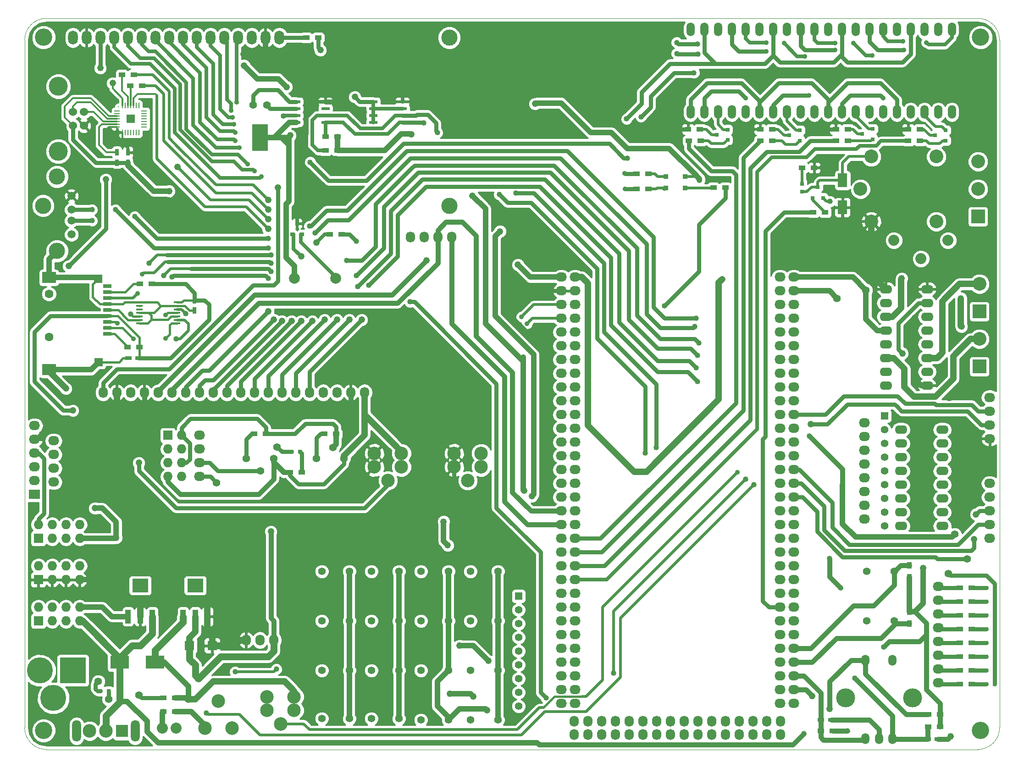
<source format=gbr>
G04 #@! TF.FileFunction,Copper,L1,Top,Signal*
%FSLAX46Y46*%
G04 Gerber Fmt 4.6, Leading zero omitted, Abs format (unit mm)*
G04 Created by KiCad (PCBNEW 4.0.4-stable) date 12/15/16 19:51:19*
%MOMM*%
%LPD*%
G01*
G04 APERTURE LIST*
%ADD10C,0.100000*%
%ADD11R,0.950000X0.850000*%
%ADD12C,2.499360*%
%ADD13O,1.800000X2.600000*%
%ADD14C,3.000000*%
%ADD15O,1.727200X2.032000*%
%ADD16C,1.524000*%
%ADD17C,3.500000*%
%ADD18O,2.032000X1.727200*%
%ADD19R,2.032000X1.727200*%
%ADD20R,1.727200X1.727200*%
%ADD21O,1.727200X1.727200*%
%ADD22C,1.501140*%
%ADD23C,2.999740*%
%ADD24C,2.032000*%
%ADD25O,2.032000X2.032000*%
%ADD26R,3.500120X2.400300*%
%ADD27R,2.300000X2.300000*%
%ADD28C,2.500000*%
%ADD29O,1.651000X4.000000*%
%ADD30O,1.524000X2.524000*%
%ADD31R,0.750000X1.200000*%
%ADD32C,4.800600*%
%ADD33R,4.800600X4.800600*%
%ADD34R,1.800000X1.800000*%
%ADD35R,0.797560X0.797560*%
%ADD36R,1.000760X2.499360*%
%ADD37R,2.999740X2.499360*%
%ADD38O,2.300000X1.600000*%
%ADD39R,2.540000X2.540000*%
%ADD40C,2.540000*%
%ADD41C,3.200000*%
%ADD42R,1.200000X0.900000*%
%ADD43R,0.900000X1.200000*%
%ADD44R,1.500000X0.700000*%
%ADD45R,1.500000X1.500000*%
%ADD46R,2.500000X2.000000*%
%ADD47C,1.600000*%
%ADD48C,2.000000*%
%ADD49R,1.000760X0.231140*%
%ADD50R,0.231140X1.000760*%
%ADD51R,1.501140X1.501140*%
%ADD52C,0.299720*%
%ADD53C,1.397000*%
%ADD54R,3.000000X5.000000*%
%ADD55R,1.200000X0.750000*%
%ADD56R,1.397000X1.397000*%
%ADD57O,1.501140X1.998980*%
%ADD58C,3.500120*%
%ADD59R,1.550000X0.600000*%
%ADD60R,1.200000X0.400000*%
%ADD61R,0.800100X0.800100*%
%ADD62R,1.800860X2.500000*%
%ADD63C,0.910000*%
%ADD64C,1.210000*%
%ADD65C,1.010000*%
%ADD66C,1.410000*%
%ADD67C,0.889000*%
%ADD68C,0.635000*%
%ADD69C,0.762000*%
%ADD70C,0.508000*%
%ADD71C,1.270000*%
%ADD72C,1.143000*%
%ADD73C,1.016000*%
%ADD74C,0.381000*%
%ADD75C,0.889000*%
%ADD76C,0.304800*%
%ADD77C,0.254000*%
G04 APERTURE END LIST*
D10*
X215556500Y-163166000D02*
X43556500Y-163166000D01*
X39556500Y-159166000D02*
X39556500Y-32166000D01*
X219556500Y-32166000D02*
X219556500Y-159166000D01*
X43556500Y-28166000D02*
X215556500Y-28166000D01*
X39556500Y-159166000D02*
G75*
G03X43556500Y-163166000I4000000J0D01*
G01*
X215556500Y-163166000D02*
G75*
G03X219556500Y-159166000I0J4000000D01*
G01*
X219556500Y-32166000D02*
G75*
G03X215556500Y-28166000I-4000000J0D01*
G01*
X43556500Y-28166000D02*
G75*
G03X39556500Y-32166000I0J-4000000D01*
G01*
D11*
X161480500Y-57404000D03*
X157924500Y-57404000D03*
X157924500Y-59512200D03*
X161493500Y-59499000D03*
D12*
X75333860Y-154218640D03*
X77833220Y-159258000D03*
X72834500Y-159258000D03*
D13*
X48450500Y-31750000D03*
X50990500Y-31750000D03*
X53530500Y-31750000D03*
X56070500Y-31750000D03*
X58610500Y-31750000D03*
X61150500Y-31750000D03*
X63690500Y-31750000D03*
X66230500Y-31750000D03*
X68770500Y-31750000D03*
X71310500Y-31750000D03*
X73850500Y-31750000D03*
X76390500Y-31750000D03*
X78930500Y-31750000D03*
X81470500Y-31750000D03*
X84010500Y-31750000D03*
X86550500Y-31750000D03*
D14*
X42951400Y-31750000D03*
X42951400Y-62750700D03*
X117949980Y-62750700D03*
X117949980Y-31750000D03*
D15*
X102298500Y-97282000D03*
X99758500Y-97282000D03*
X97218500Y-97282000D03*
X94678500Y-97282000D03*
X92138500Y-97282000D03*
X89598500Y-97282000D03*
X87058500Y-97282000D03*
X84518500Y-97282000D03*
X81978500Y-97282000D03*
X79438500Y-97282000D03*
X76898500Y-97282000D03*
X74358500Y-97282000D03*
X71818500Y-97282000D03*
X69278500Y-97282000D03*
X66738500Y-97282000D03*
X64198500Y-97282000D03*
X61658500Y-97282000D03*
X59118500Y-97282000D03*
X56578500Y-97282000D03*
X54038500Y-97282000D03*
D16*
X50482500Y-45466000D03*
X50482500Y-48006000D03*
X48483520Y-48006000D03*
X48483520Y-45466000D03*
D17*
X45783500Y-40736520D03*
X45783500Y-52735480D03*
D18*
X71818500Y-105156000D03*
X71818500Y-107696000D03*
X71818500Y-110236000D03*
X71818500Y-112776000D03*
X194627500Y-120650000D03*
X194627500Y-118110000D03*
X194627500Y-115570000D03*
X194627500Y-113030000D03*
X194627500Y-110490000D03*
X194627500Y-107950000D03*
X194627500Y-105410000D03*
X194627500Y-102870000D03*
X208216500Y-150876000D03*
X208216500Y-148336000D03*
X208216500Y-145796000D03*
X208216500Y-143256000D03*
X208216500Y-140716000D03*
X208216500Y-138176000D03*
X208216500Y-135636000D03*
X208216500Y-133096000D03*
X138620500Y-75946000D03*
X138620500Y-78486000D03*
X138620500Y-81026000D03*
X138620500Y-83566000D03*
X138620500Y-86106000D03*
X138620500Y-88646000D03*
X138620500Y-91186000D03*
X138620500Y-93726000D03*
X138620500Y-96266000D03*
X138620500Y-98806000D03*
X138620500Y-101346000D03*
X138620500Y-103886000D03*
X138620500Y-106426000D03*
X138620500Y-108966000D03*
X138620500Y-111506000D03*
X138620500Y-114046000D03*
X138620500Y-116586000D03*
X138620500Y-119126000D03*
X138620500Y-121666000D03*
X138620500Y-124206000D03*
X138620500Y-126746000D03*
X138620500Y-129286000D03*
X138620500Y-131826000D03*
X138620500Y-134366000D03*
X138620500Y-136906000D03*
X138620500Y-139446000D03*
X138620500Y-141986000D03*
X138620500Y-144526000D03*
X138620500Y-147066000D03*
X138620500Y-149606000D03*
X138620500Y-152146000D03*
X138620500Y-154686000D03*
D19*
X41338500Y-116078000D03*
D18*
X41338500Y-113538000D03*
X41338500Y-110998000D03*
X41338500Y-108458000D03*
X41338500Y-105918000D03*
X41338500Y-103378000D03*
D20*
X42100500Y-124206000D03*
D21*
X42100500Y-121666000D03*
X44640500Y-124206000D03*
X44640500Y-121666000D03*
X47180500Y-124206000D03*
X47180500Y-121666000D03*
X49720500Y-124206000D03*
X49720500Y-121666000D03*
D20*
X42100500Y-131826000D03*
D21*
X42100500Y-129286000D03*
X44640500Y-131826000D03*
X44640500Y-129286000D03*
X47180500Y-131826000D03*
X47180500Y-129286000D03*
X49720500Y-131826000D03*
X49720500Y-129286000D03*
D20*
X42100500Y-139446000D03*
D21*
X42100500Y-136906000D03*
X44640500Y-139446000D03*
X44640500Y-136906000D03*
X47180500Y-139446000D03*
X47180500Y-136906000D03*
X49720500Y-139446000D03*
X49720500Y-136906000D03*
D15*
X110740500Y-68560000D03*
X113280500Y-68560000D03*
X115820500Y-68560000D03*
X118360500Y-68560000D03*
X80454500Y-143002000D03*
X82994500Y-143002000D03*
X85534500Y-143002000D03*
D22*
X48198620Y-68072860D03*
X48198620Y-65532860D03*
X48198620Y-63500860D03*
X48198620Y-60960860D03*
D23*
X45531620Y-71120860D03*
X45531620Y-57404860D03*
D24*
X64960500Y-159258000D03*
D25*
X67500500Y-159258000D03*
D26*
X57137300Y-147066000D03*
X63639700Y-147066000D03*
D18*
X217741500Y-124206000D03*
X217741500Y-121666000D03*
X217741500Y-119126000D03*
X217741500Y-116586000D03*
X217741500Y-114046000D03*
X217741500Y-105791000D03*
X217741500Y-103251000D03*
X217741500Y-100711000D03*
X217741500Y-98171000D03*
X44894500Y-113792000D03*
X44894500Y-111252000D03*
X44894500Y-108712000D03*
X44894500Y-106172000D03*
D15*
X141024500Y-160416000D03*
X143564500Y-160416000D03*
X146104500Y-160416000D03*
X148644500Y-160416000D03*
X151184500Y-160416000D03*
X153724500Y-160416000D03*
X156264500Y-160416000D03*
X158804500Y-160416000D03*
X161344500Y-160416000D03*
X163884500Y-160416000D03*
X166424500Y-160416000D03*
X168964500Y-160416000D03*
X171504500Y-160416000D03*
X174044500Y-160416000D03*
X176584500Y-160416000D03*
X179124500Y-160416000D03*
X141024500Y-157916000D03*
X143564500Y-157916000D03*
X146104500Y-157916000D03*
X148644500Y-157916000D03*
X151184500Y-157916000D03*
X153724500Y-157916000D03*
X156264500Y-157916000D03*
X158804500Y-157916000D03*
X161344500Y-157916000D03*
X163884500Y-157916000D03*
X166424500Y-157916000D03*
X168964500Y-157916000D03*
X171504500Y-157916000D03*
X174044500Y-157916000D03*
X176584500Y-157916000D03*
X179124500Y-157916000D03*
D18*
X181546500Y-75946000D03*
X181546500Y-78486000D03*
X181546500Y-81026000D03*
X181546500Y-83566000D03*
X181546500Y-86106000D03*
X181546500Y-88646000D03*
X181546500Y-91186000D03*
X181546500Y-93726000D03*
X181546500Y-96266000D03*
X181546500Y-98806000D03*
X181546500Y-101346000D03*
X181546500Y-103886000D03*
X181546500Y-106426000D03*
X181546500Y-108966000D03*
X181546500Y-111506000D03*
X181546500Y-114046000D03*
X181546500Y-116586000D03*
X181546500Y-119126000D03*
X181546500Y-121666000D03*
X181546500Y-124206000D03*
X181546500Y-126746000D03*
X181546500Y-129286000D03*
X181546500Y-131826000D03*
X181546500Y-134366000D03*
X181546500Y-136906000D03*
X181546500Y-139446000D03*
X181546500Y-141986000D03*
X181546500Y-144526000D03*
X181546500Y-147066000D03*
X181546500Y-149606000D03*
X181546500Y-152146000D03*
X181546500Y-154686000D03*
X179006500Y-75946000D03*
X179006500Y-78486000D03*
X179006500Y-81026000D03*
X179006500Y-83566000D03*
X179006500Y-86106000D03*
X179006500Y-88646000D03*
X179006500Y-91186000D03*
X179006500Y-93726000D03*
X179006500Y-96266000D03*
X179006500Y-98806000D03*
X179006500Y-101346000D03*
X179006500Y-103886000D03*
X179006500Y-106426000D03*
X179006500Y-108966000D03*
X179006500Y-111506000D03*
X179006500Y-114046000D03*
X179006500Y-116586000D03*
X179006500Y-119126000D03*
X179006500Y-121666000D03*
X179006500Y-124206000D03*
X179006500Y-126746000D03*
X179006500Y-129286000D03*
X179006500Y-131826000D03*
X179006500Y-134366000D03*
X179006500Y-136906000D03*
X179006500Y-139446000D03*
X179006500Y-141986000D03*
X179006500Y-144526000D03*
X179006500Y-147066000D03*
X179006500Y-149606000D03*
X179006500Y-152146000D03*
X179006500Y-154686000D03*
X141160500Y-75946000D03*
X141160500Y-78486000D03*
X141160500Y-81026000D03*
X141160500Y-83566000D03*
X141160500Y-86106000D03*
X141160500Y-88646000D03*
X141160500Y-91186000D03*
X141160500Y-93726000D03*
X141160500Y-96266000D03*
X141160500Y-98806000D03*
X141160500Y-101346000D03*
X141160500Y-103886000D03*
X141160500Y-106426000D03*
X141160500Y-108966000D03*
X141160500Y-111506000D03*
X141160500Y-114046000D03*
X141160500Y-116586000D03*
X141160500Y-119126000D03*
X141160500Y-121666000D03*
X141160500Y-124206000D03*
X141160500Y-126746000D03*
X141160500Y-129286000D03*
X141160500Y-131826000D03*
X141160500Y-134366000D03*
X141160500Y-136906000D03*
X141160500Y-139446000D03*
X141160500Y-141986000D03*
X141160500Y-144526000D03*
X141160500Y-147066000D03*
X141160500Y-149606000D03*
X141160500Y-152146000D03*
X141160500Y-154686000D03*
D20*
X65976500Y-105156000D03*
D21*
X68516500Y-105156000D03*
X65976500Y-107696000D03*
X68516500Y-107696000D03*
X65976500Y-110236000D03*
X68516500Y-110236000D03*
X65976500Y-112776000D03*
X68516500Y-112776000D03*
D27*
X57546500Y-159766000D03*
D28*
X54546500Y-159766000D03*
X51546500Y-159766000D03*
D29*
X49146460Y-159766000D03*
X59946540Y-159766000D03*
D30*
X162496500Y-45466000D03*
X165036500Y-45466000D03*
X167576500Y-45466000D03*
X170116500Y-45466000D03*
X172656500Y-45466000D03*
X172656500Y-30226000D03*
X170116500Y-30226000D03*
X167576500Y-30226000D03*
X165036500Y-30226000D03*
X162496500Y-30226000D03*
D31*
X70929500Y-82103000D03*
X70929500Y-80203000D03*
X56578500Y-52898000D03*
X56578500Y-54798000D03*
X58610500Y-52898000D03*
X58610500Y-54798000D03*
D32*
X42354500Y-148590000D03*
D33*
X48450500Y-148590000D03*
D32*
X44854500Y-153670000D03*
D34*
X74172500Y-144018000D03*
X69972500Y-144018000D03*
D35*
X53543200Y-152400000D03*
X55041800Y-152400000D03*
X183070500Y-58686700D03*
X183070500Y-60185300D03*
X217119200Y-133350000D03*
X218617800Y-133350000D03*
X217119200Y-135890000D03*
X218617800Y-135890000D03*
X217119200Y-138430000D03*
X218617800Y-138430000D03*
X217119200Y-140970000D03*
X218617800Y-140970000D03*
D36*
X60896500Y-138640820D03*
X63146940Y-138640820D03*
X58646060Y-138640820D03*
D37*
X60896500Y-132890260D03*
D36*
X71056500Y-138640820D03*
X73306940Y-138640820D03*
X68806060Y-138640820D03*
D37*
X71056500Y-132890260D03*
D38*
X198556500Y-78166000D03*
X198556500Y-80706000D03*
X198556500Y-83246000D03*
X198556500Y-85786000D03*
X198556500Y-88326000D03*
X198556500Y-90866000D03*
X198556500Y-93406000D03*
X198556500Y-95946000D03*
X206176500Y-95946000D03*
X206176500Y-93406000D03*
X206176500Y-90866000D03*
X206176500Y-88326000D03*
X206176500Y-85786000D03*
X206176500Y-83246000D03*
X206176500Y-80706000D03*
X206176500Y-78166000D03*
D39*
X215836500Y-92456000D03*
D40*
X215836500Y-87376000D03*
D39*
X215836500Y-82296000D03*
D40*
X215836500Y-77216000D03*
X195867020Y-53690520D03*
X193865500Y-59690000D03*
X207865980Y-53690520D03*
X207865980Y-65689480D03*
X195867020Y-65689480D03*
D39*
X215582500Y-64770000D03*
D40*
X215582500Y-59690000D03*
X215582500Y-54610000D03*
D41*
X216056500Y-159666000D03*
X43056500Y-31666000D03*
X43056500Y-159666000D03*
X216056500Y-31666000D03*
D42*
X188742500Y-159766000D03*
X186542500Y-159766000D03*
X60812500Y-77216000D03*
X63012500Y-77216000D03*
X58526500Y-88900000D03*
X60726500Y-88900000D03*
X67330500Y-153670000D03*
X65130500Y-153670000D03*
X90698500Y-112014000D03*
X88498500Y-112014000D03*
X84094500Y-104902000D03*
X81894500Y-104902000D03*
X185145500Y-64008000D03*
X187345500Y-64008000D03*
X98064500Y-68072000D03*
X95864500Y-68072000D03*
D43*
X202882500Y-131402000D03*
X202882500Y-129202000D03*
X202882500Y-137711000D03*
X202882500Y-139911000D03*
D42*
X67330500Y-156210000D03*
X65130500Y-156210000D03*
X91546500Y-31750000D03*
X93746500Y-31750000D03*
X152506500Y-56896000D03*
X154706500Y-56896000D03*
X152506500Y-59690000D03*
X154706500Y-59690000D03*
X168930500Y-59436000D03*
X166730500Y-59436000D03*
X212196500Y-133350000D03*
X214396500Y-133350000D03*
X212196500Y-135890000D03*
X214396500Y-135890000D03*
X212196500Y-138430000D03*
X214396500Y-138430000D03*
X212196500Y-140970000D03*
X214396500Y-140970000D03*
D44*
X54838500Y-86442000D03*
X54838500Y-85342000D03*
X54838500Y-84242000D03*
X54838500Y-83142000D03*
X54838500Y-82042000D03*
X54838500Y-80942000D03*
X54838500Y-79842000D03*
X54838500Y-78742000D03*
X54838500Y-77642000D03*
D45*
X53138500Y-76242000D03*
X53238500Y-91642000D03*
D46*
X44038500Y-76042000D03*
X44038500Y-93042000D03*
D47*
X44038500Y-79042000D03*
X44038500Y-87042000D03*
D48*
X96954340Y-76200000D03*
X89354660Y-76200000D03*
D49*
X56619140Y-48237140D03*
X56619140Y-47736760D03*
X56619140Y-47236380D03*
X56619140Y-46736000D03*
X56619140Y-46235620D03*
X56619140Y-45735240D03*
X56619140Y-45234860D03*
D50*
X57617360Y-44236640D03*
X58117740Y-44236640D03*
X58618120Y-44236640D03*
X59118500Y-44236640D03*
X59618880Y-44236640D03*
X60119260Y-44236640D03*
X60619640Y-44236640D03*
D49*
X61617860Y-45234860D03*
X61617860Y-45735240D03*
X61617860Y-46235620D03*
X61617860Y-46736000D03*
X61617860Y-47236380D03*
X61617860Y-47736760D03*
X61617860Y-48237140D03*
D50*
X60619640Y-49235360D03*
X60119260Y-49235360D03*
X59618880Y-49235360D03*
X59118500Y-49235360D03*
X58618120Y-49235360D03*
X58117740Y-49235360D03*
X57617360Y-49235360D03*
D51*
X59118500Y-46736000D03*
D52*
X56868060Y-44485560D03*
D35*
X88849200Y-108204000D03*
X90347800Y-108204000D03*
D42*
X97048500Y-104902000D03*
X94848500Y-104902000D03*
D24*
X205041500Y-72566000D03*
X200041500Y-69166000D03*
X210041500Y-69166000D03*
D53*
X84264500Y-44196000D03*
X81724500Y-44196000D03*
D54*
X82994500Y-50196000D03*
D42*
X95102500Y-52578000D03*
X97302500Y-52578000D03*
X95102500Y-50038000D03*
X97302500Y-50038000D03*
D55*
X60576500Y-90932000D03*
X58676500Y-90932000D03*
D30*
X175196500Y-45466000D03*
X177736500Y-45466000D03*
X180276500Y-45466000D03*
X182816500Y-45466000D03*
X185356500Y-45466000D03*
X185356500Y-30226000D03*
X182816500Y-30226000D03*
X180276500Y-30226000D03*
X177736500Y-30226000D03*
X175196500Y-30226000D03*
X187896500Y-45466000D03*
X190436500Y-45466000D03*
X192976500Y-45466000D03*
X195516500Y-45466000D03*
X198056500Y-45466000D03*
X198056500Y-30226000D03*
X195516500Y-30226000D03*
X192976500Y-30226000D03*
X190436500Y-30226000D03*
X187896500Y-30226000D03*
X200596500Y-45466000D03*
X203136500Y-45466000D03*
X205676500Y-45466000D03*
X208216500Y-45466000D03*
X210756500Y-45466000D03*
X210756500Y-30226000D03*
X208216500Y-30226000D03*
X205676500Y-30226000D03*
X203136500Y-30226000D03*
X200596500Y-30226000D03*
D55*
X186565500Y-157734000D03*
X188465500Y-157734000D03*
X208150500Y-161290000D03*
X206250500Y-161290000D03*
D35*
X217119200Y-143510000D03*
X218617800Y-143510000D03*
X217119200Y-146050000D03*
X218617800Y-146050000D03*
X217119200Y-148590000D03*
X218617800Y-148590000D03*
X217119200Y-151130000D03*
X218617800Y-151130000D03*
D42*
X212196500Y-143510000D03*
X214396500Y-143510000D03*
X212196500Y-146050000D03*
X214396500Y-146050000D03*
X212196500Y-148590000D03*
X214396500Y-148590000D03*
X212196500Y-151130000D03*
X214396500Y-151130000D03*
X206354500Y-159004000D03*
X208554500Y-159004000D03*
X208554500Y-156718000D03*
X206354500Y-156718000D03*
X164231500Y-48641000D03*
X162031500Y-48641000D03*
X164358500Y-50800000D03*
X162158500Y-50800000D03*
X177566500Y-48641000D03*
X175366500Y-48641000D03*
X177566500Y-50800000D03*
X175366500Y-50800000D03*
X191536500Y-48641000D03*
X189336500Y-48641000D03*
X191536500Y-50800000D03*
X189336500Y-50800000D03*
X204871500Y-48641000D03*
X202671500Y-48641000D03*
X204871500Y-50800000D03*
X202671500Y-50800000D03*
D56*
X130746500Y-134874000D03*
D53*
X130746500Y-137414000D03*
X130746500Y-139954000D03*
X130746500Y-142494000D03*
X130746500Y-145034000D03*
X130746500Y-147574000D03*
X130746500Y-150114000D03*
X130746500Y-152654000D03*
X130746500Y-155194000D03*
D56*
X198310500Y-101600000D03*
D53*
X198310500Y-104140000D03*
X198310500Y-106680000D03*
X198310500Y-109220000D03*
X198310500Y-111760000D03*
X198310500Y-114300000D03*
X198310500Y-116840000D03*
X198310500Y-119380000D03*
X198310500Y-121920000D03*
D38*
X201358500Y-104140000D03*
X201358500Y-106680000D03*
X201358500Y-109220000D03*
X201358500Y-111760000D03*
X201358500Y-114300000D03*
X201358500Y-116840000D03*
X201358500Y-119380000D03*
X201358500Y-121920000D03*
X208978500Y-121920000D03*
X208978500Y-119380000D03*
X208978500Y-116840000D03*
X208978500Y-114300000D03*
X208978500Y-111760000D03*
X208978500Y-109220000D03*
X208978500Y-106680000D03*
X208978500Y-104140000D03*
D57*
X194795140Y-161170620D03*
X197294500Y-161170620D03*
X199793860Y-161170620D03*
D58*
X191094360Y-153670000D03*
X203494640Y-153670000D03*
D57*
X194795140Y-146669760D03*
X199793860Y-146669760D03*
D42*
X59710500Y-38608000D03*
X57510500Y-38608000D03*
X61234500Y-40640000D03*
X59034500Y-40640000D03*
D59*
X103916500Y-43561000D03*
X103916500Y-44831000D03*
X103916500Y-46101000D03*
X103916500Y-47371000D03*
X109316500Y-47371000D03*
X109316500Y-46101000D03*
X109316500Y-44831000D03*
X109316500Y-43561000D03*
X89692500Y-43561000D03*
X89692500Y-44831000D03*
X89692500Y-46101000D03*
X89692500Y-47371000D03*
X95092500Y-47371000D03*
X95092500Y-46101000D03*
X95092500Y-44831000D03*
X95092500Y-43561000D03*
D60*
X60748500Y-80600000D03*
X60748500Y-81250000D03*
X60748500Y-81900000D03*
X60748500Y-82550000D03*
X60748500Y-83200000D03*
X60748500Y-83850000D03*
X60748500Y-84500000D03*
X67648500Y-84500000D03*
X67648500Y-83850000D03*
X67648500Y-83200000D03*
X67648500Y-82550000D03*
X67648500Y-81900000D03*
X67648500Y-81250000D03*
X67648500Y-80600000D03*
D12*
X86804500Y-158456000D03*
X84304500Y-155956000D03*
X89304500Y-155956000D03*
X84304500Y-153456000D03*
X89304500Y-153456000D03*
X106616500Y-113498000D03*
X104116500Y-110998000D03*
X109116500Y-110998000D03*
X104116500Y-108498000D03*
X109116500Y-108498000D03*
X121348500Y-113498000D03*
X118848500Y-110998000D03*
X123848500Y-110998000D03*
X118848500Y-108498000D03*
X123848500Y-108498000D03*
D53*
X195008500Y-130302000D03*
X200088500Y-130302000D03*
X195008500Y-139446000D03*
X200088500Y-139446000D03*
X85534500Y-109474000D03*
X80454500Y-109474000D03*
X98488500Y-109474000D03*
X93408500Y-109474000D03*
X94424500Y-130302000D03*
X99504500Y-130302000D03*
X103568500Y-130302000D03*
X108648500Y-130302000D03*
X112712500Y-130302000D03*
X117792500Y-130302000D03*
X121856500Y-130302000D03*
X126936500Y-130302000D03*
X94424500Y-139446000D03*
X99504500Y-139446000D03*
X103568500Y-139446000D03*
X108648500Y-139446000D03*
X112712500Y-139446000D03*
X117792500Y-139446000D03*
X121856500Y-139446000D03*
X126936500Y-139446000D03*
X94424500Y-148590000D03*
X99504500Y-148590000D03*
X103568500Y-148590000D03*
X108648500Y-148590000D03*
X112712500Y-148590000D03*
X117792500Y-148590000D03*
X121856500Y-148590000D03*
X126936500Y-148590000D03*
X94424500Y-157480000D03*
X99504500Y-157480000D03*
X103568500Y-157480000D03*
X108648500Y-157480000D03*
X112712500Y-157734000D03*
X117792500Y-157734000D03*
X121856500Y-157734000D03*
X126936500Y-157734000D03*
D42*
X185313500Y-55753000D03*
X183113500Y-55753000D03*
D61*
X185041500Y-61325760D03*
X186941500Y-61325760D03*
X185991500Y-59326780D03*
X88902500Y-68056760D03*
X90802500Y-68056760D03*
X89852500Y-66057780D03*
X169339260Y-50607000D03*
X169339260Y-48707000D03*
X167340280Y-49657000D03*
X182674260Y-50734000D03*
X182674260Y-48834000D03*
X180675280Y-49784000D03*
X196136260Y-50480000D03*
X196136260Y-48580000D03*
X194137280Y-49530000D03*
X209598260Y-50734000D03*
X209598260Y-48834000D03*
X207599280Y-49784000D03*
D62*
X190563500Y-63078360D03*
X190563500Y-58079640D03*
D63*
X77914500Y-46482000D03*
D64*
X88836500Y-84074000D03*
D63*
X78168500Y-47752000D03*
D64*
X90614500Y-84074000D03*
D63*
X172656500Y-42926000D03*
X184340500Y-42418000D03*
X198056500Y-42926000D03*
X78422500Y-49276000D03*
D64*
X92646500Y-84074000D03*
X84518500Y-82296000D03*
D63*
X78422500Y-50800000D03*
D64*
X94932500Y-83820000D03*
D63*
X183578500Y-35179000D03*
X179768500Y-32766000D03*
X176466500Y-32639000D03*
X189166500Y-32766000D03*
X192595500Y-32766000D03*
X196024500Y-35052000D03*
X201739500Y-32385000D03*
X206057500Y-32639000D03*
D65*
X163893500Y-34798000D03*
X159956500Y-34671000D03*
D63*
X79184500Y-52070000D03*
D64*
X97218500Y-83820000D03*
D63*
X176466500Y-34290000D03*
X189166500Y-34036000D03*
X201866500Y-34036000D03*
D65*
X159956500Y-32639000D03*
X163766500Y-32893000D03*
D63*
X77660500Y-45212000D03*
D64*
X87058500Y-84074000D03*
D65*
X150685500Y-46736000D03*
D63*
X78676500Y-43688000D03*
D64*
X85534500Y-83820000D03*
D65*
X163131500Y-38227000D03*
X153352500Y-46355000D03*
D66*
X53149500Y-150622000D03*
X71691500Y-150114000D03*
X96456500Y-107442000D03*
D64*
X52514500Y-118618000D03*
X48450500Y-100584000D03*
X85026500Y-122936000D03*
D66*
X189547500Y-79883000D03*
X211264500Y-123444000D03*
D65*
X164147500Y-58039000D03*
X184467500Y-105283000D03*
D64*
X133794500Y-43942000D03*
X133223000Y-116395500D03*
X127317500Y-67500500D03*
X56451500Y-124079000D03*
D66*
X69786500Y-153924000D03*
D64*
X94170500Y-34036000D03*
X100520500Y-42672000D03*
X47180500Y-96520000D03*
X88582500Y-49784000D03*
X210502500Y-160782000D03*
D66*
X194881500Y-78359000D03*
X210121500Y-130683000D03*
D65*
X168338500Y-76327000D03*
D64*
X130619500Y-73660000D03*
X66230500Y-60071000D03*
X80073500Y-36893500D03*
X87884000Y-40830500D03*
D65*
X188277500Y-61976000D03*
X183451500Y-160274000D03*
X190182500Y-133350000D03*
X188150500Y-127889000D03*
D67*
X127952500Y-123698000D03*
X136334500Y-117856000D03*
D65*
X140398500Y-42291000D03*
D63*
X187896500Y-54229000D03*
X54800500Y-50800000D03*
D64*
X79946500Y-34798000D03*
D63*
X197929500Y-49276000D03*
X171894500Y-48641000D03*
D64*
X210248500Y-98298000D03*
X214185500Y-97917000D03*
X203771500Y-84074000D03*
D65*
X186753500Y-49276000D03*
X159448500Y-49784000D03*
X163512500Y-83566000D03*
X59880500Y-64770000D03*
X52006500Y-65532000D03*
X84518500Y-68834000D03*
X92138500Y-66548000D03*
X163258500Y-85090000D03*
X93154500Y-67818000D03*
X84518500Y-70612000D03*
X52006500Y-63500000D03*
X56324500Y-63500000D03*
D66*
X60642500Y-153162000D03*
X55054500Y-153924000D03*
D64*
X53530500Y-37338000D03*
X60642500Y-110236000D03*
X47688500Y-73914000D03*
X54546500Y-57912000D03*
D63*
X83248500Y-57404000D03*
X81978500Y-56388000D03*
D64*
X101790500Y-83820000D03*
D63*
X80708500Y-55118000D03*
D64*
X99504500Y-83820000D03*
X86296500Y-59436000D03*
X201485500Y-76200000D03*
X212407500Y-79883000D03*
X212534500Y-85090000D03*
X201612500Y-90043000D03*
D63*
X131254500Y-83312000D03*
D64*
X67754500Y-55626000D03*
X84518500Y-65278000D03*
X55816500Y-40132000D03*
X84518500Y-67056000D03*
D63*
X132270500Y-84582000D03*
D64*
X84518500Y-61722000D03*
X84518500Y-63500000D03*
D65*
X164020500Y-88138000D03*
X85026500Y-71882000D03*
X98996500Y-72898000D03*
X62547500Y-73406000D03*
X69278500Y-82677000D03*
X100774500Y-75692000D03*
X85026500Y-73406000D03*
D63*
X60388500Y-78994000D03*
X61277500Y-75438000D03*
D65*
X163766500Y-90424000D03*
X163512500Y-92710000D03*
X101028500Y-77724000D03*
X85026500Y-74930000D03*
X59118500Y-82804000D03*
X65214500Y-75692000D03*
X163766500Y-95250000D03*
X84518500Y-76200000D03*
X103060500Y-77470000D03*
X67500500Y-87376000D03*
X66738500Y-75946000D03*
D64*
X113728500Y-72898000D03*
X184721500Y-103124000D03*
D65*
X86042500Y-148336000D03*
X78422500Y-148844000D03*
X148272500Y-149098000D03*
X172656500Y-113284000D03*
X73088500Y-156464000D03*
X174180500Y-114300000D03*
D64*
X215201500Y-119761000D03*
X214820500Y-124333000D03*
D66*
X213550500Y-128016000D03*
D65*
X192849500Y-149987000D03*
D64*
X184975500Y-153289000D03*
D65*
X110680500Y-80518000D03*
X100774500Y-69342000D03*
X135826500Y-153670000D03*
X113220500Y-47498000D03*
X156146500Y-107442000D03*
X130238500Y-60452000D03*
X127190500Y-60706000D03*
X115760500Y-49276000D03*
X154114500Y-108458000D03*
D64*
X90614500Y-72136000D03*
X93408500Y-69596000D03*
D66*
X83121500Y-111760000D03*
D63*
X59626500Y-87376000D03*
X65595500Y-87249000D03*
X56705500Y-84455000D03*
X65595500Y-82931000D03*
D65*
X150812500Y-53975000D03*
X87312500Y-46228000D03*
X92265500Y-54737000D03*
X198183500Y-144272000D03*
X191452500Y-159702500D03*
D64*
X205422500Y-129667000D03*
X117665500Y-125476000D03*
X116903500Y-121094500D03*
X131762500Y-115379500D03*
X122237500Y-60896500D03*
X110934500Y-49593500D03*
X125158500Y-146812000D03*
X119824500Y-144018000D03*
X122364500Y-153416000D03*
X118046500Y-152908000D03*
X124904500Y-155956000D03*
D67*
X171132500Y-112014000D03*
D64*
X188150500Y-155702000D03*
D66*
X74993500Y-113919000D03*
X86169500Y-107315000D03*
D63*
X150304500Y-56769000D03*
X150431500Y-59690000D03*
D65*
X157670500Y-81280000D03*
D68*
X77152500Y-46482000D02*
X75628500Y-44958000D01*
X75628500Y-44958000D02*
X75628500Y-35052000D01*
X75628500Y-35052000D02*
X73850500Y-33274000D01*
X73850500Y-33274000D02*
X73850500Y-31750000D01*
X77914500Y-46482000D02*
X77152500Y-46482000D01*
D69*
X88836500Y-84074000D02*
X76898500Y-96012000D01*
X76898500Y-96012000D02*
X76898500Y-97282000D01*
X200596500Y-43180000D02*
X197548500Y-40132000D01*
X197548500Y-40132000D02*
X191452500Y-40132000D01*
X191452500Y-40132000D02*
X187896500Y-43688000D01*
X187896500Y-43688000D02*
X187896500Y-45466000D01*
X200596500Y-45466000D02*
X200596500Y-43180000D01*
X187896500Y-43180000D02*
X184848500Y-40132000D01*
X184848500Y-40132000D02*
X178752500Y-40132000D01*
X178752500Y-40132000D02*
X175196500Y-43688000D01*
X175196500Y-43688000D02*
X175196500Y-45466000D01*
X187896500Y-45466000D02*
X187896500Y-43180000D01*
X162496500Y-43180000D02*
X165544500Y-40132000D01*
X165544500Y-40132000D02*
X171894500Y-40132000D01*
X171894500Y-40132000D02*
X175196500Y-43434000D01*
X175196500Y-43434000D02*
X175196500Y-45466000D01*
X162496500Y-45466000D02*
X162496500Y-43180000D01*
D68*
X76136500Y-47752000D02*
X74358500Y-45974000D01*
X71310500Y-33528000D02*
X71310500Y-31750000D01*
X72326500Y-34544000D02*
X71310500Y-33528000D01*
X78168500Y-47752000D02*
X76136500Y-47752000D01*
X74358500Y-36576000D02*
X72326500Y-34544000D01*
X74358500Y-45974000D02*
X74358500Y-36576000D01*
D69*
X90614500Y-84074000D02*
X79438500Y-95250000D01*
X79438500Y-95250000D02*
X79438500Y-97282000D01*
X171386500Y-41656000D02*
X172656500Y-42926000D01*
X166306500Y-41656000D02*
X171386500Y-41656000D01*
X165036500Y-42926000D02*
X166306500Y-41656000D01*
X165036500Y-45466000D02*
X165036500Y-42926000D01*
X177736500Y-44196000D02*
X179514500Y-42418000D01*
X179514500Y-42418000D02*
X184340500Y-42418000D01*
X177736500Y-45466000D02*
X177736500Y-44196000D01*
X190436500Y-43942000D02*
X191960500Y-42418000D01*
X191960500Y-42418000D02*
X197548500Y-42418000D01*
X197548500Y-42418000D02*
X198056500Y-42926000D01*
X190436500Y-45466000D02*
X190436500Y-43942000D01*
D70*
X168531500Y-48707000D02*
X167576500Y-47752000D01*
X167576500Y-47752000D02*
X167576500Y-45466000D01*
X169339260Y-48707000D02*
X168531500Y-48707000D01*
D68*
X75628500Y-49022000D02*
X73088500Y-46482000D01*
X78168500Y-49022000D02*
X75628500Y-49022000D01*
X78422500Y-49276000D02*
X78168500Y-49022000D01*
X68770500Y-33020000D02*
X68770500Y-31750000D01*
X73088500Y-37338000D02*
X68770500Y-33020000D01*
X73088500Y-46482000D02*
X73088500Y-37338000D01*
D69*
X92646500Y-84074000D02*
X81978500Y-94742000D01*
X81978500Y-94742000D02*
X81978500Y-97282000D01*
X84518500Y-82296000D02*
X73596500Y-93218000D01*
X73596500Y-93218000D02*
X72326500Y-93218000D01*
X72326500Y-93218000D02*
X69278500Y-96266000D01*
X69278500Y-96266000D02*
X69278500Y-97282000D01*
D68*
X75120500Y-50546000D02*
X71945500Y-47371000D01*
X78168500Y-50546000D02*
X75120500Y-50546000D01*
X78422500Y-50800000D02*
X78168500Y-50546000D01*
X66230500Y-32512000D02*
X66230500Y-31750000D01*
X71945500Y-38227000D02*
X66230500Y-32512000D01*
X71945500Y-47371000D02*
X71945500Y-38227000D01*
D69*
X94932500Y-83820000D02*
X84518500Y-94234000D01*
X84518500Y-94234000D02*
X84518500Y-97282000D01*
D68*
X182181500Y-35179000D02*
X183578500Y-35179000D01*
X179768500Y-32766000D02*
X182181500Y-35179000D01*
X173418500Y-32639000D02*
X176466500Y-32639000D01*
X172656500Y-31877000D02*
X173418500Y-32639000D01*
X172656500Y-30226000D02*
X172656500Y-31877000D01*
X185356500Y-32131000D02*
X185991500Y-32766000D01*
X185991500Y-32766000D02*
X189166500Y-32766000D01*
X192595500Y-32766000D02*
X194881500Y-35052000D01*
X194881500Y-35052000D02*
X196024500Y-35052000D01*
X185356500Y-30226000D02*
X185356500Y-32131000D01*
X198056500Y-31496000D02*
X198945500Y-32385000D01*
X198945500Y-32385000D02*
X201739500Y-32385000D01*
X206057500Y-32639000D02*
X206438500Y-33020000D01*
X206438500Y-33020000D02*
X209486500Y-33020000D01*
X209486500Y-33020000D02*
X210756500Y-31750000D01*
X210756500Y-31750000D02*
X210756500Y-30226000D01*
X198056500Y-30226000D02*
X198056500Y-31496000D01*
D69*
X159956500Y-34671000D02*
X160083500Y-34798000D01*
X160083500Y-34798000D02*
X163893500Y-34798000D01*
D68*
X74866500Y-52070000D02*
X70675500Y-47879000D01*
X77660500Y-52070000D02*
X74866500Y-52070000D01*
X79184500Y-52070000D02*
X77660500Y-52070000D01*
X63690500Y-32258000D02*
X63690500Y-31750000D01*
X70675500Y-39243000D02*
X63690500Y-32258000D01*
D69*
X97218500Y-83820000D02*
X87058500Y-93980000D01*
X87058500Y-93980000D02*
X87058500Y-97282000D01*
X171386500Y-34290000D02*
X176466500Y-34290000D01*
X170116500Y-33020000D02*
X171386500Y-34290000D01*
X170116500Y-30226000D02*
X170116500Y-33020000D01*
X182816500Y-33274000D02*
X183578500Y-34036000D01*
X183578500Y-34036000D02*
X189166500Y-34036000D01*
X182816500Y-30226000D02*
X182816500Y-33274000D01*
X195516500Y-32512000D02*
X197040500Y-34036000D01*
X197040500Y-34036000D02*
X201866500Y-34036000D01*
X195516500Y-30226000D02*
X195516500Y-32512000D01*
X160210500Y-32893000D02*
X163766500Y-32893000D01*
X159956500Y-32639000D02*
X160210500Y-32893000D01*
D68*
X70675500Y-47879000D02*
X70675500Y-39243000D01*
X76390500Y-31750000D02*
X76136500Y-32004000D01*
X76898500Y-32258000D02*
X76390500Y-31750000D01*
X77660500Y-43942000D02*
X76898500Y-43180000D01*
X76898500Y-43180000D02*
X76898500Y-32258000D01*
X77660500Y-45212000D02*
X77660500Y-43942000D01*
D69*
X74358500Y-96774000D02*
X74358500Y-97282000D01*
X87058500Y-84074000D02*
X74358500Y-96774000D01*
X167068500Y-36576000D02*
X176212500Y-36576000D01*
X176212500Y-36576000D02*
X177736500Y-35052000D01*
X165036500Y-34544000D02*
X167068500Y-36576000D01*
X165036500Y-30226000D02*
X165036500Y-34544000D01*
X179006500Y-36322000D02*
X188912500Y-36322000D01*
X188912500Y-36322000D02*
X190436500Y-34798000D01*
X190436500Y-34798000D02*
X190436500Y-30226000D01*
X177736500Y-35052000D02*
X179006500Y-36322000D01*
X177736500Y-30226000D02*
X177736500Y-35052000D01*
X190436500Y-35306000D02*
X191452500Y-36322000D01*
X191452500Y-36322000D02*
X201612500Y-36322000D01*
X201612500Y-36322000D02*
X203136500Y-34798000D01*
X203136500Y-34798000D02*
X203136500Y-30226000D01*
X190436500Y-30226000D02*
X190436500Y-35306000D01*
X150685500Y-46736000D02*
X153479500Y-43942000D01*
X153479500Y-43942000D02*
X153479500Y-41783000D01*
X153479500Y-41783000D02*
X158686500Y-36576000D01*
X158686500Y-36576000D02*
X167068500Y-36576000D01*
D68*
X78676500Y-43688000D02*
X78676500Y-32004000D01*
X78676500Y-32004000D02*
X78930500Y-31750000D01*
D69*
X85534500Y-83820000D02*
X74358500Y-94996000D01*
X74358500Y-94996000D02*
X72834500Y-94996000D01*
X72834500Y-94996000D02*
X71818500Y-96012000D01*
X71818500Y-96012000D02*
X71818500Y-97282000D01*
X153352500Y-46355000D02*
X155130500Y-44577000D01*
X155130500Y-44577000D02*
X155130500Y-42545000D01*
X155130500Y-42545000D02*
X159448500Y-38227000D01*
X159448500Y-38227000D02*
X163131500Y-38227000D01*
D70*
X161480500Y-57404000D02*
X163512500Y-57404000D01*
X163512500Y-57404000D02*
X164147500Y-58039000D01*
D71*
X71056500Y-147574000D02*
X71056500Y-149479000D01*
X69972500Y-144018000D02*
X69972500Y-146490000D01*
X71056500Y-147574000D02*
X69972500Y-146490000D01*
X71056500Y-149479000D02*
X71691500Y-150114000D01*
X85534500Y-143002000D02*
X85534500Y-145034000D01*
X85534500Y-145034000D02*
X84518500Y-146050000D01*
X84518500Y-146050000D02*
X75755500Y-146050000D01*
X75755500Y-146050000D02*
X71691500Y-150114000D01*
D72*
X71056500Y-141478000D02*
X69972500Y-142562000D01*
X69972500Y-142562000D02*
X69972500Y-144018000D01*
X71056500Y-138640820D02*
X71056500Y-141478000D01*
D69*
X53022500Y-152400000D02*
X52641500Y-152019000D01*
X52641500Y-152019000D02*
X52641500Y-151130000D01*
X52641500Y-151130000D02*
X53149500Y-150622000D01*
X53543200Y-152400000D02*
X53022500Y-152400000D01*
D73*
X74231500Y-147574000D02*
X71691500Y-150114000D01*
D69*
X68516500Y-103759000D02*
X70167500Y-102108000D01*
X70167500Y-102108000D02*
X82486500Y-102108000D01*
X82486500Y-102108000D02*
X84094500Y-103716000D01*
X84094500Y-103716000D02*
X84094500Y-104902000D01*
X68516500Y-105156000D02*
X68516500Y-103759000D01*
X70040500Y-106680000D02*
X68516500Y-105156000D01*
X68516500Y-110236000D02*
X69405500Y-110236000D01*
X70040500Y-109601000D02*
X70040500Y-107442000D01*
X69405500Y-110236000D02*
X70040500Y-109601000D01*
X70040500Y-107442000D02*
X70040500Y-106680000D01*
X89471500Y-104902000D02*
X91376500Y-102997000D01*
X91376500Y-102997000D02*
X96456500Y-102997000D01*
X96456500Y-102997000D02*
X97048500Y-103589000D01*
X97048500Y-103589000D02*
X97048500Y-104902000D01*
X84094500Y-104902000D02*
X89471500Y-104902000D01*
D73*
X96456500Y-107442000D02*
X97048500Y-106850000D01*
X97048500Y-106850000D02*
X97048500Y-104902000D01*
X49720500Y-124206000D02*
X54800500Y-124206000D01*
D74*
X56789500Y-83142000D02*
X60726500Y-87079000D01*
X60726500Y-87079000D02*
X60726500Y-88900000D01*
X54838500Y-83142000D02*
X56789500Y-83142000D01*
X60726500Y-90782000D02*
X60576500Y-90932000D01*
X60726500Y-88900000D02*
X60726500Y-90782000D01*
X68958500Y-80203000D02*
X70929500Y-80203000D01*
X68561500Y-80600000D02*
X68958500Y-80203000D01*
X67648500Y-80600000D02*
X68561500Y-80600000D01*
D69*
X46672500Y-100584000D02*
X48450500Y-100584000D01*
X41338500Y-95250000D02*
X46672500Y-100584000D01*
X41338500Y-86106000D02*
X41338500Y-95250000D01*
X44302500Y-83142000D02*
X41338500Y-86106000D01*
X54838500Y-83142000D02*
X44302500Y-83142000D01*
D75*
X85534500Y-139446000D02*
X85026500Y-138938000D01*
X85026500Y-138938000D02*
X85026500Y-122936000D01*
X85534500Y-143002000D02*
X85534500Y-139446000D01*
D69*
X66484500Y-90932000D02*
X73596500Y-83820000D01*
X73596500Y-83820000D02*
X73596500Y-81026000D01*
X73596500Y-81026000D02*
X72773500Y-80203000D01*
X72773500Y-80203000D02*
X70929500Y-80203000D01*
X60576500Y-90932000D02*
X66484500Y-90932000D01*
X70929500Y-78867000D02*
X69278500Y-77216000D01*
X69278500Y-77216000D02*
X63012500Y-77216000D01*
X70929500Y-80203000D02*
X70929500Y-78867000D01*
D73*
X189547500Y-79883000D02*
X188150500Y-78486000D01*
X188150500Y-78486000D02*
X181546500Y-78486000D01*
X190563500Y-121539000D02*
X190563500Y-114300000D01*
X192976500Y-123952000D02*
X190563500Y-121539000D01*
X210756500Y-123952000D02*
X192976500Y-123952000D01*
X211264500Y-123444000D02*
X210756500Y-123952000D01*
D75*
X184467500Y-105283000D02*
X190563500Y-111379000D01*
X190563500Y-111379000D02*
X190563500Y-114173000D01*
D73*
X133921500Y-43815000D02*
X133794500Y-43942000D01*
X164147500Y-58039000D02*
X164147500Y-57785000D01*
X138620500Y-43815000D02*
X136461500Y-43815000D01*
X144081500Y-49276000D02*
X138620500Y-43815000D01*
X147891500Y-49276000D02*
X144081500Y-49276000D01*
X150812500Y-52197000D02*
X147891500Y-49276000D01*
X158559500Y-52197000D02*
X150812500Y-52197000D01*
X164147500Y-57785000D02*
X163258500Y-56896000D01*
X163258500Y-56896000D02*
X158559500Y-52197000D01*
X136461500Y-43815000D02*
X133921500Y-43815000D01*
X133223000Y-116395500D02*
X133540500Y-116078000D01*
X133540500Y-116078000D02*
X133540500Y-90233500D01*
X133540500Y-90233500D02*
X126428500Y-83121500D01*
X126428500Y-79883000D02*
X126428500Y-79819500D01*
X126428500Y-83121500D02*
X126428500Y-79883000D01*
X126428500Y-68389500D02*
X127317500Y-67500500D01*
X126428500Y-79883000D02*
X126428500Y-68389500D01*
X56324500Y-124206000D02*
X56451500Y-124079000D01*
X49720500Y-124206000D02*
X56324500Y-124206000D01*
X56451500Y-121158000D02*
X53911500Y-118618000D01*
X53911500Y-118618000D02*
X52514500Y-118618000D01*
X56451500Y-124079000D02*
X56451500Y-121158000D01*
D72*
X71056500Y-153924000D02*
X69786500Y-153924000D01*
X74358500Y-150622000D02*
X71056500Y-153924000D01*
D73*
X69786500Y-153924000D02*
X69532500Y-153670000D01*
X69532500Y-153670000D02*
X67330500Y-153670000D01*
D71*
X68806060Y-139664440D02*
X68806060Y-138640820D01*
X63639700Y-144830800D02*
X68806060Y-139664440D01*
X63639700Y-147066000D02*
X63639700Y-144830800D01*
D69*
X41338500Y-108458000D02*
X42100500Y-108458000D01*
X43116500Y-109474000D02*
X43116500Y-112014000D01*
X42100500Y-108458000D02*
X43116500Y-109474000D01*
X42100500Y-120650000D02*
X42100500Y-121666000D01*
X43116500Y-119634000D02*
X42100500Y-120650000D01*
X43116500Y-112014000D02*
X43116500Y-119634000D01*
D73*
X55646320Y-138640820D02*
X53911500Y-136906000D01*
X58646060Y-138640820D02*
X55646320Y-138640820D01*
X53911500Y-136906000D02*
X49720500Y-136906000D01*
X69786500Y-151511000D02*
X69786500Y-153924000D01*
X65341500Y-147066000D02*
X69786500Y-151511000D01*
X63639700Y-147066000D02*
X65341500Y-147066000D01*
X85534500Y-110109000D02*
X87439500Y-112014000D01*
X85534500Y-109474000D02*
X85534500Y-110109000D01*
D69*
X88498500Y-112565000D02*
X90106500Y-114173000D01*
X90106500Y-114173000D02*
X94805500Y-114173000D01*
X94805500Y-114173000D02*
X98488500Y-110490000D01*
X98488500Y-110490000D02*
X98488500Y-109474000D01*
X88498500Y-112014000D02*
X88498500Y-112565000D01*
D73*
X52938500Y-76042000D02*
X53138500Y-76242000D01*
X44038500Y-76042000D02*
X52938500Y-76042000D01*
X51838500Y-93042000D02*
X53238500Y-91642000D01*
X44038500Y-93042000D02*
X51838500Y-93042000D01*
D74*
X57011500Y-91642000D02*
X57721500Y-90932000D01*
X57721500Y-90932000D02*
X58676500Y-90932000D01*
X53238500Y-91642000D02*
X57011500Y-91642000D01*
X58020500Y-80600000D02*
X60748500Y-80600000D01*
X57678500Y-80942000D02*
X58020500Y-80600000D01*
X54838500Y-80942000D02*
X57678500Y-80942000D01*
X69974500Y-82103000D02*
X70929500Y-82103000D01*
X69121500Y-81250000D02*
X69974500Y-82103000D01*
X67648500Y-81250000D02*
X69121500Y-81250000D01*
X53446500Y-80942000D02*
X52133500Y-79629000D01*
X52133500Y-79629000D02*
X52133500Y-77247000D01*
X52133500Y-77247000D02*
X53138500Y-76242000D01*
X54838500Y-80942000D02*
X53446500Y-80942000D01*
D76*
X56619140Y-46235620D02*
X55062120Y-46235620D01*
D73*
X44038500Y-72613980D02*
X45531620Y-71120860D01*
X44038500Y-76042000D02*
X44038500Y-72613980D01*
D69*
X56578500Y-54798000D02*
X58610500Y-54798000D01*
D68*
X103916500Y-47371000D02*
X103916500Y-46101000D01*
X109316500Y-44831000D02*
X103916500Y-44831000D01*
D73*
X88455500Y-47371000D02*
X85630500Y-50196000D01*
X85630500Y-50196000D02*
X82994500Y-50196000D01*
X89692500Y-47371000D02*
X88455500Y-47371000D01*
D69*
X94170500Y-34036000D02*
X93746500Y-33612000D01*
X93746500Y-33612000D02*
X93746500Y-31750000D01*
X101409500Y-43561000D02*
X100520500Y-42672000D01*
X103916500Y-43561000D02*
X101409500Y-43561000D01*
X52702500Y-54798000D02*
X48483520Y-50579020D01*
X56578500Y-54798000D02*
X52702500Y-54798000D01*
D72*
X102298500Y-105156000D02*
X102298500Y-97282000D01*
X98488500Y-108966000D02*
X102298500Y-105156000D01*
X98488500Y-109474000D02*
X98488500Y-108966000D01*
X102298500Y-101346000D02*
X102298500Y-97282000D01*
X44038500Y-93378000D02*
X47180500Y-96520000D01*
X44038500Y-93042000D02*
X44038500Y-93378000D01*
D75*
X85534500Y-113284000D02*
X82740500Y-116078000D01*
X82740500Y-116078000D02*
X68262500Y-116078000D01*
X68262500Y-116078000D02*
X65976500Y-113792000D01*
X65976500Y-113792000D02*
X65976500Y-112776000D01*
X85534500Y-109474000D02*
X85534500Y-113284000D01*
X85534500Y-110109000D02*
X85534500Y-109474000D01*
X87439500Y-112014000D02*
X85534500Y-110109000D01*
X88498500Y-112014000D02*
X87439500Y-112014000D01*
D73*
X88170500Y-50196000D02*
X88582500Y-49784000D01*
X87566500Y-50196000D02*
X88170500Y-50196000D01*
X82994500Y-50196000D02*
X87566500Y-50196000D01*
D68*
X103916500Y-46101000D02*
X103916500Y-44831000D01*
X103916500Y-44831000D02*
X103916500Y-43561000D01*
D73*
X89354660Y-73924160D02*
X87820500Y-72390000D01*
X87820500Y-72390000D02*
X87820500Y-62484000D01*
X87820500Y-62484000D02*
X88328500Y-61976000D01*
X88328500Y-51562000D02*
X88328500Y-50038000D01*
X88328500Y-61976000D02*
X88328500Y-51562000D01*
X88328500Y-50038000D02*
X88582500Y-49784000D01*
X89354660Y-76200000D02*
X89354660Y-73924160D01*
X86962500Y-50196000D02*
X87216500Y-50196000D01*
X87216500Y-50196000D02*
X87566500Y-50546000D01*
X87566500Y-50546000D02*
X87566500Y-50196000D01*
X88328500Y-51562000D02*
X86962500Y-50196000D01*
D74*
X62248500Y-84500000D02*
X62928500Y-83820000D01*
X61912500Y-82550000D02*
X60748500Y-82550000D01*
X62928500Y-83058000D02*
X62420500Y-82550000D01*
X62928500Y-83820000D02*
X62928500Y-83058000D01*
X62420500Y-82550000D02*
X61912500Y-82550000D01*
X60748500Y-84500000D02*
X62248500Y-84500000D01*
X66596500Y-83200000D02*
X65976500Y-83820000D01*
X65976500Y-83820000D02*
X62928500Y-83820000D01*
X67648500Y-83200000D02*
X66596500Y-83200000D01*
X64736500Y-81250000D02*
X63436500Y-82550000D01*
X63436500Y-82550000D02*
X61912500Y-82550000D01*
X67648500Y-81250000D02*
X64736500Y-81250000D01*
D75*
X195516500Y-157734000D02*
X197294500Y-159512000D01*
X197294500Y-159512000D02*
X197294500Y-161170620D01*
X188465500Y-157734000D02*
X195516500Y-157734000D01*
X209994500Y-161290000D02*
X210502500Y-160782000D01*
X208150500Y-161290000D02*
X209994500Y-161290000D01*
D69*
X218617800Y-151130000D02*
X218617800Y-148590000D01*
X218617800Y-148590000D02*
X218617800Y-146050000D01*
X218617800Y-146050000D02*
X218617800Y-143510000D01*
X218617800Y-143510000D02*
X218617800Y-140970000D01*
X218617800Y-140970000D02*
X218617800Y-138430000D01*
X218617800Y-138430000D02*
X218617800Y-135890000D01*
X218617800Y-135890000D02*
X218617800Y-133350000D01*
D73*
X194881500Y-83693000D02*
X194881500Y-78359000D01*
X196974500Y-85786000D02*
X194881500Y-83693000D01*
X198556500Y-85786000D02*
X196974500Y-85786000D01*
X192468500Y-75946000D02*
X194881500Y-78359000D01*
X181546500Y-75946000D02*
X192468500Y-75946000D01*
D69*
X218617800Y-132575300D02*
X217106500Y-131064000D01*
X211899500Y-131064000D02*
X211391500Y-131064000D01*
X217106500Y-131064000D02*
X211899500Y-131064000D01*
X218617800Y-133350000D02*
X218617800Y-132575300D01*
X210502500Y-131064000D02*
X210121500Y-130683000D01*
X211899500Y-131064000D02*
X210502500Y-131064000D01*
D74*
X61658500Y-80600000D02*
X60748500Y-80600000D01*
X64736500Y-81250000D02*
X64676500Y-81250000D01*
X64026500Y-80600000D02*
X64676500Y-81250000D01*
X61658500Y-80600000D02*
X64026500Y-80600000D01*
D72*
X168338500Y-76327000D02*
X167703500Y-76962000D01*
X167703500Y-76962000D02*
X167703500Y-98552000D01*
X167703500Y-98552000D02*
X154368500Y-111887000D01*
X154368500Y-111887000D02*
X152082500Y-111887000D01*
X152082500Y-111887000D02*
X143573500Y-103378000D01*
X143573500Y-103378000D02*
X143573500Y-77089000D01*
X143573500Y-77089000D02*
X142430500Y-75946000D01*
X142430500Y-75946000D02*
X141160500Y-75946000D01*
D73*
X132905500Y-75946000D02*
X130619500Y-73660000D01*
X138620500Y-75946000D02*
X132905500Y-75946000D01*
X63373000Y-60071000D02*
X66230500Y-60071000D01*
X80073500Y-36893500D02*
X82486500Y-39306500D01*
X82486500Y-39306500D02*
X86360000Y-39306500D01*
X86360000Y-39306500D02*
X87884000Y-40830500D01*
X58610500Y-55308500D02*
X63373000Y-60071000D01*
X58610500Y-54798000D02*
X58610500Y-55308500D01*
D76*
X55062120Y-46235620D02*
X51752500Y-42926000D01*
X46926500Y-46448980D02*
X48483520Y-48006000D01*
X46926500Y-44450000D02*
X46926500Y-46448980D01*
X48450500Y-42926000D02*
X46926500Y-44450000D01*
X51752500Y-42926000D02*
X48450500Y-42926000D01*
D69*
X48483520Y-50579020D02*
X48483520Y-48006000D01*
D70*
X187591740Y-61976000D02*
X186941500Y-61325760D01*
X188277500Y-61976000D02*
X187591740Y-61976000D01*
D72*
X87566500Y-150622000D02*
X74358500Y-150622000D01*
X109116500Y-108164000D02*
X102298500Y-101346000D01*
X109116500Y-108498000D02*
X109116500Y-108164000D01*
X89304500Y-153456000D02*
X89304500Y-152360000D01*
X89304500Y-152360000D02*
X87566500Y-150622000D01*
D71*
X54546500Y-159766000D02*
X54546500Y-156972000D01*
X54546500Y-156972000D02*
X54546500Y-159766000D01*
X57137300Y-154381200D02*
X54546500Y-156972000D01*
X57137300Y-154305000D02*
X57137300Y-154381200D01*
X57137300Y-147066000D02*
X57137300Y-154305000D01*
X59372500Y-144018000D02*
X60896500Y-144018000D01*
X60896500Y-144018000D02*
X63146940Y-141767560D01*
X63146940Y-141767560D02*
X63146940Y-138640820D01*
X57137300Y-146253200D02*
X59372500Y-144018000D01*
X57137300Y-147066000D02*
X57137300Y-146253200D01*
X57137300Y-146354800D02*
X57137300Y-147066000D01*
X50228500Y-139446000D02*
X57137300Y-146354800D01*
X49720500Y-139446000D02*
X50228500Y-139446000D01*
D73*
X58483500Y-154305000D02*
X62166500Y-157988000D01*
X62166500Y-157988000D02*
X62166500Y-159893000D01*
X62166500Y-159893000D02*
X64198500Y-161925000D01*
X64198500Y-161925000D02*
X134175500Y-161925000D01*
X134175500Y-161925000D02*
X134556500Y-162306000D01*
D75*
X140271500Y-162306000D02*
X141033500Y-162306000D01*
X134556500Y-162306000D02*
X140271500Y-162306000D01*
D73*
X57137300Y-154305000D02*
X58483500Y-154305000D01*
D75*
X140271500Y-162306000D02*
X181419500Y-162306000D01*
X181419500Y-162306000D02*
X183451500Y-160274000D01*
X190182500Y-133350000D02*
X188150500Y-131318000D01*
X188150500Y-131318000D02*
X188150500Y-127889000D01*
D69*
X138620500Y-78486000D02*
X130238500Y-78486000D01*
X118848500Y-114594000D02*
X118848500Y-108498000D01*
X127952500Y-123698000D02*
X118848500Y-114594000D01*
X136334500Y-90170000D02*
X136334500Y-117856000D01*
X128968500Y-82804000D02*
X136334500Y-90170000D01*
X128968500Y-79756000D02*
X128968500Y-82804000D01*
X130238500Y-78486000D02*
X128968500Y-79756000D01*
D73*
X151320500Y-49784000D02*
X159448500Y-49784000D01*
X148653500Y-47117000D02*
X151320500Y-49784000D01*
X145224500Y-47117000D02*
X148653500Y-47117000D01*
X140398500Y-42291000D02*
X145224500Y-47117000D01*
D70*
X190563500Y-63078360D02*
X190563500Y-65024000D01*
X191228980Y-65689480D02*
X195867020Y-65689480D01*
X190563500Y-65024000D02*
X191228980Y-65689480D01*
X185313500Y-55753000D02*
X186372500Y-55753000D01*
X186372500Y-55753000D02*
X187896500Y-54229000D01*
D76*
X57594500Y-49258220D02*
X57617360Y-49235360D01*
X56324500Y-51308000D02*
X56832500Y-51308000D01*
X56070500Y-51308000D02*
X56324500Y-51308000D01*
X56832500Y-51308000D02*
X57594500Y-50546000D01*
X57594500Y-49784000D02*
X57594500Y-49258220D01*
X57594500Y-50546000D02*
X57594500Y-49784000D01*
D72*
X72580500Y-135890000D02*
X73306940Y-136616440D01*
X61912500Y-135890000D02*
X72580500Y-135890000D01*
X60896500Y-136906000D02*
X61912500Y-135890000D01*
X73306940Y-136616440D02*
X73306940Y-138640820D01*
X60896500Y-138640820D02*
X60896500Y-136906000D01*
X73306940Y-141188440D02*
X74172500Y-142054000D01*
X74172500Y-142054000D02*
X74172500Y-144018000D01*
X73306940Y-138640820D02*
X73306940Y-141188440D01*
D73*
X60896500Y-136906000D02*
X60896500Y-138640820D01*
X53276500Y-131826000D02*
X56832500Y-135382000D01*
X56832500Y-135382000D02*
X59372500Y-135382000D01*
X59372500Y-135382000D02*
X60896500Y-136906000D01*
X49466500Y-131826000D02*
X53276500Y-131826000D01*
D71*
X79184500Y-143002000D02*
X78168500Y-144018000D01*
X78168500Y-144018000D02*
X74172500Y-144018000D01*
X80454500Y-143002000D02*
X79184500Y-143002000D01*
D73*
X52768500Y-103124000D02*
X53022500Y-103124000D01*
X44640500Y-103124000D02*
X52768500Y-103124000D01*
X56578500Y-99568000D02*
X56578500Y-97282000D01*
X41846500Y-105918000D02*
X44640500Y-103124000D01*
X41338500Y-105918000D02*
X41846500Y-105918000D01*
D72*
X55054500Y-103124000D02*
X56578500Y-101600000D01*
X56578500Y-101600000D02*
X56578500Y-97282000D01*
D73*
X52768500Y-103124000D02*
X55054500Y-103124000D01*
X56578500Y-99314000D02*
X56578500Y-111760000D01*
X56578500Y-97282000D02*
X56578500Y-99314000D01*
D76*
X55308500Y-51308000D02*
X54800500Y-50800000D01*
X56324500Y-51308000D02*
X55308500Y-51308000D01*
X54546500Y-50546000D02*
X54800500Y-50800000D01*
X56619140Y-48237140D02*
X55077360Y-48237140D01*
X54546500Y-48768000D02*
X54546500Y-49784000D01*
X55077360Y-48237140D02*
X54546500Y-48768000D01*
X54546500Y-49784000D02*
X54546500Y-50546000D01*
X57594500Y-51308000D02*
X57594500Y-49784000D01*
X58610500Y-52324000D02*
X57594500Y-51308000D01*
X58610500Y-52898000D02*
X58610500Y-52324000D01*
D73*
X84010500Y-34290000D02*
X84010500Y-31750000D01*
X83502500Y-34798000D02*
X84010500Y-34290000D01*
X79946500Y-34798000D02*
X83502500Y-34798000D01*
D75*
X96837500Y-43561000D02*
X99504500Y-40894000D01*
X100266500Y-40894000D02*
X108140500Y-40894000D01*
D68*
X99504500Y-40894000D02*
X100266500Y-40894000D01*
X108140500Y-40894000D02*
X109316500Y-42070000D01*
X109316500Y-42070000D02*
X109316500Y-43561000D01*
D75*
X95092500Y-43561000D02*
X96837500Y-43561000D01*
X90106500Y-40894000D02*
X84010500Y-34798000D01*
X84010500Y-34798000D02*
X84010500Y-31750000D01*
X100266500Y-40894000D02*
X90106500Y-40894000D01*
D68*
X89852500Y-51308000D02*
X91630500Y-49530000D01*
X91630500Y-49530000D02*
X91630500Y-45212000D01*
X91630500Y-45212000D02*
X93281500Y-43561000D01*
X93281500Y-43561000D02*
X95092500Y-43561000D01*
X89852500Y-66040000D02*
X89852500Y-51308000D01*
D75*
X99758500Y-99060000D02*
X98488500Y-100330000D01*
X98488500Y-100330000D02*
X63182500Y-100330000D01*
X63182500Y-100330000D02*
X61658500Y-98806000D01*
X61658500Y-98806000D02*
X61658500Y-97282000D01*
X99758500Y-97282000D02*
X99758500Y-99060000D01*
X61658500Y-99314000D02*
X60642500Y-100330000D01*
X60642500Y-100330000D02*
X57594500Y-100330000D01*
X57594500Y-100330000D02*
X56578500Y-99314000D01*
X61658500Y-97282000D02*
X61658500Y-99314000D01*
D69*
X198564500Y-48641000D02*
X197929500Y-49276000D01*
X202671500Y-48641000D02*
X198564500Y-48641000D01*
D70*
X171894500Y-48641000D02*
X175366500Y-48641000D01*
X162031500Y-48557000D02*
X162031500Y-48641000D01*
D72*
X210248500Y-98298000D02*
X210629500Y-97917000D01*
X210629500Y-97917000D02*
X214185500Y-97917000D01*
X195867020Y-75476520D02*
X198556500Y-78166000D01*
X195867020Y-65689480D02*
X195867020Y-75476520D01*
D73*
X203771500Y-94615000D02*
X203771500Y-84074000D01*
X205102500Y-95946000D02*
X203771500Y-94615000D01*
X206176500Y-95946000D02*
X205102500Y-95946000D01*
D69*
X187388500Y-48641000D02*
X189336500Y-48641000D01*
X186753500Y-49276000D02*
X187388500Y-48641000D01*
X159448500Y-49784000D02*
X160591500Y-48641000D01*
X160591500Y-48641000D02*
X162031500Y-48641000D01*
D73*
X55435500Y-131826000D02*
X59372500Y-127889000D01*
X59372500Y-127889000D02*
X59372500Y-114554000D01*
X59372500Y-114554000D02*
X56578500Y-111760000D01*
X49720500Y-131826000D02*
X55435500Y-131826000D01*
X118848500Y-110998000D02*
X118808500Y-110998000D01*
D76*
X53799740Y-47736760D02*
X53276500Y-48260000D01*
X53276500Y-48260000D02*
X53276500Y-49784000D01*
X56619140Y-47736760D02*
X53799740Y-47736760D01*
X53276500Y-51562000D02*
X54546500Y-52832000D01*
X53276500Y-49784000D02*
X53276500Y-51562000D01*
X54612500Y-52898000D02*
X53276500Y-51562000D01*
X56578500Y-52898000D02*
X54612500Y-52898000D01*
D69*
X163512500Y-83566000D02*
X159194500Y-83566000D01*
X64706500Y-68834000D02*
X63944500Y-68834000D01*
X63944500Y-68834000D02*
X59880500Y-64770000D01*
X52006500Y-65532000D02*
X52005640Y-65532860D01*
X52005640Y-65532860D02*
X48198620Y-65532860D01*
X84518500Y-68834000D02*
X64706500Y-68834000D01*
X92392500Y-66548000D02*
X92138500Y-66548000D01*
X95313500Y-63627000D02*
X92392500Y-66548000D01*
X157670500Y-83566000D02*
X155638500Y-81534000D01*
X155638500Y-81534000D02*
X155638500Y-74422000D01*
X159194500Y-83566000D02*
X157670500Y-83566000D01*
X155638500Y-68580000D02*
X139700000Y-52641500D01*
X155638500Y-74422000D02*
X155638500Y-68580000D01*
X139700000Y-52641500D02*
X112014000Y-52641500D01*
X110109000Y-52641500D02*
X99123500Y-63627000D01*
X99123500Y-63627000D02*
X95313500Y-63627000D01*
X112014000Y-52641500D02*
X110109000Y-52641500D01*
X154368500Y-82804000D02*
X154368500Y-75438000D01*
X156908500Y-85344000D02*
X154368500Y-82804000D01*
X163004500Y-85344000D02*
X156908500Y-85344000D01*
X163258500Y-85090000D02*
X163004500Y-85344000D01*
X95567500Y-65405000D02*
X93154500Y-67818000D01*
X52005640Y-63500860D02*
X48198620Y-63500860D01*
X52006500Y-63500000D02*
X52005640Y-63500860D01*
X63436500Y-70612000D02*
X56324500Y-63500000D01*
X84518500Y-70612000D02*
X63436500Y-70612000D01*
X154368500Y-69850000D02*
X138493500Y-53975000D01*
X154368500Y-75438000D02*
X154368500Y-69850000D01*
X138493500Y-53975000D02*
X112839500Y-53975000D01*
X110744000Y-53975000D02*
X99314000Y-65405000D01*
X99314000Y-65405000D02*
X95567500Y-65405000D01*
X112839500Y-53975000D02*
X110744000Y-53975000D01*
D76*
X54030880Y-47236380D02*
X52260500Y-45466000D01*
X52260500Y-45466000D02*
X50482500Y-45466000D01*
X56619140Y-47236380D02*
X54030880Y-47236380D01*
X54800500Y-46736000D02*
X51752500Y-43688000D01*
X51752500Y-43688000D02*
X49212500Y-43688000D01*
X49212500Y-43688000D02*
X48483520Y-44416980D01*
X48483520Y-44416980D02*
X48483520Y-45466000D01*
X56619140Y-46736000D02*
X54800500Y-46736000D01*
D69*
X61150500Y-153670000D02*
X60642500Y-153162000D01*
X55054500Y-153924000D02*
X55041800Y-153911300D01*
X55041800Y-153911300D02*
X55041800Y-152400000D01*
X65130500Y-153670000D02*
X61150500Y-153670000D01*
X185145500Y-64008000D02*
X179768500Y-64008000D01*
X179768500Y-64008000D02*
X176339500Y-67437000D01*
X176974500Y-136906000D02*
X175831500Y-135763000D01*
X175831500Y-135763000D02*
X175831500Y-105918000D01*
X175831500Y-105918000D02*
X176339500Y-105410000D01*
X176339500Y-105410000D02*
X176339500Y-67437000D01*
X179006500Y-136906000D02*
X176974500Y-136906000D01*
D70*
X190563500Y-58079640D02*
X190563500Y-54864000D01*
X191736980Y-53690520D02*
X195867020Y-53690520D01*
X190563500Y-54864000D02*
X191736980Y-53690520D01*
X185991500Y-59326780D02*
X185991500Y-58420000D01*
X186331860Y-58079640D02*
X190563500Y-58079640D01*
X185991500Y-58420000D02*
X186331860Y-58079640D01*
X185991500Y-59309000D02*
X184848500Y-59309000D01*
X183972200Y-60185300D02*
X183070500Y-60185300D01*
X184848500Y-59309000D02*
X183972200Y-60185300D01*
X185991500Y-59326780D02*
X185991500Y-59182000D01*
D69*
X217119200Y-133350000D02*
X214396500Y-133350000D01*
X217119200Y-135890000D02*
X214396500Y-135890000D01*
X214396500Y-138430000D02*
X217119200Y-138430000D01*
X214396500Y-140970000D02*
X217119200Y-140970000D01*
X53530500Y-37338000D02*
X53530500Y-31750000D01*
X102298500Y-118618000D02*
X67500500Y-118618000D01*
X67500500Y-118618000D02*
X60642500Y-111760000D01*
X60642500Y-111760000D02*
X60642500Y-110236000D01*
X47688500Y-73914000D02*
X54546500Y-67056000D01*
X54546500Y-67056000D02*
X54546500Y-57912000D01*
X106616500Y-114300000D02*
X102298500Y-118618000D01*
X106616500Y-113498000D02*
X106616500Y-114300000D01*
D68*
X56070500Y-33528000D02*
X56070500Y-31750000D01*
X59118500Y-36576000D02*
X56070500Y-33528000D01*
X62674500Y-36576000D02*
X59118500Y-36576000D01*
X67246500Y-41148000D02*
X62674500Y-36576000D01*
X67246500Y-49276000D02*
X67246500Y-41148000D01*
X75628500Y-57658000D02*
X67246500Y-49276000D01*
X82994500Y-57658000D02*
X75628500Y-57658000D01*
X83248500Y-57404000D02*
X82994500Y-57658000D01*
X60896500Y-35560000D02*
X59372500Y-34036000D01*
X68262500Y-48768000D02*
X68262500Y-40386000D01*
X68262500Y-40386000D02*
X63436500Y-35560000D01*
X58610500Y-33274000D02*
X58610500Y-31750000D01*
X59372500Y-34036000D02*
X58610500Y-33274000D01*
X74104500Y-54610000D02*
X68262500Y-48768000D01*
X78168500Y-54610000D02*
X74104500Y-54610000D01*
X79692500Y-56134000D02*
X78168500Y-54610000D01*
X81724500Y-56134000D02*
X79692500Y-56134000D01*
X81978500Y-56388000D02*
X81724500Y-56134000D01*
X63436500Y-35560000D02*
X60896500Y-35560000D01*
D69*
X101790500Y-83820000D02*
X92138500Y-93472000D01*
X92138500Y-93472000D02*
X92138500Y-97282000D01*
D68*
X61150500Y-33020000D02*
X61150500Y-31750000D01*
X62420500Y-34290000D02*
X61150500Y-33020000D01*
X74104500Y-53340000D02*
X69405500Y-48641000D01*
X78930500Y-53340000D02*
X74104500Y-53340000D01*
X80708500Y-55118000D02*
X78930500Y-53340000D01*
X69405500Y-40005000D02*
X63690500Y-34290000D01*
X63690500Y-34290000D02*
X62420500Y-34290000D01*
X69405500Y-48641000D02*
X69405500Y-40005000D01*
D69*
X99504500Y-83820000D02*
X89598500Y-93726000D01*
X89598500Y-93726000D02*
X89598500Y-97282000D01*
X91546500Y-31750000D02*
X86550500Y-31750000D01*
X66230500Y-92964000D02*
X81724500Y-77470000D01*
X56578500Y-92964000D02*
X66230500Y-92964000D01*
X54038500Y-95504000D02*
X56578500Y-92964000D01*
X54038500Y-97282000D02*
X54038500Y-95504000D01*
X84010500Y-77470000D02*
X81724500Y-77470000D01*
X86296500Y-76708000D02*
X85534500Y-77470000D01*
X85534500Y-77470000D02*
X84010500Y-77470000D01*
X86296500Y-59436000D02*
X86296500Y-76708000D01*
D72*
X199773500Y-83246000D02*
X198556500Y-83246000D01*
X201358500Y-81661000D02*
X199773500Y-83246000D01*
X201358500Y-76327000D02*
X201358500Y-81661000D01*
X201485500Y-76200000D02*
X201358500Y-76327000D01*
X212407500Y-84963000D02*
X212407500Y-79883000D01*
X212534500Y-85090000D02*
X212407500Y-84963000D01*
X214185500Y-87376000D02*
X211010500Y-90551000D01*
X211010500Y-90551000D02*
X211010500Y-94742000D01*
X211010500Y-94742000D02*
X207708500Y-98044000D01*
X207708500Y-98044000D02*
X203771500Y-98044000D01*
X203771500Y-98044000D02*
X201993500Y-96266000D01*
X201993500Y-96266000D02*
X201993500Y-92837000D01*
X201993500Y-92837000D02*
X200022500Y-90866000D01*
X200022500Y-90866000D02*
X198556500Y-90866000D01*
X215836500Y-87376000D02*
X214185500Y-87376000D01*
X212153500Y-77216000D02*
X208978500Y-80391000D01*
X208978500Y-80391000D02*
X208978500Y-89916000D01*
X208978500Y-89916000D02*
X208028500Y-90866000D01*
X208028500Y-90866000D02*
X206176500Y-90866000D01*
X215836500Y-77216000D02*
X212153500Y-77216000D01*
D69*
X201612500Y-90043000D02*
X200850500Y-89281000D01*
X200850500Y-89281000D02*
X200850500Y-84455000D01*
X200850500Y-84455000D02*
X202882500Y-82423000D01*
X204599500Y-80706000D02*
X206176500Y-80706000D01*
X204599500Y-80706000D02*
X202882500Y-82423000D01*
D70*
X135064500Y-81026000D02*
X138620500Y-81026000D01*
X131254500Y-83312000D02*
X133540500Y-81026000D01*
X133540500Y-81026000D02*
X138620500Y-81026000D01*
X67754500Y-55626000D02*
X73850500Y-61722000D01*
X73850500Y-61722000D02*
X80962500Y-61722000D01*
X80962500Y-61722000D02*
X84518500Y-65278000D01*
D76*
X57617360Y-44236640D02*
X57617360Y-42948860D01*
X55816500Y-41148000D02*
X55816500Y-40132000D01*
X57617360Y-42948860D02*
X55816500Y-41148000D01*
D70*
X63944500Y-54102000D02*
X72834500Y-62992000D01*
X72834500Y-62992000D02*
X80454500Y-62992000D01*
X80454500Y-62992000D02*
X84518500Y-67056000D01*
D76*
X59618880Y-44236640D02*
X59618880Y-42933620D01*
X63690500Y-42164000D02*
X63944500Y-42418000D01*
X60388500Y-42164000D02*
X63690500Y-42164000D01*
X59618880Y-42933620D02*
X60388500Y-42164000D01*
D70*
X63944500Y-42418000D02*
X63944500Y-54102000D01*
X132270500Y-84582000D02*
X133286500Y-83566000D01*
X133286500Y-83566000D02*
X138620500Y-83566000D01*
X63182500Y-38608000D02*
X66230500Y-41656000D01*
X66230500Y-41656000D02*
X66230500Y-50292000D01*
X67881500Y-51943000D02*
X68008500Y-52070000D01*
X66230500Y-50292000D02*
X67881500Y-51943000D01*
X59710500Y-38608000D02*
X63182500Y-38608000D01*
X67881500Y-51943000D02*
X74358500Y-58420000D01*
X81724500Y-58928000D02*
X84518500Y-61722000D01*
X74866500Y-58928000D02*
X81724500Y-58928000D01*
X74358500Y-58420000D02*
X74866500Y-58928000D01*
X63690500Y-40640000D02*
X65214500Y-42164000D01*
X65214500Y-42164000D02*
X65214500Y-50800000D01*
X65214500Y-50800000D02*
X74866500Y-60452000D01*
X74866500Y-60452000D02*
X81470500Y-60452000D01*
X81470500Y-60452000D02*
X84518500Y-63500000D01*
X61234500Y-40640000D02*
X63690500Y-40640000D01*
D69*
X164020500Y-88138000D02*
X163258500Y-87376000D01*
X163258500Y-87376000D02*
X156908500Y-87376000D01*
X156908500Y-87376000D02*
X152590500Y-83058000D01*
X152590500Y-76200000D02*
X152590500Y-75692000D01*
X152590500Y-83058000D02*
X152590500Y-76200000D01*
X100266500Y-72898000D02*
X100012500Y-72898000D01*
X110934500Y-55880000D02*
X104330500Y-62484000D01*
X101790500Y-72898000D02*
X100266500Y-72898000D01*
X104330500Y-70358000D02*
X101790500Y-72898000D01*
X104330500Y-62484000D02*
X104330500Y-70358000D01*
X85026500Y-71882000D02*
X65849500Y-71882000D01*
X100266500Y-72898000D02*
X98996500Y-72898000D01*
X152590500Y-70612000D02*
X137287000Y-55308500D01*
X152590500Y-76200000D02*
X152590500Y-70612000D01*
D70*
X62547500Y-73406000D02*
X64071500Y-71882000D01*
X64071500Y-71882000D02*
X65849500Y-71882000D01*
X68501500Y-81900000D02*
X69278500Y-82677000D01*
X67648500Y-81900000D02*
X68501500Y-81900000D01*
D69*
X111506000Y-55308500D02*
X110934500Y-55880000D01*
X137287000Y-55308500D02*
X111506000Y-55308500D01*
D70*
X54838500Y-79842000D02*
X59540500Y-79842000D01*
X59540500Y-79842000D02*
X60388500Y-78994000D01*
X63436500Y-75184000D02*
X61531500Y-75184000D01*
D69*
X136588500Y-56642000D02*
X112204500Y-56642000D01*
X112204500Y-56642000D02*
X111442500Y-57404000D01*
X151066500Y-76962000D02*
X151066500Y-71120000D01*
X151066500Y-71120000D02*
X136588500Y-56642000D01*
D70*
X65976500Y-73152000D02*
X65468500Y-73152000D01*
D69*
X85026500Y-73406000D02*
X84772500Y-73152000D01*
X84772500Y-73152000D02*
X65976500Y-73152000D01*
X105854500Y-62992000D02*
X105854500Y-70612000D01*
X111442500Y-57404000D02*
X105854500Y-62992000D01*
X105854500Y-70612000D02*
X102044500Y-74422000D01*
X102044500Y-74422000D02*
X100774500Y-75692000D01*
D70*
X65468500Y-73152000D02*
X63436500Y-75184000D01*
X61531500Y-75184000D02*
X61277500Y-75438000D01*
D69*
X163766500Y-90424000D02*
X162496500Y-89154000D01*
X162496500Y-89154000D02*
X156400500Y-89154000D01*
X156400500Y-89154000D02*
X151066500Y-83820000D01*
X151066500Y-76962000D02*
X151066500Y-76200000D01*
X151066500Y-83820000D02*
X151066500Y-76962000D01*
D74*
X54838500Y-79842000D02*
X54879500Y-79883000D01*
D69*
X70802500Y-74422000D02*
X70294500Y-74422000D01*
X149288500Y-84328000D02*
X149288500Y-76962000D01*
X156400500Y-91440000D02*
X149288500Y-84328000D01*
X162242500Y-91440000D02*
X156400500Y-91440000D01*
X163512500Y-92710000D02*
X162242500Y-91440000D01*
X107124500Y-71628000D02*
X102806500Y-75946000D01*
X112585500Y-58293000D02*
X107124500Y-63754000D01*
X107124500Y-63754000D02*
X107124500Y-71628000D01*
X102806500Y-75946000D02*
X101028500Y-77724000D01*
X84518500Y-74422000D02*
X70802500Y-74422000D01*
X85026500Y-74930000D02*
X84518500Y-74422000D01*
D74*
X59514500Y-83200000D02*
X59118500Y-82804000D01*
D70*
X66484500Y-74422000D02*
X70802500Y-74422000D01*
X66484500Y-74422000D02*
X65214500Y-75692000D01*
D74*
X60748500Y-83200000D02*
X59514500Y-83200000D01*
D69*
X149288500Y-71628000D02*
X135572500Y-57912000D01*
X149288500Y-76962000D02*
X149288500Y-71628000D01*
X112966500Y-57912000D02*
X112585500Y-58293000D01*
X135572500Y-57912000D02*
X112966500Y-57912000D01*
D70*
X68262500Y-87376000D02*
X69786500Y-85852000D01*
X69786500Y-85852000D02*
X69786500Y-84582000D01*
X69786500Y-84582000D02*
X69054500Y-83850000D01*
X69054500Y-83850000D02*
X67648500Y-83850000D01*
D69*
X71310500Y-75692000D02*
X66992500Y-75692000D01*
X108394500Y-72136000D02*
X103060500Y-77470000D01*
X163766500Y-95250000D02*
X161988500Y-93472000D01*
X161988500Y-93472000D02*
X156400500Y-93472000D01*
X156400500Y-93472000D02*
X147764500Y-84836000D01*
X147764500Y-84836000D02*
X147764500Y-77216000D01*
X112458500Y-60452000D02*
X108394500Y-64516000D01*
X108394500Y-64516000D02*
X108394500Y-72136000D01*
X71310500Y-75692000D02*
X84010500Y-75692000D01*
X84518500Y-76200000D02*
X84010500Y-75692000D01*
X66992500Y-75692000D02*
X66738500Y-75946000D01*
D70*
X67500500Y-87376000D02*
X68262500Y-87376000D01*
D69*
X147764500Y-72390000D02*
X134620000Y-59245500D01*
X147764500Y-77216000D02*
X147764500Y-72390000D01*
X113665000Y-59245500D02*
X112458500Y-60452000D01*
X134620000Y-59245500D02*
X113665000Y-59245500D01*
D75*
X82740500Y-80772000D02*
X108394500Y-80772000D01*
X108394500Y-80772000D02*
X115820500Y-73346000D01*
X115820500Y-73346000D02*
X115820500Y-68560000D01*
X66738500Y-96774000D02*
X82740500Y-80772000D01*
X66738500Y-97282000D02*
X66738500Y-96774000D01*
X129603500Y-93535500D02*
X122872500Y-86804500D01*
X129603500Y-115697000D02*
X129603500Y-93535500D01*
X133032500Y-119126000D02*
X129603500Y-115697000D01*
X138620500Y-119126000D02*
X133032500Y-119126000D01*
X115820500Y-67250000D02*
X117284500Y-65786000D01*
X117284500Y-65786000D02*
X120332500Y-65786000D01*
X120332500Y-65786000D02*
X122872500Y-68326000D01*
X122872500Y-68326000D02*
X122872500Y-86804500D01*
X115820500Y-68560000D02*
X115820500Y-67250000D01*
X81978500Y-79248000D02*
X107378500Y-79248000D01*
X107378500Y-79248000D02*
X113728500Y-72898000D01*
X64198500Y-97028000D02*
X81978500Y-79248000D01*
X64198500Y-97282000D02*
X64198500Y-97028000D01*
X132397500Y-121666000D02*
X128143000Y-117411500D01*
X128143000Y-117411500D02*
X128143000Y-94301000D01*
X128143000Y-94301000D02*
X118360500Y-84518500D01*
X118360500Y-84518500D02*
X118360500Y-68560000D01*
X138620500Y-121666000D02*
X132397500Y-121666000D01*
D69*
X200596500Y-99822000D02*
X200215500Y-99441000D01*
X200215500Y-99441000D02*
X191452500Y-99441000D01*
X191452500Y-99441000D02*
X187769500Y-103124000D01*
X187769500Y-103124000D02*
X184721500Y-103124000D01*
X216217500Y-103251000D02*
X213677500Y-100711000D01*
X213677500Y-100711000D02*
X201485500Y-100711000D01*
X201485500Y-100711000D02*
X200596500Y-99822000D01*
X217741500Y-103251000D02*
X216217500Y-103251000D01*
X207581500Y-99314000D02*
X202120500Y-99314000D01*
X202120500Y-99314000D02*
X200723500Y-97917000D01*
X200723500Y-97917000D02*
X190817500Y-97917000D01*
X190817500Y-97917000D02*
X187388500Y-101346000D01*
X187388500Y-101346000D02*
X181546500Y-101346000D01*
X215582500Y-100711000D02*
X214439500Y-99568000D01*
X214439500Y-99568000D02*
X211391500Y-99568000D01*
X217741500Y-100711000D02*
X215582500Y-100711000D01*
X207835500Y-99568000D02*
X207581500Y-99314000D01*
X211391500Y-99568000D02*
X207835500Y-99568000D01*
D70*
X79692500Y-148844000D02*
X78422500Y-148844000D01*
X86042500Y-148336000D02*
X85534500Y-148844000D01*
X85534500Y-148844000D02*
X79692500Y-148844000D01*
X148272500Y-137668000D02*
X148272500Y-149098000D01*
X172656500Y-113284000D02*
X148272500Y-137668000D01*
X73596500Y-156718000D02*
X73342500Y-156718000D01*
X73342500Y-156718000D02*
X73088500Y-156464000D01*
X140652500Y-156210000D02*
X135572500Y-156210000D01*
X174180500Y-114300000D02*
X149542500Y-138938000D01*
X149542500Y-138938000D02*
X149542500Y-149860000D01*
X149542500Y-149860000D02*
X143192500Y-156210000D01*
X143192500Y-156210000D02*
X140652500Y-156210000D01*
X79184500Y-156718000D02*
X73596500Y-156718000D01*
X82994500Y-160528000D02*
X79184500Y-156718000D01*
X131254500Y-160528000D02*
X82994500Y-160528000D01*
X135572500Y-156210000D02*
X131254500Y-160528000D01*
D73*
X64960500Y-156380000D02*
X65130500Y-156210000D01*
X64960500Y-159258000D02*
X64960500Y-156380000D01*
D69*
X188658500Y-117602000D02*
X182562500Y-111506000D01*
X182562500Y-111506000D02*
X181546500Y-111506000D01*
X215582500Y-121666000D02*
X211899500Y-125349000D01*
X211899500Y-125349000D02*
X191833500Y-125349000D01*
X191833500Y-125349000D02*
X188658500Y-122174000D01*
X188658500Y-122174000D02*
X188658500Y-117602000D01*
X217741500Y-121666000D02*
X215582500Y-121666000D01*
X215836500Y-119126000D02*
X215201500Y-119761000D01*
X187134500Y-118237000D02*
X182943500Y-114046000D01*
X182943500Y-114046000D02*
X181546500Y-114046000D01*
X217741500Y-119126000D02*
X215836500Y-119126000D01*
X214820500Y-125984000D02*
X214312500Y-126492000D01*
X214312500Y-126492000D02*
X190944500Y-126492000D01*
X190944500Y-126492000D02*
X187134500Y-122682000D01*
X187134500Y-122682000D02*
X187134500Y-118237000D01*
X214820500Y-124333000D02*
X214820500Y-125984000D01*
X185864500Y-119253000D02*
X183197500Y-116586000D01*
X183197500Y-116586000D02*
X181546500Y-116586000D01*
X207708500Y-127635000D02*
X190563500Y-127635000D01*
X190563500Y-127635000D02*
X185864500Y-122936000D01*
X185864500Y-122936000D02*
X185864500Y-119253000D01*
X208089500Y-128016000D02*
X207708500Y-127635000D01*
X213550500Y-128016000D02*
X208089500Y-128016000D01*
D75*
X199793860Y-161170620D02*
X199793860Y-156931360D01*
X199793860Y-156931360D02*
X192849500Y-149987000D01*
X199913240Y-161290000D02*
X199793860Y-161170620D01*
X206250500Y-161290000D02*
X199913240Y-161290000D01*
X206250500Y-159108000D02*
X206354500Y-159004000D01*
X206250500Y-161290000D02*
X206250500Y-159108000D01*
X183832500Y-152146000D02*
X184975500Y-153289000D01*
X181546500Y-152146000D02*
X183832500Y-152146000D01*
X199793860Y-159598360D02*
X199793860Y-161170620D01*
D69*
X134810500Y-126746000D02*
X126619000Y-118554500D01*
X126619000Y-118554500D02*
X126619000Y-95631000D01*
X126619000Y-95631000D02*
X111506000Y-80518000D01*
X111506000Y-80518000D02*
X110680500Y-80518000D01*
X100774500Y-69342000D02*
X99504500Y-68072000D01*
X99504500Y-68072000D02*
X98064500Y-68072000D01*
X134810500Y-152654000D02*
X134810500Y-145034000D01*
X135826500Y-153670000D02*
X134810500Y-152654000D01*
X134810500Y-145034000D02*
X134810500Y-126746000D01*
D75*
X201315500Y-129202000D02*
X202882500Y-129202000D01*
X200215500Y-130302000D02*
X201315500Y-129202000D01*
X200088500Y-130302000D02*
X200215500Y-130302000D01*
X184721500Y-144526000D02*
X192595500Y-136652000D01*
X192595500Y-136652000D02*
X196278500Y-136652000D01*
X196278500Y-136652000D02*
X200088500Y-132842000D01*
X200088500Y-132842000D02*
X200088500Y-130302000D01*
X181546500Y-144526000D02*
X184721500Y-144526000D01*
X200553500Y-139911000D02*
X200088500Y-139446000D01*
X202882500Y-139911000D02*
X200553500Y-139911000D01*
X184975500Y-147066000D02*
X189420500Y-142621000D01*
X189420500Y-142621000D02*
X197675500Y-142621000D01*
X197675500Y-142621000D02*
X200088500Y-140208000D01*
X200088500Y-140208000D02*
X200088500Y-139446000D01*
X181546500Y-147066000D02*
X184975500Y-147066000D01*
D68*
X108775500Y-47371000D02*
X109316500Y-47371000D01*
X98361500Y-47371000D02*
X100520500Y-49530000D01*
X100520500Y-49530000D02*
X106616500Y-49530000D01*
X106616500Y-49530000D02*
X108775500Y-47371000D01*
X95092500Y-47371000D02*
X98361500Y-47371000D01*
X95092500Y-50028000D02*
X95102500Y-50038000D01*
X95092500Y-47371000D02*
X95092500Y-50028000D01*
D69*
X113220500Y-47498000D02*
X113093500Y-47371000D01*
X113093500Y-47371000D02*
X109316500Y-47371000D01*
X133540500Y-60452000D02*
X130238500Y-60452000D01*
X146494500Y-73406000D02*
X133540500Y-60452000D01*
X146494500Y-86106000D02*
X146494500Y-73406000D01*
X156146500Y-95758000D02*
X146494500Y-86106000D01*
X156146500Y-107442000D02*
X156146500Y-95758000D01*
D68*
X108013500Y-46101000D02*
X109316500Y-46101000D01*
X105600500Y-48514000D02*
X108013500Y-46101000D01*
X101536500Y-48514000D02*
X105600500Y-48514000D01*
X99123500Y-46101000D02*
X101536500Y-48514000D01*
X95092500Y-46101000D02*
X99123500Y-46101000D01*
X93662500Y-52578000D02*
X92646500Y-51562000D01*
X92646500Y-51562000D02*
X92646500Y-46990000D01*
X92646500Y-46990000D02*
X93535500Y-46101000D01*
X93535500Y-46101000D02*
X95092500Y-46101000D01*
X95102500Y-52578000D02*
X93662500Y-52578000D01*
D69*
X128714500Y-62230000D02*
X127190500Y-60706000D01*
X115760500Y-49276000D02*
X115506500Y-49022000D01*
X115506500Y-49022000D02*
X115506500Y-47498000D01*
X115506500Y-47498000D02*
X113982500Y-45974000D01*
X113982500Y-45974000D02*
X111950500Y-45974000D01*
X111950500Y-45974000D02*
X111823500Y-46101000D01*
X111823500Y-46101000D02*
X109316500Y-46101000D01*
X133032500Y-62230000D02*
X129730500Y-62230000D01*
X145224500Y-74422000D02*
X133032500Y-62230000D01*
X145224500Y-87249000D02*
X145224500Y-74422000D01*
X129730500Y-62230000D02*
X128714500Y-62230000D01*
X154114500Y-96139000D02*
X145224500Y-87249000D01*
X154114500Y-108458000D02*
X154114500Y-96139000D01*
D70*
X187345500Y-64008000D02*
X187134500Y-64008000D01*
X187345500Y-63838000D02*
X187345500Y-64008000D01*
X185041500Y-61661000D02*
X185041500Y-61325760D01*
X187345500Y-63965000D02*
X185041500Y-61661000D01*
X187345500Y-64008000D02*
X187345500Y-63965000D01*
D68*
X89192100Y-70713600D02*
X90614500Y-72136000D01*
X93408500Y-69596000D02*
X94932500Y-68072000D01*
X94932500Y-68072000D02*
X95864500Y-68072000D01*
X89192100Y-68072000D02*
X89192100Y-70713600D01*
X90512900Y-69494400D02*
X90512900Y-68072000D01*
X96954340Y-75935840D02*
X90512900Y-69494400D01*
X96954340Y-76200000D02*
X96954340Y-75935840D01*
D74*
X58100500Y-78742000D02*
X59626500Y-77216000D01*
X59626500Y-77216000D02*
X60812500Y-77216000D01*
X54838500Y-78742000D02*
X58100500Y-78742000D01*
X56152500Y-86442000D02*
X54838500Y-86442000D01*
X58526500Y-88816000D02*
X56152500Y-86442000D01*
X58526500Y-88900000D02*
X58526500Y-88816000D01*
D70*
X154706500Y-56896000D02*
X155892500Y-56896000D01*
X156400500Y-57404000D02*
X157924500Y-57404000D01*
X155892500Y-56896000D02*
X156400500Y-57404000D01*
X154706500Y-59690000D02*
X156146500Y-59690000D01*
X156324300Y-59512200D02*
X157924500Y-59512200D01*
X156146500Y-59690000D02*
X156324300Y-59512200D01*
X157416500Y-59690000D02*
X157670500Y-59436000D01*
X157416500Y-59690000D02*
X157670500Y-59436000D01*
D68*
X157670500Y-59690000D02*
X157861500Y-59499000D01*
D70*
X161493500Y-59499000D02*
X166667500Y-59499000D01*
X166667500Y-59499000D02*
X166730500Y-59436000D01*
D68*
X166667500Y-59499000D02*
X166730500Y-59436000D01*
D69*
X90698500Y-108554700D02*
X90347800Y-108204000D01*
X90698500Y-112014000D02*
X90698500Y-108554700D01*
X73723500Y-110236000D02*
X75247500Y-111760000D01*
X75247500Y-111760000D02*
X83121500Y-111760000D01*
X71818500Y-110236000D02*
X73723500Y-110236000D01*
X93408500Y-105664000D02*
X94170500Y-104902000D01*
X94170500Y-104902000D02*
X94848500Y-104902000D01*
X93408500Y-109474000D02*
X93408500Y-105664000D01*
X81470500Y-104902000D02*
X81894500Y-104902000D01*
X80454500Y-105918000D02*
X81470500Y-104902000D01*
X80454500Y-109474000D02*
X80454500Y-105918000D01*
X88455500Y-43561000D02*
X86296500Y-41402000D01*
X86296500Y-41402000D02*
X82740500Y-41402000D01*
X82740500Y-41402000D02*
X81724500Y-42418000D01*
X81724500Y-42418000D02*
X81724500Y-44196000D01*
X89692500Y-43561000D02*
X88455500Y-43561000D01*
X84899500Y-44831000D02*
X84264500Y-44196000D01*
X89692500Y-44831000D02*
X84899500Y-44831000D01*
D74*
X57592500Y-85342000D02*
X59626500Y-87376000D01*
X65595500Y-87249000D02*
X66357500Y-86487000D01*
X66357500Y-86487000D02*
X66357500Y-84836000D01*
X66357500Y-84836000D02*
X66693500Y-84500000D01*
X66693500Y-84500000D02*
X67648500Y-84500000D01*
X54838500Y-85342000D02*
X57592500Y-85342000D01*
X56492500Y-84242000D02*
X56705500Y-84455000D01*
X65595500Y-82931000D02*
X65976500Y-82550000D01*
X65976500Y-82550000D02*
X67648500Y-82550000D01*
X54838500Y-84242000D02*
X56492500Y-84242000D01*
X58640500Y-83850000D02*
X56832500Y-82042000D01*
X56832500Y-82042000D02*
X54838500Y-82042000D01*
X60748500Y-83850000D02*
X58640500Y-83850000D01*
D70*
X180276500Y-45466000D02*
X180276500Y-46710600D01*
X181993500Y-48834000D02*
X180276500Y-47117000D01*
X180276500Y-47117000D02*
X180276500Y-45466000D01*
X182674260Y-48834000D02*
X181993500Y-48834000D01*
X192976500Y-46228000D02*
X192976500Y-45466000D01*
X192976500Y-46228000D02*
X192976500Y-45466000D01*
X195328500Y-48580000D02*
X192976500Y-46228000D01*
X196136260Y-48580000D02*
X195328500Y-48580000D01*
X205676500Y-45466000D02*
X205676500Y-46101000D01*
X208897260Y-48133000D02*
X209598260Y-48834000D01*
X205676500Y-46101000D02*
X207708500Y-48133000D01*
X207708500Y-48133000D02*
X208897260Y-48133000D01*
D69*
X150177500Y-53975000D02*
X147510500Y-51308000D01*
X147510500Y-51308000D02*
X110426500Y-51308000D01*
X150812500Y-53975000D02*
X150177500Y-53975000D01*
D68*
X87439500Y-46101000D02*
X87312500Y-46228000D01*
X89692500Y-46101000D02*
X87439500Y-46101000D01*
D69*
X109474000Y-51308000D02*
X102679500Y-58102500D01*
X102679500Y-58102500D02*
X95631000Y-58102500D01*
X95631000Y-58102500D02*
X92265500Y-54737000D01*
X110426500Y-51308000D02*
X109474000Y-51308000D01*
D75*
X186565500Y-159743000D02*
X186542500Y-159766000D01*
X186565500Y-157734000D02*
X186565500Y-159743000D01*
X190309500Y-161417000D02*
X187007500Y-161417000D01*
X187007500Y-161417000D02*
X186542500Y-160952000D01*
X186542500Y-160952000D02*
X186542500Y-159766000D01*
X194548760Y-161417000D02*
X194795140Y-161170620D01*
X190309500Y-161417000D02*
X194548760Y-161417000D01*
X186565500Y-152720000D02*
X183451500Y-149606000D01*
X183451500Y-149606000D02*
X181546500Y-149606000D01*
X186565500Y-157734000D02*
X186565500Y-152720000D01*
D69*
X214396500Y-143510000D02*
X217119200Y-143510000D01*
X214396500Y-146050000D02*
X217119200Y-146050000D01*
X214396500Y-148590000D02*
X217119200Y-148590000D01*
X214396500Y-151130000D02*
X217119200Y-151130000D01*
D75*
X204724000Y-143256000D02*
X206057500Y-141922500D01*
X199199500Y-143256000D02*
X204724000Y-143256000D01*
X198183500Y-144272000D02*
X199199500Y-143256000D01*
X191389000Y-159766000D02*
X188742500Y-159766000D01*
X191452500Y-159702500D02*
X191389000Y-159766000D01*
D73*
X67330500Y-156210000D02*
X70294500Y-156210000D01*
D75*
X208554500Y-159004000D02*
X208554500Y-156718000D01*
X203941500Y-137711000D02*
X202882500Y-137711000D01*
X208554500Y-154643000D02*
X206057500Y-152146000D01*
X208554500Y-156718000D02*
X208554500Y-154643000D01*
X206057500Y-152146000D02*
X206057500Y-141922500D01*
X206057500Y-141922500D02*
X206057500Y-139827000D01*
X205041500Y-138811000D02*
X203941500Y-137711000D01*
X206057500Y-139827000D02*
X205041500Y-138811000D01*
D73*
X205422500Y-130556000D02*
X205422500Y-129667000D01*
X203941500Y-137711000D02*
X202882500Y-137711000D01*
X205422500Y-136230000D02*
X203941500Y-137711000D01*
X205422500Y-129667000D02*
X205422500Y-136230000D01*
X202882500Y-137711000D02*
X202882500Y-131402000D01*
X97302500Y-50038000D02*
X97302500Y-52578000D01*
X117665500Y-125476000D02*
X116903500Y-124714000D01*
X116903500Y-124714000D02*
X116903500Y-121094500D01*
X131762500Y-115379500D02*
X131635500Y-115252500D01*
X131635500Y-92583000D02*
X131635500Y-90741500D01*
X131635500Y-115252500D02*
X131635500Y-92583000D01*
X124650500Y-63309500D02*
X122237500Y-60896500D01*
X124650500Y-84518500D02*
X124650500Y-63309500D01*
X131635500Y-91503500D02*
X124650500Y-84518500D01*
X131635500Y-92583000D02*
X131635500Y-91503500D01*
X110871000Y-49530000D02*
X110934500Y-49593500D01*
X110871000Y-49530000D02*
X109093000Y-49530000D01*
X109093000Y-49530000D02*
X106045000Y-52578000D01*
X97302500Y-52578000D02*
X106045000Y-52578000D01*
X72834500Y-158750000D02*
X72834500Y-159258000D01*
X70294500Y-156210000D02*
X72834500Y-158750000D01*
D69*
X162158500Y-52240000D02*
X166306500Y-56388000D01*
X166306500Y-56388000D02*
X170243500Y-56388000D01*
X170243500Y-56388000D02*
X170878500Y-57023000D01*
X170878500Y-57023000D02*
X170878500Y-99187000D01*
X170878500Y-99187000D02*
X145859500Y-124206000D01*
X145859500Y-124206000D02*
X141160500Y-124206000D01*
X162158500Y-50800000D02*
X162158500Y-52240000D01*
X146113500Y-126746000D02*
X172275500Y-100584000D01*
X172275500Y-100584000D02*
X172275500Y-53891000D01*
X172275500Y-53891000D02*
X175366500Y-50800000D01*
X141160500Y-126746000D02*
X146113500Y-126746000D01*
X184594500Y-50800000D02*
X182562500Y-52832000D01*
X182562500Y-52832000D02*
X176593500Y-52832000D01*
X176593500Y-52832000D02*
X173545500Y-55880000D01*
X173545500Y-55880000D02*
X173545500Y-102362000D01*
X173545500Y-102362000D02*
X146621500Y-129286000D01*
X146621500Y-129286000D02*
X141160500Y-129286000D01*
X189336500Y-50800000D02*
X184594500Y-50800000D01*
D68*
X197675500Y-50800000D02*
X196786500Y-51689000D01*
X196786500Y-51689000D02*
X193738500Y-51689000D01*
X193738500Y-51689000D02*
X193103500Y-52324000D01*
X193103500Y-52324000D02*
X185483500Y-52324000D01*
X185483500Y-52324000D02*
X183959500Y-53848000D01*
X183959500Y-53848000D02*
X177482500Y-53848000D01*
X177482500Y-53848000D02*
X174815500Y-56515000D01*
X174815500Y-56515000D02*
X174815500Y-104013000D01*
X174815500Y-104013000D02*
X147002500Y-131826000D01*
X147002500Y-131826000D02*
X141160500Y-131826000D01*
X202671500Y-50800000D02*
X197675500Y-50800000D01*
D73*
X99504500Y-130302000D02*
X99504500Y-139446000D01*
X99504500Y-139446000D02*
X99504500Y-148590000D01*
X99504500Y-148590000D02*
X99504500Y-157480000D01*
X125158500Y-146812000D02*
X122364500Y-144018000D01*
X122364500Y-144018000D02*
X119824500Y-144018000D01*
X108648500Y-157480000D02*
X108648500Y-148590000D01*
X108648500Y-148590000D02*
X108648500Y-139446000D01*
X108648500Y-139446000D02*
X108648500Y-130302000D01*
X122364500Y-153416000D02*
X121856500Y-152908000D01*
X121856500Y-152908000D02*
X118046500Y-152908000D01*
X117792500Y-130302000D02*
X117792500Y-139446000D01*
X117792500Y-139446000D02*
X117792500Y-148590000D01*
X124904500Y-155956000D02*
X124650500Y-155702000D01*
X124650500Y-155702000D02*
X119824500Y-155702000D01*
X119824500Y-155702000D02*
X117792500Y-157734000D01*
X115760500Y-155194000D02*
X115760500Y-150622000D01*
X115760500Y-150622000D02*
X117792500Y-148590000D01*
X117792500Y-157226000D02*
X115760500Y-155194000D01*
X117792500Y-157734000D02*
X117792500Y-157226000D01*
X126936500Y-157734000D02*
X126936500Y-148590000D01*
X126936500Y-148590000D02*
X126936500Y-139446000D01*
X126936500Y-139446000D02*
X126936500Y-130302000D01*
D70*
X92138500Y-159512000D02*
X91082500Y-158456000D01*
X130492500Y-159512000D02*
X92138500Y-159512000D01*
X91082500Y-158456000D02*
X86804500Y-158456000D01*
D74*
X140144500Y-153416000D02*
X139890500Y-153416000D01*
D70*
X146240500Y-150368000D02*
X143192500Y-153416000D01*
D74*
X142430500Y-153416000D02*
X140144500Y-153416000D01*
D70*
X146240500Y-136906000D02*
X146240500Y-148590000D01*
X171132500Y-112014000D02*
X146240500Y-136906000D01*
X146240500Y-148590000D02*
X146240500Y-150368000D01*
X143192500Y-153416000D02*
X142430500Y-153416000D01*
D74*
X137350500Y-153416000D02*
X135318500Y-155448000D01*
D70*
X135318500Y-155448000D02*
X134556500Y-155448000D01*
X134556500Y-155448000D02*
X130492500Y-159512000D01*
D74*
X139890500Y-153416000D02*
X137350500Y-153416000D01*
D75*
X202311000Y-156718000D02*
X194795140Y-149202140D01*
X194795140Y-149202140D02*
X194795140Y-146669760D01*
X206354500Y-156718000D02*
X202311000Y-156718000D01*
X192102740Y-146669760D02*
X188150500Y-150622000D01*
X188150500Y-150622000D02*
X188150500Y-155702000D01*
X194795140Y-146669760D02*
X192102740Y-146669760D01*
D69*
X208470500Y-151130000D02*
X208216500Y-150876000D01*
X212196500Y-151130000D02*
X208470500Y-151130000D01*
X208470500Y-148590000D02*
X208216500Y-148336000D01*
X212196500Y-148590000D02*
X208470500Y-148590000D01*
X208470500Y-146050000D02*
X208216500Y-145796000D01*
X212196500Y-146050000D02*
X208470500Y-146050000D01*
X208470500Y-143510000D02*
X208216500Y-143256000D01*
X212196500Y-143510000D02*
X208470500Y-143510000D01*
X208470500Y-140970000D02*
X208216500Y-140716000D01*
X212196500Y-140970000D02*
X208470500Y-140970000D01*
X208470500Y-138430000D02*
X208216500Y-138176000D01*
X212196500Y-138430000D02*
X208470500Y-138430000D01*
X208470500Y-135890000D02*
X208216500Y-135636000D01*
X212196500Y-135890000D02*
X208470500Y-135890000D01*
X208470500Y-133350000D02*
X208216500Y-133096000D01*
X212196500Y-133350000D02*
X208470500Y-133350000D01*
D70*
X165798500Y-50800000D02*
X166306500Y-51308000D01*
X168084500Y-51308000D02*
X168363900Y-51308000D01*
X166306500Y-51308000D02*
X168084500Y-51308000D01*
X164358500Y-50800000D02*
X165798500Y-50800000D01*
X168638260Y-51308000D02*
X169339260Y-50607000D01*
X168084500Y-51308000D02*
X168638260Y-51308000D01*
X165417500Y-48641000D02*
X166433500Y-49657000D01*
X166433500Y-49657000D02*
X167322500Y-49657000D01*
X164231500Y-48641000D02*
X165417500Y-48641000D01*
X179387500Y-50800000D02*
X180022500Y-51435000D01*
X181673500Y-51435000D02*
X181698900Y-51435000D01*
X180022500Y-51435000D02*
X181673500Y-51435000D01*
X177566500Y-50800000D02*
X179387500Y-50800000D01*
X181973260Y-51435000D02*
X182674260Y-50734000D01*
X181673500Y-51435000D02*
X181973260Y-51435000D01*
X178625500Y-48641000D02*
X179768500Y-49784000D01*
X179768500Y-49784000D02*
X180657500Y-49784000D01*
X177566500Y-48641000D02*
X178625500Y-48641000D01*
X195816260Y-50800000D02*
X196136260Y-50480000D01*
X191536500Y-50800000D02*
X195816260Y-50800000D01*
X192468500Y-48641000D02*
X193357500Y-49530000D01*
X193357500Y-49530000D02*
X194119500Y-49530000D01*
X191536500Y-48641000D02*
X192468500Y-48641000D01*
X208470500Y-51308000D02*
X209044500Y-50734000D01*
X209044500Y-50734000D02*
X209598260Y-50734000D01*
X204871500Y-50800000D02*
X206057500Y-50800000D01*
X206057500Y-50800000D02*
X206565500Y-51308000D01*
X206565500Y-51308000D02*
X208470500Y-51308000D01*
X205549500Y-48641000D02*
X206692500Y-49784000D01*
X206692500Y-49784000D02*
X207581500Y-49784000D01*
X204871500Y-48641000D02*
X205549500Y-48641000D01*
D76*
X58618120Y-42679620D02*
X57510500Y-41572000D01*
X57510500Y-41572000D02*
X57510500Y-38608000D01*
X58618120Y-44236640D02*
X58618120Y-42679620D01*
X59118500Y-40724000D02*
X59034500Y-40640000D01*
X59118500Y-44236640D02*
X59118500Y-40724000D01*
D69*
X73850500Y-112776000D02*
X74993500Y-113919000D01*
X86169500Y-107315000D02*
X87058500Y-108204000D01*
X87058500Y-108204000D02*
X88849200Y-108204000D01*
X71818500Y-112776000D02*
X73850500Y-112776000D01*
X150304500Y-56769000D02*
X150431500Y-56896000D01*
X150431500Y-56896000D02*
X152506500Y-56896000D01*
X150431500Y-59690000D02*
X152506500Y-59690000D01*
X168930500Y-61384000D02*
X168930500Y-59436000D01*
X164020500Y-66294000D02*
X168930500Y-61384000D01*
X164020500Y-74930000D02*
X164020500Y-66294000D01*
X157670500Y-81280000D02*
X164020500Y-74930000D01*
D74*
X60748500Y-81250000D02*
X60718500Y-81280000D01*
D70*
X183070500Y-58686700D02*
X183070500Y-55796000D01*
X183070500Y-55796000D02*
X183113500Y-55753000D01*
D77*
G36*
X161205840Y-29154227D02*
X161099500Y-29688836D01*
X161099500Y-30763164D01*
X161205840Y-31297773D01*
X161508672Y-31750992D01*
X161697256Y-31877000D01*
X160806628Y-31877000D01*
X160603101Y-31673118D01*
X160184255Y-31499198D01*
X159730735Y-31498802D01*
X159311585Y-31671991D01*
X158990618Y-31992399D01*
X158816698Y-32411245D01*
X158816302Y-32864765D01*
X158989491Y-33283915D01*
X159309899Y-33604882D01*
X159430375Y-33654908D01*
X159311585Y-33703991D01*
X158990618Y-34024399D01*
X158816698Y-34443245D01*
X158816302Y-34896765D01*
X158989491Y-35315915D01*
X159233151Y-35560000D01*
X158686500Y-35560000D01*
X158367263Y-35623500D01*
X158297693Y-35637338D01*
X157968079Y-35857580D01*
X152761080Y-41064580D01*
X152540838Y-41394193D01*
X152540838Y-41394194D01*
X152463500Y-41783000D01*
X152463500Y-43521159D01*
X150338951Y-45645709D01*
X150040585Y-45768991D01*
X149719618Y-46089399D01*
X149545698Y-46508245D01*
X149545302Y-46961765D01*
X149718491Y-47380915D01*
X150038899Y-47701882D01*
X150457745Y-47875802D01*
X150911265Y-47876198D01*
X151330415Y-47703009D01*
X151651382Y-47382601D01*
X151776105Y-47082236D01*
X152231387Y-46626954D01*
X152385491Y-46999915D01*
X152705899Y-47320882D01*
X153124745Y-47494802D01*
X153578265Y-47495198D01*
X153997415Y-47322009D01*
X154318382Y-47001601D01*
X154443105Y-46701236D01*
X155848921Y-45295420D01*
X156069162Y-44965807D01*
X156146500Y-44577000D01*
X156146500Y-42965840D01*
X159869341Y-39243000D01*
X162605597Y-39243000D01*
X162903745Y-39366802D01*
X163357265Y-39367198D01*
X163776415Y-39194009D01*
X164097382Y-38873601D01*
X164271302Y-38454755D01*
X164271698Y-38001235D01*
X164102606Y-37592000D01*
X176212500Y-37592000D01*
X176536800Y-37527493D01*
X176601307Y-37514662D01*
X176930920Y-37294420D01*
X177736500Y-36488841D01*
X178288079Y-37040420D01*
X178508321Y-37187581D01*
X178617694Y-37260662D01*
X179006500Y-37338000D01*
X188912500Y-37338000D01*
X189299014Y-37261118D01*
X189301307Y-37260662D01*
X189630920Y-37040420D01*
X190182500Y-36488840D01*
X190734080Y-37040421D01*
X191063693Y-37260662D01*
X191065986Y-37261118D01*
X191452500Y-37338000D01*
X201612500Y-37338000D01*
X201999014Y-37261118D01*
X202001307Y-37260662D01*
X202330920Y-37040420D01*
X203854920Y-35516421D01*
X204002081Y-35296179D01*
X204075162Y-35186806D01*
X204152500Y-34798000D01*
X204152500Y-31708830D01*
X204406500Y-31328693D01*
X204688672Y-31750992D01*
X205124952Y-32042506D01*
X204967690Y-32421234D01*
X204967312Y-32854863D01*
X205132904Y-33255629D01*
X205439259Y-33562518D01*
X205781786Y-33704748D01*
X206073994Y-33899995D01*
X206438500Y-33972500D01*
X209486500Y-33972500D01*
X209851006Y-33899995D01*
X210160019Y-33693519D01*
X211430019Y-32423519D01*
X211636495Y-32114506D01*
X211637665Y-32108619D01*
X213821113Y-32108619D01*
X214160655Y-32930372D01*
X214788821Y-33559636D01*
X215609981Y-33900611D01*
X216499119Y-33901387D01*
X217320872Y-33561845D01*
X217950136Y-32933679D01*
X218291111Y-32112519D01*
X218291887Y-31223381D01*
X217952345Y-30401628D01*
X217324179Y-29772364D01*
X216503019Y-29431389D01*
X215613881Y-29430613D01*
X214792128Y-29770155D01*
X214162864Y-30398321D01*
X213821889Y-31219481D01*
X213821113Y-32108619D01*
X211637665Y-32108619D01*
X211703357Y-31778368D01*
X211744328Y-31750992D01*
X212047160Y-31297773D01*
X212153500Y-30763164D01*
X212153500Y-29688836D01*
X212047160Y-29154227D01*
X211844550Y-28851000D01*
X215489033Y-28851000D01*
X216819959Y-29115738D01*
X217891068Y-29831429D01*
X218606762Y-30902540D01*
X218871500Y-32233467D01*
X218871500Y-97034880D01*
X218499734Y-96786474D01*
X217926245Y-96672400D01*
X217556755Y-96672400D01*
X216983266Y-96786474D01*
X216497085Y-97111330D01*
X216172229Y-97597511D01*
X216058155Y-98171000D01*
X216172229Y-98744489D01*
X216497085Y-99230670D01*
X216811866Y-99441000D01*
X216497085Y-99651330D01*
X216467906Y-99695000D01*
X216003341Y-99695000D01*
X215157920Y-98849580D01*
X214828307Y-98629338D01*
X214763800Y-98616507D01*
X214439500Y-98552000D01*
X208906748Y-98552000D01*
X211863624Y-95595124D01*
X212125161Y-95203708D01*
X212142767Y-95115194D01*
X212217000Y-94742000D01*
X212217000Y-91186000D01*
X213919060Y-91186000D01*
X213919060Y-93726000D01*
X213963338Y-93961317D01*
X214102410Y-94177441D01*
X214314610Y-94322431D01*
X214566500Y-94373440D01*
X217106500Y-94373440D01*
X217341817Y-94329162D01*
X217557941Y-94190090D01*
X217702931Y-93977890D01*
X217753940Y-93726000D01*
X217753940Y-91186000D01*
X217709662Y-90950683D01*
X217570590Y-90734559D01*
X217358390Y-90589569D01*
X217106500Y-90538560D01*
X214566500Y-90538560D01*
X214331183Y-90582838D01*
X214115059Y-90721910D01*
X213970069Y-90934110D01*
X213919060Y-91186000D01*
X212217000Y-91186000D01*
X212217000Y-91050748D01*
X214517061Y-88750687D01*
X214755995Y-88990039D01*
X215455910Y-89280668D01*
X216213765Y-89281330D01*
X216914186Y-88991922D01*
X217450539Y-88456505D01*
X217741168Y-87756590D01*
X217741830Y-86998735D01*
X217452422Y-86298314D01*
X216917005Y-85761961D01*
X216217090Y-85471332D01*
X215459235Y-85470670D01*
X214758814Y-85760078D01*
X214348676Y-86169500D01*
X214185500Y-86169500D01*
X213723792Y-86261339D01*
X213332376Y-86522876D01*
X210185000Y-89670252D01*
X210185000Y-80890748D01*
X211167477Y-79908271D01*
X211167285Y-80128569D01*
X211201000Y-80210166D01*
X211201000Y-84963000D01*
X211292839Y-85424708D01*
X211393142Y-85574821D01*
X211482666Y-85791486D01*
X211831179Y-86140608D01*
X212286767Y-86329784D01*
X212780069Y-86330215D01*
X213235986Y-86141834D01*
X213585108Y-85793321D01*
X213774284Y-85337733D01*
X213774715Y-84844431D01*
X213614000Y-84455471D01*
X213614000Y-81026000D01*
X213919060Y-81026000D01*
X213919060Y-83566000D01*
X213963338Y-83801317D01*
X214102410Y-84017441D01*
X214314610Y-84162431D01*
X214566500Y-84213440D01*
X217106500Y-84213440D01*
X217341817Y-84169162D01*
X217557941Y-84030090D01*
X217702931Y-83817890D01*
X217753940Y-83566000D01*
X217753940Y-81026000D01*
X217709662Y-80790683D01*
X217570590Y-80574559D01*
X217358390Y-80429569D01*
X217106500Y-80378560D01*
X214566500Y-80378560D01*
X214331183Y-80422838D01*
X214115059Y-80561910D01*
X213970069Y-80774110D01*
X213919060Y-81026000D01*
X213614000Y-81026000D01*
X213614000Y-80210890D01*
X213647284Y-80130733D01*
X213647715Y-79637431D01*
X213459334Y-79181514D01*
X213110821Y-78832392D01*
X212655233Y-78643216D01*
X212432726Y-78643022D01*
X212653248Y-78422500D01*
X214349167Y-78422500D01*
X214755995Y-78830039D01*
X215455910Y-79120668D01*
X216213765Y-79121330D01*
X216914186Y-78831922D01*
X217450539Y-78296505D01*
X217741168Y-77596590D01*
X217741830Y-76838735D01*
X217452422Y-76138314D01*
X216917005Y-75601961D01*
X216217090Y-75311332D01*
X215459235Y-75310670D01*
X214758814Y-75600078D01*
X214348676Y-76009500D01*
X212153500Y-76009500D01*
X211702319Y-76099245D01*
X211691792Y-76101339D01*
X211300376Y-76362876D01*
X208125376Y-79537876D01*
X207863839Y-79929292D01*
X207834326Y-80077663D01*
X207576168Y-79691302D01*
X207198349Y-79438851D01*
X207631000Y-79090896D01*
X207900867Y-78597819D01*
X207918404Y-78515039D01*
X207796415Y-78293000D01*
X206303500Y-78293000D01*
X206303500Y-78313000D01*
X206049500Y-78313000D01*
X206049500Y-78293000D01*
X204556585Y-78293000D01*
X204434596Y-78515039D01*
X204452133Y-78597819D01*
X204722000Y-79090896D01*
X205154651Y-79438851D01*
X204778781Y-79690000D01*
X204599500Y-79690000D01*
X204210693Y-79767338D01*
X203881080Y-79987579D01*
X202565000Y-81303660D01*
X202565000Y-77816961D01*
X204434596Y-77816961D01*
X204556585Y-78039000D01*
X206049500Y-78039000D01*
X206049500Y-76731000D01*
X206303500Y-76731000D01*
X206303500Y-78039000D01*
X207796415Y-78039000D01*
X207918404Y-77816961D01*
X207900867Y-77734181D01*
X207631000Y-77241104D01*
X207192983Y-76888834D01*
X206653500Y-76731000D01*
X206303500Y-76731000D01*
X206049500Y-76731000D01*
X205699500Y-76731000D01*
X205160017Y-76888834D01*
X204722000Y-77241104D01*
X204452133Y-77734181D01*
X204434596Y-77816961D01*
X202565000Y-77816961D01*
X202565000Y-76833741D01*
X202725284Y-76447733D01*
X202725715Y-75954431D01*
X202537334Y-75498514D01*
X202188821Y-75149392D01*
X201733233Y-74960216D01*
X201239931Y-74959785D01*
X200784014Y-75148166D01*
X200434892Y-75496679D01*
X200344198Y-75715094D01*
X200243839Y-75865292D01*
X200152000Y-76327000D01*
X200152000Y-77498727D01*
X200011000Y-77241104D01*
X199572983Y-76888834D01*
X199033500Y-76731000D01*
X198683500Y-76731000D01*
X198683500Y-78039000D01*
X198703500Y-78039000D01*
X198703500Y-78293000D01*
X198683500Y-78293000D01*
X198683500Y-78313000D01*
X198429500Y-78313000D01*
X198429500Y-78293000D01*
X196936585Y-78293000D01*
X196814596Y-78515039D01*
X196832133Y-78597819D01*
X197102000Y-79090896D01*
X197534651Y-79438851D01*
X197156832Y-79691302D01*
X196845763Y-80156849D01*
X196736530Y-80706000D01*
X196845763Y-81255151D01*
X197156832Y-81720698D01*
X197538918Y-81976000D01*
X197156832Y-82231302D01*
X196845763Y-82696849D01*
X196736530Y-83246000D01*
X196845763Y-83795151D01*
X197156832Y-84260698D01*
X197538918Y-84516000D01*
X197408253Y-84603307D01*
X196024500Y-83219554D01*
X196024500Y-79100578D01*
X196221267Y-78626712D01*
X196221732Y-78093627D01*
X196107416Y-77816961D01*
X196814596Y-77816961D01*
X196936585Y-78039000D01*
X198429500Y-78039000D01*
X198429500Y-76731000D01*
X198079500Y-76731000D01*
X197540017Y-76888834D01*
X197102000Y-77241104D01*
X196832133Y-77734181D01*
X196814596Y-77816961D01*
X196107416Y-77816961D01*
X196018159Y-77600943D01*
X195641540Y-77223666D01*
X195164546Y-77025600D01*
X193276723Y-75137777D01*
X192905907Y-74890006D01*
X192468500Y-74803000D01*
X182666203Y-74803000D01*
X182304734Y-74561474D01*
X181731245Y-74447400D01*
X181361755Y-74447400D01*
X180788266Y-74561474D01*
X180302085Y-74886330D01*
X180276500Y-74924621D01*
X180250915Y-74886330D01*
X179764734Y-74561474D01*
X179191245Y-74447400D01*
X178821755Y-74447400D01*
X178248266Y-74561474D01*
X177762085Y-74886330D01*
X177437229Y-75372511D01*
X177355500Y-75783391D01*
X177355500Y-72892963D01*
X203390214Y-72892963D01*
X203641034Y-73499995D01*
X204105063Y-73964834D01*
X204711655Y-74216713D01*
X205368463Y-74217286D01*
X205975495Y-73966466D01*
X206440334Y-73502437D01*
X206692213Y-72895845D01*
X206692786Y-72239037D01*
X206441966Y-71632005D01*
X205977937Y-71167166D01*
X205371345Y-70915287D01*
X204714537Y-70914714D01*
X204107505Y-71165534D01*
X203642666Y-71629563D01*
X203390787Y-72236155D01*
X203390214Y-72892963D01*
X177355500Y-72892963D01*
X177355500Y-69492963D01*
X198390214Y-69492963D01*
X198641034Y-70099995D01*
X199105063Y-70564834D01*
X199711655Y-70816713D01*
X200368463Y-70817286D01*
X200975495Y-70566466D01*
X201440334Y-70102437D01*
X201692213Y-69495845D01*
X201692215Y-69492963D01*
X208390214Y-69492963D01*
X208641034Y-70099995D01*
X209105063Y-70564834D01*
X209711655Y-70816713D01*
X210368463Y-70817286D01*
X210975495Y-70566466D01*
X211440334Y-70102437D01*
X211692213Y-69495845D01*
X211692786Y-68839037D01*
X211441966Y-68232005D01*
X210977937Y-67767166D01*
X210371345Y-67515287D01*
X209714537Y-67514714D01*
X209107505Y-67765534D01*
X208642666Y-68229563D01*
X208390787Y-68836155D01*
X208390214Y-69492963D01*
X201692215Y-69492963D01*
X201692786Y-68839037D01*
X201441966Y-68232005D01*
X200977937Y-67767166D01*
X200371345Y-67515287D01*
X199714537Y-67514714D01*
X199107505Y-67765534D01*
X198642666Y-68229563D01*
X198390787Y-68836155D01*
X198390214Y-69492963D01*
X177355500Y-69492963D01*
X177355500Y-67857840D01*
X178176083Y-67037257D01*
X194698848Y-67037257D01*
X194830540Y-67332137D01*
X195538056Y-67603741D01*
X196295652Y-67583916D01*
X196903500Y-67332137D01*
X197035192Y-67037257D01*
X195867020Y-65869085D01*
X194698848Y-67037257D01*
X178176083Y-67037257D01*
X179852824Y-65360516D01*
X193952759Y-65360516D01*
X193972584Y-66118112D01*
X194224363Y-66725960D01*
X194519243Y-66857652D01*
X195687415Y-65689480D01*
X196046625Y-65689480D01*
X197214797Y-66857652D01*
X197509677Y-66725960D01*
X197762739Y-66066745D01*
X205960650Y-66066745D01*
X206250058Y-66767166D01*
X206785475Y-67303519D01*
X207485390Y-67594148D01*
X208243245Y-67594810D01*
X208943666Y-67305402D01*
X209480019Y-66769985D01*
X209770648Y-66070070D01*
X209771310Y-65312215D01*
X209481902Y-64611794D01*
X208946485Y-64075441D01*
X208246570Y-63784812D01*
X207488715Y-63784150D01*
X206788294Y-64073558D01*
X206251941Y-64608975D01*
X205961312Y-65308890D01*
X205960650Y-66066745D01*
X197762739Y-66066745D01*
X197781281Y-66018444D01*
X197761456Y-65260848D01*
X197509677Y-64653000D01*
X197214797Y-64521308D01*
X196046625Y-65689480D01*
X195687415Y-65689480D01*
X194519243Y-64521308D01*
X194224363Y-64653000D01*
X193952759Y-65360516D01*
X179852824Y-65360516D01*
X180189341Y-65024000D01*
X184249073Y-65024000D01*
X184293610Y-65054431D01*
X184545500Y-65105440D01*
X185745500Y-65105440D01*
X185980817Y-65061162D01*
X186196941Y-64922090D01*
X186244634Y-64852289D01*
X186281410Y-64909441D01*
X186493610Y-65054431D01*
X186745500Y-65105440D01*
X187945500Y-65105440D01*
X188180817Y-65061162D01*
X188396941Y-64922090D01*
X188541931Y-64709890D01*
X188592940Y-64458000D01*
X188592940Y-63558000D01*
X188556458Y-63364110D01*
X189028070Y-63364110D01*
X189028070Y-64454669D01*
X189124743Y-64688058D01*
X189303371Y-64866687D01*
X189536760Y-64963360D01*
X190277750Y-64963360D01*
X190436500Y-64804610D01*
X190436500Y-63205360D01*
X190690500Y-63205360D01*
X190690500Y-64804610D01*
X190849250Y-64963360D01*
X191590240Y-64963360D01*
X191823629Y-64866687D01*
X192002257Y-64688058D01*
X192098930Y-64454669D01*
X192098930Y-64341703D01*
X194698848Y-64341703D01*
X195867020Y-65509875D01*
X197035192Y-64341703D01*
X196903500Y-64046823D01*
X196195984Y-63775219D01*
X195438388Y-63795044D01*
X194830540Y-64046823D01*
X194698848Y-64341703D01*
X192098930Y-64341703D01*
X192098930Y-63500000D01*
X213665060Y-63500000D01*
X213665060Y-66040000D01*
X213709338Y-66275317D01*
X213848410Y-66491441D01*
X214060610Y-66636431D01*
X214312500Y-66687440D01*
X216852500Y-66687440D01*
X217087817Y-66643162D01*
X217303941Y-66504090D01*
X217448931Y-66291890D01*
X217499940Y-66040000D01*
X217499940Y-63500000D01*
X217455662Y-63264683D01*
X217316590Y-63048559D01*
X217104390Y-62903569D01*
X216852500Y-62852560D01*
X214312500Y-62852560D01*
X214077183Y-62896838D01*
X213861059Y-63035910D01*
X213716069Y-63248110D01*
X213665060Y-63500000D01*
X192098930Y-63500000D01*
X192098930Y-63364110D01*
X191940180Y-63205360D01*
X190690500Y-63205360D01*
X190436500Y-63205360D01*
X189186820Y-63205360D01*
X189028070Y-63364110D01*
X188556458Y-63364110D01*
X188548662Y-63322683D01*
X188415743Y-63116122D01*
X188503265Y-63116198D01*
X188922415Y-62943009D01*
X189050554Y-62815094D01*
X189186820Y-62951360D01*
X190436500Y-62951360D01*
X190436500Y-61352110D01*
X190690500Y-61352110D01*
X190690500Y-62951360D01*
X191940180Y-62951360D01*
X192098930Y-62792610D01*
X192098930Y-61702051D01*
X192002257Y-61468662D01*
X191823629Y-61290033D01*
X191590240Y-61193360D01*
X190849250Y-61193360D01*
X190690500Y-61352110D01*
X190436500Y-61352110D01*
X190277750Y-61193360D01*
X189536760Y-61193360D01*
X189303371Y-61290033D01*
X189249716Y-61343688D01*
X189244509Y-61331085D01*
X188924101Y-61010118D01*
X188505255Y-60836198D01*
X188051735Y-60835802D01*
X187977819Y-60866343D01*
X187944712Y-60690393D01*
X187805640Y-60474269D01*
X187593440Y-60329279D01*
X187341550Y-60278270D01*
X186707245Y-60278270D01*
X186842991Y-60190920D01*
X186987981Y-59978720D01*
X187038990Y-59726830D01*
X187038990Y-58968640D01*
X189015630Y-58968640D01*
X189015630Y-59329640D01*
X189059908Y-59564957D01*
X189198980Y-59781081D01*
X189411180Y-59926071D01*
X189663070Y-59977080D01*
X191463930Y-59977080D01*
X191699247Y-59932802D01*
X191915371Y-59793730D01*
X191960467Y-59727730D01*
X191960170Y-60067265D01*
X192249578Y-60767686D01*
X192784995Y-61304039D01*
X193484910Y-61594668D01*
X194242765Y-61595330D01*
X194943186Y-61305922D01*
X195479539Y-60770505D01*
X195770168Y-60070590D01*
X195770170Y-60067265D01*
X213677170Y-60067265D01*
X213966578Y-60767686D01*
X214501995Y-61304039D01*
X215201910Y-61594668D01*
X215959765Y-61595330D01*
X216660186Y-61305922D01*
X217196539Y-60770505D01*
X217487168Y-60070590D01*
X217487830Y-59312735D01*
X217198422Y-58612314D01*
X216663005Y-58075961D01*
X215963090Y-57785332D01*
X215205235Y-57784670D01*
X214504814Y-58074078D01*
X213968461Y-58609495D01*
X213677832Y-59309410D01*
X213677170Y-60067265D01*
X195770170Y-60067265D01*
X195770830Y-59312735D01*
X195481422Y-58612314D01*
X194946005Y-58075961D01*
X194246090Y-57785332D01*
X193488235Y-57784670D01*
X192787814Y-58074078D01*
X192251461Y-58609495D01*
X192111370Y-58946873D01*
X192111370Y-56829640D01*
X192067092Y-56594323D01*
X191928020Y-56378199D01*
X191715820Y-56233209D01*
X191463930Y-56182200D01*
X191452500Y-56182200D01*
X191452500Y-55232236D01*
X192105216Y-54579520D01*
X194173135Y-54579520D01*
X194251098Y-54768206D01*
X194786515Y-55304559D01*
X195486430Y-55595188D01*
X196244285Y-55595850D01*
X196944706Y-55306442D01*
X197481059Y-54771025D01*
X197771688Y-54071110D01*
X197772350Y-53313255D01*
X197482942Y-52612834D01*
X197323874Y-52453488D01*
X197460019Y-52362519D01*
X198070038Y-51752500D01*
X201682137Y-51752500D01*
X201819610Y-51846431D01*
X202071500Y-51897440D01*
X203271500Y-51897440D01*
X203506817Y-51853162D01*
X203722941Y-51714090D01*
X203770634Y-51644289D01*
X203807410Y-51701441D01*
X204019610Y-51846431D01*
X204271500Y-51897440D01*
X205471500Y-51897440D01*
X205706817Y-51853162D01*
X205796023Y-51795759D01*
X205936882Y-51936618D01*
X206225294Y-52129329D01*
X206565500Y-52197000D01*
X206665678Y-52197000D01*
X206251941Y-52610015D01*
X205961312Y-53309930D01*
X205960650Y-54067785D01*
X206250058Y-54768206D01*
X206785475Y-55304559D01*
X207485390Y-55595188D01*
X208243245Y-55595850D01*
X208943666Y-55306442D01*
X209263400Y-54987265D01*
X213677170Y-54987265D01*
X213966578Y-55687686D01*
X214501995Y-56224039D01*
X215201910Y-56514668D01*
X215959765Y-56515330D01*
X216660186Y-56225922D01*
X217196539Y-55690505D01*
X217487168Y-54990590D01*
X217487830Y-54232735D01*
X217198422Y-53532314D01*
X216663005Y-52995961D01*
X215963090Y-52705332D01*
X215205235Y-52704670D01*
X214504814Y-52994078D01*
X213968461Y-53529495D01*
X213677832Y-54229410D01*
X213677170Y-54987265D01*
X209263400Y-54987265D01*
X209480019Y-54771025D01*
X209770648Y-54071110D01*
X209771310Y-53313255D01*
X209481902Y-52612834D01*
X208946485Y-52076481D01*
X208911524Y-52061964D01*
X209099118Y-51936618D01*
X209254246Y-51781490D01*
X209998310Y-51781490D01*
X210233627Y-51737212D01*
X210449751Y-51598140D01*
X210594741Y-51385940D01*
X210645750Y-51134050D01*
X210645750Y-50333950D01*
X210601472Y-50098633D01*
X210462400Y-49882509D01*
X210317303Y-49783368D01*
X210449751Y-49698140D01*
X210594741Y-49485940D01*
X210645750Y-49234050D01*
X210645750Y-48433950D01*
X210601472Y-48198633D01*
X210462400Y-47982509D01*
X210250200Y-47837519D01*
X209998310Y-47786510D01*
X209808006Y-47786510D01*
X209525878Y-47504382D01*
X209512133Y-47495198D01*
X209237466Y-47311671D01*
X208897260Y-47244000D01*
X208825676Y-47244000D01*
X209204328Y-46990992D01*
X209486500Y-46568693D01*
X209768672Y-46990992D01*
X210221891Y-47293824D01*
X210756500Y-47400164D01*
X211291109Y-47293824D01*
X211744328Y-46990992D01*
X212047160Y-46537773D01*
X212153500Y-46003164D01*
X212153500Y-44928836D01*
X212047160Y-44394227D01*
X211744328Y-43941008D01*
X211291109Y-43638176D01*
X210756500Y-43531836D01*
X210221891Y-43638176D01*
X209768672Y-43941008D01*
X209486500Y-44363307D01*
X209204328Y-43941008D01*
X208751109Y-43638176D01*
X208216500Y-43531836D01*
X207681891Y-43638176D01*
X207228672Y-43941008D01*
X206946500Y-44363307D01*
X206664328Y-43941008D01*
X206211109Y-43638176D01*
X205676500Y-43531836D01*
X205141891Y-43638176D01*
X204688672Y-43941008D01*
X204406500Y-44363307D01*
X204124328Y-43941008D01*
X203671109Y-43638176D01*
X203136500Y-43531836D01*
X202601891Y-43638176D01*
X202148672Y-43941008D01*
X201866500Y-44363307D01*
X201612500Y-43983170D01*
X201612500Y-43180000D01*
X201538268Y-42806807D01*
X201535162Y-42791193D01*
X201314921Y-42461580D01*
X198266920Y-39413580D01*
X197937307Y-39193338D01*
X197867737Y-39179500D01*
X197548500Y-39116000D01*
X191452500Y-39116000D01*
X191063694Y-39193338D01*
X191063692Y-39193339D01*
X191063693Y-39193339D01*
X190734079Y-39413580D01*
X188150500Y-41997159D01*
X185566920Y-39413580D01*
X185237307Y-39193338D01*
X185167737Y-39179500D01*
X184848500Y-39116000D01*
X178752500Y-39116000D01*
X178363694Y-39193338D01*
X178363692Y-39193339D01*
X178363693Y-39193339D01*
X178034079Y-39413580D01*
X175323500Y-42124159D01*
X172612920Y-39413580D01*
X172283307Y-39193338D01*
X172213737Y-39179500D01*
X171894500Y-39116000D01*
X165544500Y-39116000D01*
X165225263Y-39179500D01*
X165155693Y-39193338D01*
X164826080Y-39413579D01*
X161778080Y-42461580D01*
X161557838Y-42791193D01*
X161554732Y-42806807D01*
X161480500Y-43180000D01*
X161480500Y-43983170D01*
X161205840Y-44394227D01*
X161099500Y-44928836D01*
X161099500Y-46003164D01*
X161205840Y-46537773D01*
X161508672Y-46990992D01*
X161961891Y-47293824D01*
X162496500Y-47400164D01*
X163031109Y-47293824D01*
X163484328Y-46990992D01*
X163766500Y-46568693D01*
X164048672Y-46990992D01*
X164501891Y-47293824D01*
X165036500Y-47400164D01*
X165571109Y-47293824D01*
X166024328Y-46990992D01*
X166306500Y-46568693D01*
X166588672Y-46990992D01*
X166687500Y-47057027D01*
X166687500Y-47752000D01*
X166755171Y-48092206D01*
X166929619Y-48353285D01*
X166947882Y-48380618D01*
X167176774Y-48609510D01*
X166940230Y-48609510D01*
X166704913Y-48653788D01*
X166694332Y-48660596D01*
X166046118Y-48012382D01*
X165982339Y-47969766D01*
X165757706Y-47819671D01*
X165417500Y-47752000D01*
X165303596Y-47752000D01*
X165295590Y-47739559D01*
X165083390Y-47594569D01*
X164831500Y-47543560D01*
X163631500Y-47543560D01*
X163396183Y-47587838D01*
X163180059Y-47726910D01*
X163133531Y-47795006D01*
X162991198Y-47652673D01*
X162757809Y-47556000D01*
X162317250Y-47556000D01*
X162158500Y-47714750D01*
X162158500Y-48514000D01*
X162178500Y-48514000D01*
X162178500Y-48768000D01*
X162158500Y-48768000D01*
X162158500Y-48788000D01*
X161904500Y-48788000D01*
X161904500Y-48768000D01*
X160955250Y-48768000D01*
X160796500Y-48926750D01*
X160796500Y-49217310D01*
X160893173Y-49450699D01*
X161071802Y-49629327D01*
X161305191Y-49726000D01*
X161433927Y-49726000D01*
X161323183Y-49746838D01*
X161107059Y-49885910D01*
X160962069Y-50098110D01*
X160911060Y-50350000D01*
X160911060Y-51250000D01*
X160955338Y-51485317D01*
X161094410Y-51701441D01*
X161142500Y-51734299D01*
X161142500Y-52240000D01*
X161182918Y-52443194D01*
X161219838Y-52628807D01*
X161440080Y-52958420D01*
X165588080Y-57106421D01*
X165917693Y-57326662D01*
X165982200Y-57339493D01*
X166306500Y-57404000D01*
X169822660Y-57404000D01*
X169862500Y-57443841D01*
X169862500Y-58444306D01*
X169782390Y-58389569D01*
X169530500Y-58338560D01*
X168330500Y-58338560D01*
X168095183Y-58382838D01*
X167879059Y-58521910D01*
X167831366Y-58591711D01*
X167794590Y-58534559D01*
X167582390Y-58389569D01*
X167330500Y-58338560D01*
X166130500Y-58338560D01*
X165895183Y-58382838D01*
X165679059Y-58521910D01*
X165618870Y-58610000D01*
X165144774Y-58610000D01*
X165194916Y-58489244D01*
X165203494Y-58476407D01*
X165206480Y-58461397D01*
X165287302Y-58266755D01*
X165287488Y-58054144D01*
X165290500Y-58039000D01*
X165290500Y-57785000D01*
X165203494Y-57347593D01*
X164955723Y-56976777D01*
X159367723Y-51388777D01*
X158996907Y-51141006D01*
X158559500Y-51054000D01*
X151285946Y-51054000D01*
X148699723Y-48467777D01*
X148328907Y-48220006D01*
X147891500Y-48133000D01*
X144554946Y-48133000D01*
X144486636Y-48064690D01*
X160796500Y-48064690D01*
X160796500Y-48355250D01*
X160955250Y-48514000D01*
X161904500Y-48514000D01*
X161904500Y-47714750D01*
X161745750Y-47556000D01*
X161305191Y-47556000D01*
X161071802Y-47652673D01*
X160893173Y-47831301D01*
X160796500Y-48064690D01*
X144486636Y-48064690D01*
X139428723Y-43006777D01*
X139057907Y-42759006D01*
X138620500Y-42672000D01*
X133921500Y-42672000D01*
X133770787Y-42701979D01*
X133548931Y-42701785D01*
X133093014Y-42890166D01*
X132743892Y-43238679D01*
X132554716Y-43694267D01*
X132554285Y-44187569D01*
X132742666Y-44643486D01*
X133091179Y-44992608D01*
X133546767Y-45181784D01*
X134040069Y-45182215D01*
X134495986Y-44993834D01*
X134531883Y-44958000D01*
X138147054Y-44958000D01*
X143273277Y-50084223D01*
X143584238Y-50292000D01*
X116286848Y-50292000D01*
X116405415Y-50243009D01*
X116726382Y-49922601D01*
X116900302Y-49503755D01*
X116900698Y-49050235D01*
X116727509Y-48631085D01*
X116522500Y-48425718D01*
X116522500Y-47498000D01*
X116445162Y-47109194D01*
X116346653Y-46961765D01*
X116224920Y-46779579D01*
X114700920Y-45255580D01*
X114371307Y-45035338D01*
X114301737Y-45021500D01*
X113982500Y-44958000D01*
X111950500Y-44958000D01*
X111631263Y-45021500D01*
X111561693Y-45035338D01*
X111487369Y-45085000D01*
X110738940Y-45085000D01*
X110738940Y-44531000D01*
X110694662Y-44295683D01*
X110636322Y-44205020D01*
X110726500Y-43987310D01*
X110726500Y-43846750D01*
X110567750Y-43688000D01*
X109443500Y-43688000D01*
X109443500Y-43708000D01*
X109189500Y-43708000D01*
X109189500Y-43688000D01*
X108065250Y-43688000D01*
X107906500Y-43846750D01*
X107906500Y-43878500D01*
X105335396Y-43878500D01*
X105338940Y-43861000D01*
X105338940Y-43261000D01*
X105315174Y-43134690D01*
X107906500Y-43134690D01*
X107906500Y-43275250D01*
X108065250Y-43434000D01*
X109189500Y-43434000D01*
X109189500Y-42784750D01*
X109443500Y-42784750D01*
X109443500Y-43434000D01*
X110567750Y-43434000D01*
X110726500Y-43275250D01*
X110726500Y-43134690D01*
X110629827Y-42901301D01*
X110451198Y-42722673D01*
X110217809Y-42626000D01*
X109602250Y-42626000D01*
X109443500Y-42784750D01*
X109189500Y-42784750D01*
X109030750Y-42626000D01*
X108415191Y-42626000D01*
X108181802Y-42722673D01*
X108003173Y-42901301D01*
X107906500Y-43134690D01*
X105315174Y-43134690D01*
X105294662Y-43025683D01*
X105155590Y-42809559D01*
X104943390Y-42664569D01*
X104691500Y-42613560D01*
X104261176Y-42613560D01*
X103916500Y-42545000D01*
X101830341Y-42545000D01*
X101760672Y-42475332D01*
X101760715Y-42426431D01*
X101572334Y-41970514D01*
X101223821Y-41621392D01*
X100768233Y-41432216D01*
X100274931Y-41431785D01*
X99819014Y-41620166D01*
X99469892Y-41968679D01*
X99280716Y-42424267D01*
X99280285Y-42917569D01*
X99468666Y-43373486D01*
X99817179Y-43722608D01*
X100272767Y-43911784D01*
X100323488Y-43911828D01*
X100691080Y-44279421D01*
X101020693Y-44499662D01*
X101064824Y-44508440D01*
X101409500Y-44577000D01*
X102494060Y-44577000D01*
X102494060Y-45131000D01*
X102538338Y-45366317D01*
X102602178Y-45465528D01*
X102545069Y-45549110D01*
X102494060Y-45801000D01*
X102494060Y-46401000D01*
X102538338Y-46636317D01*
X102602178Y-46735528D01*
X102545069Y-46819110D01*
X102494060Y-47071000D01*
X102494060Y-47561500D01*
X101931038Y-47561500D01*
X99797019Y-45427481D01*
X99488006Y-45221005D01*
X99123500Y-45148500D01*
X96511396Y-45148500D01*
X96514940Y-45131000D01*
X96514940Y-44531000D01*
X96470662Y-44295683D01*
X96412322Y-44205020D01*
X96502500Y-43987310D01*
X96502500Y-43846750D01*
X96343750Y-43688000D01*
X95219500Y-43688000D01*
X95219500Y-43708000D01*
X94965500Y-43708000D01*
X94965500Y-43688000D01*
X93841250Y-43688000D01*
X93682500Y-43846750D01*
X93682500Y-43987310D01*
X93772306Y-44204122D01*
X93721069Y-44279110D01*
X93670060Y-44531000D01*
X93670060Y-45131000D01*
X93673353Y-45148500D01*
X93535500Y-45148500D01*
X93170994Y-45221005D01*
X92861981Y-45427481D01*
X91972981Y-46316481D01*
X91766505Y-46625494D01*
X91694000Y-46990000D01*
X91694000Y-51562000D01*
X91766505Y-51926506D01*
X91972981Y-52235519D01*
X92988981Y-53251519D01*
X93297994Y-53457995D01*
X93662500Y-53530500D01*
X94113137Y-53530500D01*
X94250610Y-53624431D01*
X94502500Y-53675440D01*
X95702500Y-53675440D01*
X95937817Y-53631162D01*
X96153941Y-53492090D01*
X96201634Y-53422289D01*
X96238410Y-53479441D01*
X96450610Y-53624431D01*
X96702500Y-53675440D01*
X97073455Y-53675440D01*
X97302500Y-53721000D01*
X105624159Y-53721000D01*
X102258660Y-57086500D01*
X96051841Y-57086500D01*
X93355791Y-54390451D01*
X93232509Y-54092085D01*
X92912101Y-53771118D01*
X92493255Y-53597198D01*
X92039735Y-53596802D01*
X91620585Y-53769991D01*
X91299618Y-54090399D01*
X91125698Y-54509245D01*
X91125302Y-54962765D01*
X91298491Y-55381915D01*
X91618899Y-55702882D01*
X91919265Y-55827605D01*
X94912580Y-58820921D01*
X95242193Y-59041162D01*
X95272519Y-59047194D01*
X95631000Y-59118500D01*
X102195160Y-59118500D01*
X98702660Y-62611000D01*
X95313500Y-62611000D01*
X94989200Y-62675507D01*
X94924693Y-62688338D01*
X94595080Y-62908579D01*
X92095698Y-65407962D01*
X91912735Y-65407802D01*
X91493585Y-65580991D01*
X91172618Y-65901399D01*
X90998698Y-66320245D01*
X90998302Y-66773765D01*
X91095611Y-67009270D01*
X90580590Y-67009270D01*
X90612248Y-66996157D01*
X90790877Y-66817529D01*
X90887550Y-66584140D01*
X90887550Y-66343530D01*
X90728800Y-66184780D01*
X89979500Y-66184780D01*
X89979500Y-66934080D01*
X90125657Y-67080237D01*
X89951009Y-67192620D01*
X89851868Y-67337717D01*
X89766640Y-67205269D01*
X89581091Y-67078489D01*
X89725500Y-66934080D01*
X89725500Y-66184780D01*
X89705500Y-66184780D01*
X89705500Y-65930780D01*
X89725500Y-65930780D01*
X89725500Y-65181480D01*
X89979500Y-65181480D01*
X89979500Y-65930780D01*
X90728800Y-65930780D01*
X90887550Y-65772030D01*
X90887550Y-65531420D01*
X90790877Y-65298031D01*
X90612248Y-65119403D01*
X90378859Y-65022730D01*
X90138250Y-65022730D01*
X89979500Y-65181480D01*
X89725500Y-65181480D01*
X89566750Y-65022730D01*
X89326141Y-65022730D01*
X89092752Y-65119403D01*
X88963500Y-65248654D01*
X88963500Y-62957446D01*
X89136723Y-62784223D01*
X89384494Y-62413407D01*
X89471500Y-61976000D01*
X89471500Y-50648647D01*
X89633108Y-50487321D01*
X89822284Y-50031733D01*
X89822715Y-49538431D01*
X89634334Y-49082514D01*
X89285821Y-48733392D01*
X88878633Y-48564313D01*
X88928946Y-48514000D01*
X89692500Y-48514000D01*
X90129907Y-48426994D01*
X90292370Y-48318440D01*
X90467500Y-48318440D01*
X90702817Y-48274162D01*
X90918941Y-48135090D01*
X91063931Y-47922890D01*
X91114940Y-47671000D01*
X91114940Y-47071000D01*
X91070662Y-46835683D01*
X91006822Y-46736472D01*
X91063931Y-46652890D01*
X91114940Y-46401000D01*
X91114940Y-45801000D01*
X91070662Y-45565683D01*
X91006822Y-45466472D01*
X91063931Y-45382890D01*
X91114940Y-45131000D01*
X91114940Y-44531000D01*
X91070662Y-44295683D01*
X91006822Y-44196472D01*
X91063931Y-44112890D01*
X91114940Y-43861000D01*
X91114940Y-43261000D01*
X91091174Y-43134690D01*
X93682500Y-43134690D01*
X93682500Y-43275250D01*
X93841250Y-43434000D01*
X94965500Y-43434000D01*
X94965500Y-42784750D01*
X95219500Y-42784750D01*
X95219500Y-43434000D01*
X96343750Y-43434000D01*
X96502500Y-43275250D01*
X96502500Y-43134690D01*
X96405827Y-42901301D01*
X96227198Y-42722673D01*
X95993809Y-42626000D01*
X95378250Y-42626000D01*
X95219500Y-42784750D01*
X94965500Y-42784750D01*
X94806750Y-42626000D01*
X94191191Y-42626000D01*
X93957802Y-42722673D01*
X93779173Y-42901301D01*
X93682500Y-43134690D01*
X91091174Y-43134690D01*
X91070662Y-43025683D01*
X90931590Y-42809559D01*
X90719390Y-42664569D01*
X90467500Y-42613560D01*
X90037176Y-42613560D01*
X89692500Y-42545000D01*
X88876341Y-42545000D01*
X88322385Y-41991045D01*
X88585486Y-41882334D01*
X88934608Y-41533821D01*
X89123784Y-41078233D01*
X89124215Y-40584931D01*
X88935834Y-40129014D01*
X88587321Y-39779892D01*
X88352213Y-39682267D01*
X87168223Y-38498277D01*
X86797407Y-38250506D01*
X86360000Y-38163500D01*
X82959946Y-38163500D01*
X81221712Y-36425266D01*
X81125334Y-36192014D01*
X80776821Y-35842892D01*
X80321233Y-35653716D01*
X79827931Y-35653285D01*
X79629000Y-35735482D01*
X79629000Y-33531842D01*
X80015909Y-33273318D01*
X80200500Y-32997058D01*
X80385091Y-33273318D01*
X80883081Y-33606064D01*
X81470500Y-33722909D01*
X82057919Y-33606064D01*
X82555909Y-33273318D01*
X82746692Y-32987790D01*
X83014894Y-33325212D01*
X83540414Y-33616756D01*
X83645760Y-33641036D01*
X83883500Y-33520378D01*
X83883500Y-31877000D01*
X83863500Y-31877000D01*
X83863500Y-31623000D01*
X83883500Y-31623000D01*
X83883500Y-29979622D01*
X84137500Y-29979622D01*
X84137500Y-31623000D01*
X84157500Y-31623000D01*
X84157500Y-31877000D01*
X84137500Y-31877000D01*
X84137500Y-33520378D01*
X84375240Y-33641036D01*
X84480586Y-33616756D01*
X85006106Y-33325212D01*
X85274308Y-32987790D01*
X85465091Y-33273318D01*
X85963081Y-33606064D01*
X86550500Y-33722909D01*
X87137919Y-33606064D01*
X87635909Y-33273318D01*
X87968655Y-32775328D01*
X87970510Y-32766000D01*
X90650073Y-32766000D01*
X90694610Y-32796431D01*
X90946500Y-32847440D01*
X92146500Y-32847440D01*
X92381817Y-32803162D01*
X92597941Y-32664090D01*
X92645634Y-32594289D01*
X92682410Y-32651441D01*
X92730500Y-32684299D01*
X92730500Y-33612000D01*
X92789577Y-33908999D01*
X92807838Y-34000807D01*
X92930370Y-34184188D01*
X92930285Y-34281569D01*
X93118666Y-34737486D01*
X93467179Y-35086608D01*
X93922767Y-35275784D01*
X94416069Y-35276215D01*
X94871986Y-35087834D01*
X95221108Y-34739321D01*
X95410284Y-34283733D01*
X95410715Y-33790431D01*
X95222334Y-33334514D01*
X94873821Y-32985392D01*
X94762500Y-32939168D01*
X94762500Y-32686896D01*
X94797941Y-32664090D01*
X94942931Y-32451890D01*
X94993940Y-32200000D01*
X94993940Y-32172815D01*
X115814610Y-32172815D01*
X116138960Y-32957800D01*
X116739021Y-33558909D01*
X117523439Y-33884628D01*
X118372795Y-33885370D01*
X119157780Y-33561020D01*
X119758889Y-32960959D01*
X120084608Y-32176541D01*
X120085350Y-31327185D01*
X119761000Y-30542200D01*
X119160939Y-29941091D01*
X118376521Y-29615372D01*
X117527165Y-29614630D01*
X116742180Y-29938980D01*
X116141071Y-30539041D01*
X115815352Y-31323459D01*
X115814610Y-32172815D01*
X94993940Y-32172815D01*
X94993940Y-31300000D01*
X94949662Y-31064683D01*
X94810590Y-30848559D01*
X94598390Y-30703569D01*
X94346500Y-30652560D01*
X93146500Y-30652560D01*
X92911183Y-30696838D01*
X92695059Y-30835910D01*
X92647366Y-30905711D01*
X92610590Y-30848559D01*
X92398390Y-30703569D01*
X92146500Y-30652560D01*
X90946500Y-30652560D01*
X90711183Y-30696838D01*
X90653432Y-30734000D01*
X87970510Y-30734000D01*
X87968655Y-30724672D01*
X87635909Y-30226682D01*
X87137919Y-29893936D01*
X86550500Y-29777091D01*
X85963081Y-29893936D01*
X85465091Y-30226682D01*
X85274308Y-30512210D01*
X85006106Y-30174788D01*
X84480586Y-29883244D01*
X84375240Y-29858964D01*
X84137500Y-29979622D01*
X83883500Y-29979622D01*
X83645760Y-29858964D01*
X83540414Y-29883244D01*
X83014894Y-30174788D01*
X82746692Y-30512210D01*
X82555909Y-30226682D01*
X82057919Y-29893936D01*
X81470500Y-29777091D01*
X80883081Y-29893936D01*
X80385091Y-30226682D01*
X80200500Y-30502942D01*
X80015909Y-30226682D01*
X79517919Y-29893936D01*
X78930500Y-29777091D01*
X78343081Y-29893936D01*
X77845091Y-30226682D01*
X77660500Y-30502942D01*
X77475909Y-30226682D01*
X76977919Y-29893936D01*
X76390500Y-29777091D01*
X75803081Y-29893936D01*
X75305091Y-30226682D01*
X75120500Y-30502942D01*
X74935909Y-30226682D01*
X74437919Y-29893936D01*
X73850500Y-29777091D01*
X73263081Y-29893936D01*
X72765091Y-30226682D01*
X72580500Y-30502942D01*
X72395909Y-30226682D01*
X71897919Y-29893936D01*
X71310500Y-29777091D01*
X70723081Y-29893936D01*
X70225091Y-30226682D01*
X70040500Y-30502942D01*
X69855909Y-30226682D01*
X69357919Y-29893936D01*
X68770500Y-29777091D01*
X68183081Y-29893936D01*
X67685091Y-30226682D01*
X67500500Y-30502942D01*
X67315909Y-30226682D01*
X66817919Y-29893936D01*
X66230500Y-29777091D01*
X65643081Y-29893936D01*
X65145091Y-30226682D01*
X64960500Y-30502942D01*
X64775909Y-30226682D01*
X64277919Y-29893936D01*
X63690500Y-29777091D01*
X63103081Y-29893936D01*
X62605091Y-30226682D01*
X62420500Y-30502942D01*
X62235909Y-30226682D01*
X61737919Y-29893936D01*
X61150500Y-29777091D01*
X60563081Y-29893936D01*
X60065091Y-30226682D01*
X59880500Y-30502942D01*
X59695909Y-30226682D01*
X59197919Y-29893936D01*
X58610500Y-29777091D01*
X58023081Y-29893936D01*
X57525091Y-30226682D01*
X57340500Y-30502942D01*
X57155909Y-30226682D01*
X56657919Y-29893936D01*
X56070500Y-29777091D01*
X55483081Y-29893936D01*
X54985091Y-30226682D01*
X54800500Y-30502942D01*
X54615909Y-30226682D01*
X54117919Y-29893936D01*
X53530500Y-29777091D01*
X52943081Y-29893936D01*
X52445091Y-30226682D01*
X52254308Y-30512210D01*
X51986106Y-30174788D01*
X51460586Y-29883244D01*
X51355240Y-29858964D01*
X51117500Y-29979622D01*
X51117500Y-31623000D01*
X51137500Y-31623000D01*
X51137500Y-31877000D01*
X51117500Y-31877000D01*
X51117500Y-33520378D01*
X51355240Y-33641036D01*
X51460586Y-33616756D01*
X51986106Y-33325212D01*
X52254308Y-32987790D01*
X52445091Y-33273318D01*
X52514500Y-33319696D01*
X52514500Y-36600131D01*
X52479892Y-36634679D01*
X52290716Y-37090267D01*
X52290285Y-37583569D01*
X52478666Y-38039486D01*
X52827179Y-38388608D01*
X53282767Y-38577784D01*
X53776069Y-38578215D01*
X54231986Y-38389834D01*
X54581108Y-38041321D01*
X54770284Y-37585733D01*
X54770715Y-37092431D01*
X54582334Y-36636514D01*
X54546500Y-36600617D01*
X54546500Y-33319696D01*
X54615909Y-33273318D01*
X54800500Y-32997058D01*
X54985091Y-33273318D01*
X55118000Y-33362125D01*
X55118000Y-33528000D01*
X55190505Y-33892506D01*
X55396981Y-34201519D01*
X58444981Y-37249519D01*
X58753994Y-37455995D01*
X59068264Y-37518507D01*
X58875183Y-37554838D01*
X58659059Y-37693910D01*
X58611366Y-37763711D01*
X58574590Y-37706559D01*
X58362390Y-37561569D01*
X58110500Y-37510560D01*
X56910500Y-37510560D01*
X56675183Y-37554838D01*
X56459059Y-37693910D01*
X56314069Y-37906110D01*
X56263060Y-38158000D01*
X56263060Y-38974776D01*
X56064233Y-38892216D01*
X55570931Y-38891785D01*
X55115014Y-39080166D01*
X54765892Y-39428679D01*
X54576716Y-39884267D01*
X54576285Y-40377569D01*
X54764666Y-40833486D01*
X55029100Y-41098382D01*
X55029100Y-41148000D01*
X55089037Y-41449325D01*
X55259724Y-41704776D01*
X56829960Y-43275012D01*
X56829960Y-43700667D01*
X56712627Y-43700564D01*
X56424054Y-43819800D01*
X56203076Y-44040392D01*
X56083337Y-44328757D01*
X56083206Y-44478540D01*
X55883443Y-44516128D01*
X55667319Y-44655200D01*
X55522329Y-44867400D01*
X55471320Y-45119290D01*
X55471320Y-45350430D01*
X55489720Y-45448220D01*
X55388272Y-45448220D01*
X52309276Y-42369224D01*
X52053825Y-42198537D01*
X51752500Y-42138600D01*
X48450500Y-42138600D01*
X48149175Y-42198537D01*
X47893724Y-42369224D01*
X46369724Y-43893224D01*
X46199037Y-44148675D01*
X46139100Y-44450000D01*
X46139100Y-46448980D01*
X46199037Y-46750305D01*
X46369724Y-47005756D01*
X47087967Y-47723999D01*
X47086763Y-47726900D01*
X47086278Y-48282661D01*
X47298510Y-48796303D01*
X47467520Y-48965608D01*
X47467520Y-50579020D01*
X47518603Y-50835834D01*
X47544858Y-50967827D01*
X47765100Y-51297440D01*
X51984080Y-55516421D01*
X52313693Y-55736662D01*
X52360172Y-55745907D01*
X52702500Y-55814000D01*
X55716604Y-55814000D01*
X55739410Y-55849441D01*
X55951610Y-55994431D01*
X56203500Y-56045440D01*
X56953500Y-56045440D01*
X57188817Y-56001162D01*
X57404941Y-55862090D01*
X57437799Y-55814000D01*
X57600004Y-55814000D01*
X57802277Y-56116723D01*
X62564777Y-60879223D01*
X62935593Y-61126994D01*
X63373000Y-61214000D01*
X65749684Y-61214000D01*
X65982767Y-61310784D01*
X66476069Y-61311215D01*
X66931986Y-61122834D01*
X67281108Y-60774321D01*
X67470284Y-60318733D01*
X67470715Y-59825431D01*
X67282334Y-59369514D01*
X66933821Y-59020392D01*
X66478233Y-58831216D01*
X65984931Y-58830785D01*
X65749653Y-58928000D01*
X63846446Y-58928000D01*
X59753500Y-54835054D01*
X59753500Y-54798000D01*
X59666494Y-54360593D01*
X59632940Y-54310376D01*
X59632940Y-54198000D01*
X59588662Y-53962683D01*
X59522171Y-53859354D01*
X59523827Y-53857698D01*
X59620500Y-53624309D01*
X59620500Y-53183750D01*
X59461750Y-53025000D01*
X58737500Y-53025000D01*
X58737500Y-53045000D01*
X58483500Y-53045000D01*
X58483500Y-53025000D01*
X58463500Y-53025000D01*
X58463500Y-52771000D01*
X58483500Y-52771000D01*
X58483500Y-51821750D01*
X58737500Y-51821750D01*
X58737500Y-52771000D01*
X59461750Y-52771000D01*
X59620500Y-52612250D01*
X59620500Y-52171691D01*
X59523827Y-51938302D01*
X59345199Y-51759673D01*
X59111810Y-51663000D01*
X58896250Y-51663000D01*
X58737500Y-51821750D01*
X58483500Y-51821750D01*
X58324750Y-51663000D01*
X58109190Y-51663000D01*
X57875801Y-51759673D01*
X57697173Y-51938302D01*
X57600500Y-52171691D01*
X57600500Y-52295662D01*
X57556662Y-52062683D01*
X57417590Y-51846559D01*
X57205390Y-51701569D01*
X56953500Y-51650560D01*
X56203500Y-51650560D01*
X55968183Y-51694838D01*
X55752059Y-51833910D01*
X55607069Y-52046110D01*
X55594009Y-52110600D01*
X54938652Y-52110600D01*
X54063900Y-51235848D01*
X54063900Y-48586152D01*
X54125892Y-48524160D01*
X55502458Y-48524160D01*
X55580433Y-48712409D01*
X55759062Y-48891037D01*
X55992451Y-48987710D01*
X56333390Y-48987710D01*
X56492140Y-48828960D01*
X56492140Y-48524160D01*
X56619140Y-48524160D01*
X56741757Y-48499770D01*
X56746140Y-48499770D01*
X56746140Y-48828960D01*
X57025540Y-49108360D01*
X57354730Y-49108360D01*
X57354730Y-49362360D01*
X57025540Y-49362360D01*
X56866790Y-49521110D01*
X56866790Y-49862050D01*
X56963463Y-50095439D01*
X57142092Y-50274067D01*
X57375481Y-50370740D01*
X57400825Y-50370740D01*
X57559575Y-50211990D01*
X57559575Y-50201868D01*
X57750280Y-50332171D01*
X57806764Y-50343609D01*
X57833895Y-50370740D01*
X57859239Y-50370740D01*
X57886000Y-50359655D01*
X58002170Y-50383180D01*
X58233310Y-50383180D01*
X58372872Y-50356920D01*
X58502550Y-50383180D01*
X58733690Y-50383180D01*
X58873252Y-50356920D01*
X59002930Y-50383180D01*
X59234070Y-50383180D01*
X59373632Y-50356920D01*
X59503310Y-50383180D01*
X59734450Y-50383180D01*
X59874012Y-50356920D01*
X60003690Y-50383180D01*
X60234830Y-50383180D01*
X60374392Y-50356920D01*
X60504070Y-50383180D01*
X60735210Y-50383180D01*
X60970527Y-50338902D01*
X61186651Y-50199830D01*
X61331641Y-49987630D01*
X61382650Y-49735740D01*
X61382650Y-49000150D01*
X62118240Y-49000150D01*
X62353557Y-48955872D01*
X62569681Y-48816800D01*
X62714671Y-48604600D01*
X62765680Y-48352710D01*
X62765680Y-48121570D01*
X62739420Y-47982008D01*
X62765680Y-47852330D01*
X62765680Y-47621190D01*
X62739420Y-47481628D01*
X62765680Y-47351950D01*
X62765680Y-47120810D01*
X62739420Y-46981248D01*
X62765680Y-46851570D01*
X62765680Y-46620430D01*
X62739420Y-46480868D01*
X62765680Y-46351190D01*
X62765680Y-46120050D01*
X62739420Y-45980488D01*
X62765680Y-45850810D01*
X62765680Y-45619670D01*
X62739420Y-45480108D01*
X62765680Y-45350430D01*
X62765680Y-45119290D01*
X62721402Y-44883973D01*
X62582330Y-44667849D01*
X62370130Y-44522859D01*
X62118240Y-44471850D01*
X61382650Y-44471850D01*
X61382650Y-43736260D01*
X61338372Y-43500943D01*
X61199300Y-43284819D01*
X60987100Y-43139829D01*
X60735210Y-43088820D01*
X60577232Y-43088820D01*
X60714652Y-42951400D01*
X63055500Y-42951400D01*
X63055500Y-54102000D01*
X63123171Y-54442206D01*
X63299813Y-54706569D01*
X63315882Y-54730618D01*
X72205882Y-63620618D01*
X72494295Y-63813330D01*
X72834500Y-63881000D01*
X80086264Y-63881000D01*
X83278485Y-67073221D01*
X83278285Y-67301569D01*
X83466666Y-67757486D01*
X83527074Y-67818000D01*
X64365341Y-67818000D01*
X60970791Y-64423451D01*
X60847509Y-64125085D01*
X60527101Y-63804118D01*
X60108255Y-63630198D01*
X59654735Y-63629802D01*
X59235585Y-63802991D01*
X58914618Y-64123399D01*
X58759149Y-64497809D01*
X57414791Y-63153451D01*
X57291509Y-62855085D01*
X56971101Y-62534118D01*
X56552255Y-62360198D01*
X56098735Y-62359802D01*
X55679585Y-62532991D01*
X55562500Y-62649872D01*
X55562500Y-58649869D01*
X55597108Y-58615321D01*
X55786284Y-58159733D01*
X55786715Y-57666431D01*
X55598334Y-57210514D01*
X55249821Y-56861392D01*
X54794233Y-56672216D01*
X54300931Y-56671785D01*
X53845014Y-56860166D01*
X53495892Y-57208679D01*
X53306716Y-57664267D01*
X53306285Y-58157569D01*
X53494666Y-58613486D01*
X53530500Y-58649383D01*
X53530500Y-66635159D01*
X47491832Y-72673828D01*
X47442931Y-72673785D01*
X46987014Y-72862166D01*
X46637892Y-73210679D01*
X46448716Y-73666267D01*
X46448285Y-74159569D01*
X46636666Y-74615486D01*
X46919685Y-74899000D01*
X45909033Y-74899000D01*
X45891662Y-74806683D01*
X45752590Y-74590559D01*
X45540390Y-74445569D01*
X45288500Y-74394560D01*
X45181500Y-74394560D01*
X45181500Y-73255426D01*
X45954409Y-73256100D01*
X46739347Y-72931770D01*
X47340420Y-72331746D01*
X47666119Y-71547375D01*
X47666860Y-70698071D01*
X47342530Y-69913133D01*
X46742506Y-69312060D01*
X45958135Y-68986361D01*
X45108831Y-68985620D01*
X44323893Y-69309950D01*
X43722820Y-69909974D01*
X43397121Y-70694345D01*
X43396380Y-71543649D01*
X43424450Y-71611584D01*
X43230277Y-71805757D01*
X42982506Y-72176573D01*
X42895500Y-72613980D01*
X42895500Y-74394560D01*
X42788500Y-74394560D01*
X42553183Y-74438838D01*
X42337059Y-74577910D01*
X42192069Y-74790110D01*
X42141060Y-75042000D01*
X42141060Y-77042000D01*
X42185338Y-77277317D01*
X42324410Y-77493441D01*
X42536610Y-77638431D01*
X42788500Y-77689440D01*
X43554193Y-77689440D01*
X43226700Y-77824757D01*
X42822676Y-78228077D01*
X42603750Y-78755309D01*
X42603252Y-79326187D01*
X42821257Y-79853800D01*
X43224577Y-80257824D01*
X43751809Y-80476750D01*
X44322687Y-80477248D01*
X44850300Y-80259243D01*
X45254324Y-79855923D01*
X45473250Y-79328691D01*
X45473748Y-78757813D01*
X45255743Y-78230200D01*
X44852423Y-77826176D01*
X44523126Y-77689440D01*
X45288500Y-77689440D01*
X45523817Y-77645162D01*
X45739941Y-77506090D01*
X45884931Y-77293890D01*
X45906982Y-77185000D01*
X51320332Y-77185000D01*
X51308000Y-77247000D01*
X51308000Y-79629000D01*
X51370837Y-79944906D01*
X51549783Y-80212717D01*
X52862781Y-81525714D01*
X52862783Y-81525717D01*
X53130595Y-81704663D01*
X53441060Y-81766418D01*
X53441060Y-82126000D01*
X44302500Y-82126000D01*
X43986591Y-82188838D01*
X43913693Y-82203338D01*
X43584080Y-82423580D01*
X40620080Y-85387580D01*
X40399838Y-85717193D01*
X40396732Y-85732807D01*
X40322500Y-86106000D01*
X40322500Y-95250000D01*
X40367803Y-95477755D01*
X40399838Y-95638807D01*
X40620080Y-95968420D01*
X45954079Y-101302420D01*
X46283693Y-101522662D01*
X46348200Y-101535493D01*
X46672500Y-101600000D01*
X47712631Y-101600000D01*
X47747179Y-101634608D01*
X48202767Y-101823784D01*
X48696069Y-101824215D01*
X49151986Y-101635834D01*
X49501108Y-101287321D01*
X49690284Y-100831733D01*
X49690715Y-100338431D01*
X49502334Y-99882514D01*
X49153821Y-99533392D01*
X48698233Y-99344216D01*
X48204931Y-99343785D01*
X47749014Y-99532166D01*
X47713117Y-99568000D01*
X47093341Y-99568000D01*
X42354500Y-94829160D01*
X42354500Y-94514001D01*
X42536610Y-94638431D01*
X42788500Y-94689440D01*
X43643692Y-94689440D01*
X46095521Y-97141269D01*
X46128666Y-97221486D01*
X46477179Y-97570608D01*
X46932767Y-97759784D01*
X47426069Y-97760215D01*
X47881986Y-97571834D01*
X48231108Y-97223321D01*
X48420284Y-96767733D01*
X48420715Y-96274431D01*
X48232334Y-95818514D01*
X47883821Y-95469392D01*
X47802282Y-95435534D01*
X46551748Y-94185000D01*
X51838500Y-94185000D01*
X52275907Y-94097994D01*
X52646723Y-93850223D01*
X53457506Y-93039440D01*
X53988500Y-93039440D01*
X54223817Y-92995162D01*
X54439941Y-92856090D01*
X54584931Y-92643890D01*
X54620651Y-92467500D01*
X55638159Y-92467500D01*
X53320080Y-94785580D01*
X53099838Y-95115193D01*
X53099838Y-95115194D01*
X53022500Y-95504000D01*
X53022500Y-96008406D01*
X52978830Y-96037585D01*
X52653974Y-96523766D01*
X52539900Y-97097255D01*
X52539900Y-97466745D01*
X52653974Y-98040234D01*
X52978830Y-98526415D01*
X53465011Y-98851271D01*
X54038500Y-98965345D01*
X54611989Y-98851271D01*
X55098170Y-98526415D01*
X55304961Y-98216931D01*
X55676464Y-98632732D01*
X56203709Y-98886709D01*
X56219474Y-98889358D01*
X56451500Y-98768217D01*
X56451500Y-97409000D01*
X56431500Y-97409000D01*
X56431500Y-97155000D01*
X56451500Y-97155000D01*
X56451500Y-95795783D01*
X56705500Y-95795783D01*
X56705500Y-97155000D01*
X56725500Y-97155000D01*
X56725500Y-97409000D01*
X56705500Y-97409000D01*
X56705500Y-98768217D01*
X56937526Y-98889358D01*
X56953291Y-98886709D01*
X57480536Y-98632732D01*
X57852039Y-98216931D01*
X58058830Y-98526415D01*
X58545011Y-98851271D01*
X59118500Y-98965345D01*
X59691989Y-98851271D01*
X60178170Y-98526415D01*
X60384961Y-98216931D01*
X60756464Y-98632732D01*
X61283709Y-98886709D01*
X61299474Y-98889358D01*
X61531500Y-98768217D01*
X61531500Y-97409000D01*
X61511500Y-97409000D01*
X61511500Y-97155000D01*
X61531500Y-97155000D01*
X61531500Y-95795783D01*
X61299474Y-95674642D01*
X61283709Y-95677291D01*
X60756464Y-95931268D01*
X60384961Y-96347069D01*
X60178170Y-96037585D01*
X59691989Y-95712729D01*
X59118500Y-95598655D01*
X58545011Y-95712729D01*
X58058830Y-96037585D01*
X57852039Y-96347069D01*
X57480536Y-95931268D01*
X56953291Y-95677291D01*
X56937526Y-95674642D01*
X56705500Y-95795783D01*
X56451500Y-95795783D01*
X56219474Y-95674642D01*
X56203709Y-95677291D01*
X55676464Y-95931268D01*
X55304961Y-96347069D01*
X55098170Y-96037585D01*
X55054500Y-96008406D01*
X55054500Y-95924840D01*
X56999341Y-93980000D01*
X65719856Y-93980000D01*
X64077041Y-95622815D01*
X63625011Y-95712729D01*
X63138830Y-96037585D01*
X62932039Y-96347069D01*
X62560536Y-95931268D01*
X62033291Y-95677291D01*
X62017526Y-95674642D01*
X61785500Y-95795783D01*
X61785500Y-97155000D01*
X61805500Y-97155000D01*
X61805500Y-97409000D01*
X61785500Y-97409000D01*
X61785500Y-98768217D01*
X62017526Y-98889358D01*
X62033291Y-98886709D01*
X62560536Y-98632732D01*
X62932039Y-98216931D01*
X63138830Y-98526415D01*
X63625011Y-98851271D01*
X64198500Y-98965345D01*
X64771989Y-98851271D01*
X65258170Y-98526415D01*
X65468500Y-98211634D01*
X65678830Y-98526415D01*
X66165011Y-98851271D01*
X66738500Y-98965345D01*
X67311989Y-98851271D01*
X67798170Y-98526415D01*
X68008500Y-98211634D01*
X68218830Y-98526415D01*
X68705011Y-98851271D01*
X69278500Y-98965345D01*
X69851989Y-98851271D01*
X70338170Y-98526415D01*
X70548500Y-98211634D01*
X70758830Y-98526415D01*
X71245011Y-98851271D01*
X71818500Y-98965345D01*
X72391989Y-98851271D01*
X72878170Y-98526415D01*
X73088500Y-98211634D01*
X73298830Y-98526415D01*
X73785011Y-98851271D01*
X74358500Y-98965345D01*
X74931989Y-98851271D01*
X75418170Y-98526415D01*
X75628500Y-98211634D01*
X75838830Y-98526415D01*
X76325011Y-98851271D01*
X76898500Y-98965345D01*
X77471989Y-98851271D01*
X77958170Y-98526415D01*
X78168500Y-98211634D01*
X78378830Y-98526415D01*
X78865011Y-98851271D01*
X79438500Y-98965345D01*
X80011989Y-98851271D01*
X80498170Y-98526415D01*
X80708500Y-98211634D01*
X80918830Y-98526415D01*
X81405011Y-98851271D01*
X81978500Y-98965345D01*
X82551989Y-98851271D01*
X83038170Y-98526415D01*
X83248500Y-98211634D01*
X83458830Y-98526415D01*
X83945011Y-98851271D01*
X84518500Y-98965345D01*
X85091989Y-98851271D01*
X85578170Y-98526415D01*
X85788500Y-98211634D01*
X85998830Y-98526415D01*
X86485011Y-98851271D01*
X87058500Y-98965345D01*
X87631989Y-98851271D01*
X88118170Y-98526415D01*
X88328500Y-98211634D01*
X88538830Y-98526415D01*
X89025011Y-98851271D01*
X89598500Y-98965345D01*
X90171989Y-98851271D01*
X90658170Y-98526415D01*
X90868500Y-98211634D01*
X91078830Y-98526415D01*
X91565011Y-98851271D01*
X92138500Y-98965345D01*
X92711989Y-98851271D01*
X93198170Y-98526415D01*
X93408500Y-98211634D01*
X93618830Y-98526415D01*
X94105011Y-98851271D01*
X94678500Y-98965345D01*
X95251989Y-98851271D01*
X95738170Y-98526415D01*
X95948500Y-98211634D01*
X96158830Y-98526415D01*
X96645011Y-98851271D01*
X97218500Y-98965345D01*
X97791989Y-98851271D01*
X98278170Y-98526415D01*
X98484961Y-98216931D01*
X98856464Y-98632732D01*
X99383709Y-98886709D01*
X99399474Y-98889358D01*
X99631500Y-98768217D01*
X99631500Y-97409000D01*
X99611500Y-97409000D01*
X99611500Y-97155000D01*
X99631500Y-97155000D01*
X99631500Y-95795783D01*
X99399474Y-95674642D01*
X99383709Y-95677291D01*
X98856464Y-95931268D01*
X98484961Y-96347069D01*
X98278170Y-96037585D01*
X97791989Y-95712729D01*
X97218500Y-95598655D01*
X96645011Y-95712729D01*
X96158830Y-96037585D01*
X95948500Y-96352366D01*
X95738170Y-96037585D01*
X95251989Y-95712729D01*
X94678500Y-95598655D01*
X94105011Y-95712729D01*
X93618830Y-96037585D01*
X93408500Y-96352366D01*
X93198170Y-96037585D01*
X93154500Y-96008406D01*
X93154500Y-93892840D01*
X101987169Y-85060172D01*
X102036069Y-85060215D01*
X102491986Y-84871834D01*
X102841108Y-84523321D01*
X103030284Y-84067733D01*
X103030715Y-83574431D01*
X102842334Y-83118514D01*
X102493821Y-82769392D01*
X102038233Y-82580216D01*
X101544931Y-82579785D01*
X101089014Y-82768166D01*
X100739892Y-83116679D01*
X100647507Y-83339169D01*
X100556334Y-83118514D01*
X100207821Y-82769392D01*
X99752233Y-82580216D01*
X99258931Y-82579785D01*
X98803014Y-82768166D01*
X98453892Y-83116679D01*
X98361507Y-83339169D01*
X98270334Y-83118514D01*
X97921821Y-82769392D01*
X97466233Y-82580216D01*
X96972931Y-82579785D01*
X96517014Y-82768166D01*
X96167892Y-83116679D01*
X96075507Y-83339169D01*
X95984334Y-83118514D01*
X95635821Y-82769392D01*
X95180233Y-82580216D01*
X94686931Y-82579785D01*
X94231014Y-82768166D01*
X93881892Y-83116679D01*
X93736902Y-83465855D01*
X93698334Y-83372514D01*
X93349821Y-83023392D01*
X92894233Y-82834216D01*
X92400931Y-82833785D01*
X91945014Y-83022166D01*
X91630257Y-83336374D01*
X91317821Y-83023392D01*
X90862233Y-82834216D01*
X90368931Y-82833785D01*
X89913014Y-83022166D01*
X89725479Y-83209374D01*
X89539821Y-83023392D01*
X89084233Y-82834216D01*
X88590931Y-82833785D01*
X88135014Y-83022166D01*
X87947479Y-83209374D01*
X87761821Y-83023392D01*
X87306233Y-82834216D01*
X86812931Y-82833785D01*
X86451274Y-82983218D01*
X86237821Y-82769392D01*
X85782233Y-82580216D01*
X85743149Y-82580182D01*
X85758284Y-82543733D01*
X85758715Y-82050431D01*
X85676518Y-81851500D01*
X108394500Y-81851500D01*
X108807607Y-81769328D01*
X109157822Y-81535322D01*
X109659909Y-81033235D01*
X109713491Y-81162915D01*
X110033899Y-81483882D01*
X110452745Y-81657802D01*
X110906265Y-81658198D01*
X111120739Y-81569579D01*
X125603000Y-96051841D01*
X125603000Y-107808909D01*
X125447186Y-107431809D01*
X124917479Y-106901178D01*
X124225031Y-106613648D01*
X123475259Y-106612994D01*
X122782309Y-106899314D01*
X122251678Y-107429021D01*
X121964148Y-108121469D01*
X121963494Y-108871241D01*
X122249814Y-109564191D01*
X122433159Y-109747856D01*
X122251678Y-109929021D01*
X121964148Y-110621469D01*
X121963494Y-111371241D01*
X122133785Y-111783378D01*
X121725031Y-111613648D01*
X120975259Y-111612994D01*
X120566434Y-111781916D01*
X120742571Y-111322117D01*
X120722428Y-110572616D01*
X120474359Y-109973725D01*
X120181589Y-109844517D01*
X119028105Y-110998000D01*
X119042248Y-111012142D01*
X118862642Y-111191748D01*
X118848500Y-111177605D01*
X117695017Y-112331089D01*
X117824225Y-112623859D01*
X118524383Y-112892071D01*
X119273884Y-112871928D01*
X119628813Y-112724911D01*
X119464148Y-113121469D01*
X119463494Y-113871241D01*
X119749814Y-114564191D01*
X120279521Y-115094822D01*
X120971969Y-115382352D01*
X121721741Y-115383006D01*
X122414691Y-115096686D01*
X122945322Y-114566979D01*
X123232852Y-113874531D01*
X123233506Y-113124759D01*
X123063215Y-112712622D01*
X123471969Y-112882352D01*
X124221741Y-112883006D01*
X124914691Y-112596686D01*
X125445322Y-112066979D01*
X125603000Y-111687249D01*
X125603000Y-118554500D01*
X125639340Y-118737193D01*
X125680338Y-118943307D01*
X125900580Y-119272920D01*
X133794500Y-127166841D01*
X133794500Y-152654000D01*
X133847030Y-152918086D01*
X133871838Y-153042807D01*
X134092080Y-153372420D01*
X134736209Y-154016550D01*
X134859491Y-154314915D01*
X135071636Y-154527430D01*
X135040066Y-154559000D01*
X134556500Y-154559000D01*
X134216294Y-154626671D01*
X133941627Y-154810198D01*
X133927882Y-154819382D01*
X130124264Y-158623000D01*
X127933449Y-158623000D01*
X128066327Y-158490353D01*
X128269768Y-158000413D01*
X128270231Y-157469914D01*
X128079500Y-157008309D01*
X128079500Y-149314629D01*
X128269768Y-148856413D01*
X128270231Y-148325914D01*
X128079500Y-147864309D01*
X128079500Y-140170629D01*
X128269768Y-139712413D01*
X128270231Y-139181914D01*
X128079500Y-138720309D01*
X128079500Y-134175500D01*
X129400560Y-134175500D01*
X129400560Y-135572500D01*
X129444838Y-135807817D01*
X129583910Y-136023941D01*
X129796110Y-136168931D01*
X130048000Y-136219940D01*
X130144384Y-136219940D01*
X129992120Y-136282854D01*
X129616673Y-136657647D01*
X129413232Y-137147587D01*
X129412769Y-137678086D01*
X129615354Y-138168380D01*
X129990147Y-138543827D01*
X130327946Y-138684094D01*
X129992120Y-138822854D01*
X129616673Y-139197647D01*
X129413232Y-139687587D01*
X129412769Y-140218086D01*
X129615354Y-140708380D01*
X129990147Y-141083827D01*
X130327946Y-141224094D01*
X129992120Y-141362854D01*
X129616673Y-141737647D01*
X129413232Y-142227587D01*
X129412769Y-142758086D01*
X129615354Y-143248380D01*
X129990147Y-143623827D01*
X130327946Y-143764094D01*
X129992120Y-143902854D01*
X129616673Y-144277647D01*
X129413232Y-144767587D01*
X129412769Y-145298086D01*
X129615354Y-145788380D01*
X129990147Y-146163827D01*
X130327946Y-146304094D01*
X129992120Y-146442854D01*
X129616673Y-146817647D01*
X129413232Y-147307587D01*
X129412769Y-147838086D01*
X129615354Y-148328380D01*
X129990147Y-148703827D01*
X130327946Y-148844094D01*
X129992120Y-148982854D01*
X129616673Y-149357647D01*
X129413232Y-149847587D01*
X129412769Y-150378086D01*
X129615354Y-150868380D01*
X129990147Y-151243827D01*
X130327946Y-151384094D01*
X129992120Y-151522854D01*
X129616673Y-151897647D01*
X129413232Y-152387587D01*
X129412769Y-152918086D01*
X129615354Y-153408380D01*
X129990147Y-153783827D01*
X130327946Y-153924094D01*
X129992120Y-154062854D01*
X129616673Y-154437647D01*
X129413232Y-154927587D01*
X129412769Y-155458086D01*
X129615354Y-155948380D01*
X129990147Y-156323827D01*
X130480087Y-156527268D01*
X131010586Y-156527731D01*
X131500880Y-156325146D01*
X131876327Y-155950353D01*
X132079768Y-155460413D01*
X132080231Y-154929914D01*
X131877646Y-154439620D01*
X131502853Y-154064173D01*
X131165054Y-153923906D01*
X131500880Y-153785146D01*
X131876327Y-153410353D01*
X132079768Y-152920413D01*
X132080231Y-152389914D01*
X131877646Y-151899620D01*
X131502853Y-151524173D01*
X131165054Y-151383906D01*
X131500880Y-151245146D01*
X131876327Y-150870353D01*
X132079768Y-150380413D01*
X132080231Y-149849914D01*
X131877646Y-149359620D01*
X131502853Y-148984173D01*
X131165054Y-148843906D01*
X131500880Y-148705146D01*
X131876327Y-148330353D01*
X132079768Y-147840413D01*
X132080231Y-147309914D01*
X131877646Y-146819620D01*
X131502853Y-146444173D01*
X131165054Y-146303906D01*
X131500880Y-146165146D01*
X131876327Y-145790353D01*
X132079768Y-145300413D01*
X132080231Y-144769914D01*
X131877646Y-144279620D01*
X131502853Y-143904173D01*
X131165054Y-143763906D01*
X131500880Y-143625146D01*
X131876327Y-143250353D01*
X132079768Y-142760413D01*
X132080231Y-142229914D01*
X131877646Y-141739620D01*
X131502853Y-141364173D01*
X131165054Y-141223906D01*
X131500880Y-141085146D01*
X131876327Y-140710353D01*
X132079768Y-140220413D01*
X132080231Y-139689914D01*
X131877646Y-139199620D01*
X131502853Y-138824173D01*
X131165054Y-138683906D01*
X131500880Y-138545146D01*
X131876327Y-138170353D01*
X132079768Y-137680413D01*
X132080231Y-137149914D01*
X131877646Y-136659620D01*
X131502853Y-136284173D01*
X131348163Y-136219940D01*
X131445000Y-136219940D01*
X131680317Y-136175662D01*
X131896441Y-136036590D01*
X132041431Y-135824390D01*
X132092440Y-135572500D01*
X132092440Y-134175500D01*
X132048162Y-133940183D01*
X131909090Y-133724059D01*
X131696890Y-133579069D01*
X131445000Y-133528060D01*
X130048000Y-133528060D01*
X129812683Y-133572338D01*
X129596559Y-133711410D01*
X129451569Y-133923610D01*
X129400560Y-134175500D01*
X128079500Y-134175500D01*
X128079500Y-131026629D01*
X128269768Y-130568413D01*
X128270231Y-130037914D01*
X128067646Y-129547620D01*
X127692853Y-129172173D01*
X127202913Y-128968732D01*
X126672414Y-128968269D01*
X126182120Y-129170854D01*
X125806673Y-129545647D01*
X125603232Y-130035587D01*
X125602769Y-130566086D01*
X125793500Y-131027691D01*
X125793500Y-138721371D01*
X125603232Y-139179587D01*
X125602769Y-139710086D01*
X125793500Y-140171691D01*
X125793500Y-145733023D01*
X125626713Y-145663767D01*
X123172723Y-143209777D01*
X122801907Y-142962006D01*
X122364500Y-142875000D01*
X120305316Y-142875000D01*
X120072233Y-142778216D01*
X119578931Y-142777785D01*
X119123014Y-142966166D01*
X118935500Y-143153353D01*
X118935500Y-140170629D01*
X119125768Y-139712413D01*
X119125770Y-139710086D01*
X120522769Y-139710086D01*
X120725354Y-140200380D01*
X121100147Y-140575827D01*
X121590087Y-140779268D01*
X122120586Y-140779731D01*
X122610880Y-140577146D01*
X122986327Y-140202353D01*
X123189768Y-139712413D01*
X123190231Y-139181914D01*
X122987646Y-138691620D01*
X122612853Y-138316173D01*
X122122913Y-138112732D01*
X121592414Y-138112269D01*
X121102120Y-138314854D01*
X120726673Y-138689647D01*
X120523232Y-139179587D01*
X120522769Y-139710086D01*
X119125770Y-139710086D01*
X119126231Y-139181914D01*
X118935500Y-138720309D01*
X118935500Y-131026629D01*
X119125768Y-130568413D01*
X119125770Y-130566086D01*
X120522769Y-130566086D01*
X120725354Y-131056380D01*
X121100147Y-131431827D01*
X121590087Y-131635268D01*
X122120586Y-131635731D01*
X122610880Y-131433146D01*
X122986327Y-131058353D01*
X123189768Y-130568413D01*
X123190231Y-130037914D01*
X122987646Y-129547620D01*
X122612853Y-129172173D01*
X122122913Y-128968732D01*
X121592414Y-128968269D01*
X121102120Y-129170854D01*
X120726673Y-129545647D01*
X120523232Y-130035587D01*
X120522769Y-130566086D01*
X119125770Y-130566086D01*
X119126231Y-130037914D01*
X118923646Y-129547620D01*
X118548853Y-129172173D01*
X118058913Y-128968732D01*
X117528414Y-128968269D01*
X117038120Y-129170854D01*
X116662673Y-129545647D01*
X116459232Y-130035587D01*
X116458769Y-130566086D01*
X116649500Y-131027691D01*
X116649500Y-138721371D01*
X116459232Y-139179587D01*
X116458769Y-139710086D01*
X116649500Y-140171691D01*
X116649500Y-147865371D01*
X116471137Y-148294917D01*
X114952277Y-149813777D01*
X114704506Y-150184593D01*
X114617500Y-150622000D01*
X114617500Y-155194000D01*
X114704506Y-155631407D01*
X114952277Y-156002223D01*
X116459196Y-157509142D01*
X116458769Y-157998086D01*
X116661354Y-158488380D01*
X116795740Y-158623000D01*
X113709449Y-158623000D01*
X113842327Y-158490353D01*
X114045768Y-158000413D01*
X114046231Y-157469914D01*
X113843646Y-156979620D01*
X113468853Y-156604173D01*
X112978913Y-156400732D01*
X112448414Y-156400269D01*
X111958120Y-156602854D01*
X111582673Y-156977647D01*
X111379232Y-157467587D01*
X111378769Y-157998086D01*
X111581354Y-158488380D01*
X111715740Y-158623000D01*
X109374191Y-158623000D01*
X109402880Y-158611146D01*
X109778327Y-158236353D01*
X109981768Y-157746413D01*
X109982231Y-157215914D01*
X109791500Y-156754309D01*
X109791500Y-149314629D01*
X109981768Y-148856413D01*
X109981770Y-148854086D01*
X111378769Y-148854086D01*
X111581354Y-149344380D01*
X111956147Y-149719827D01*
X112446087Y-149923268D01*
X112976586Y-149923731D01*
X113466880Y-149721146D01*
X113842327Y-149346353D01*
X114045768Y-148856413D01*
X114046231Y-148325914D01*
X113843646Y-147835620D01*
X113468853Y-147460173D01*
X112978913Y-147256732D01*
X112448414Y-147256269D01*
X111958120Y-147458854D01*
X111582673Y-147833647D01*
X111379232Y-148323587D01*
X111378769Y-148854086D01*
X109981770Y-148854086D01*
X109982231Y-148325914D01*
X109791500Y-147864309D01*
X109791500Y-140170629D01*
X109981768Y-139712413D01*
X109981770Y-139710086D01*
X111378769Y-139710086D01*
X111581354Y-140200380D01*
X111956147Y-140575827D01*
X112446087Y-140779268D01*
X112976586Y-140779731D01*
X113466880Y-140577146D01*
X113842327Y-140202353D01*
X114045768Y-139712413D01*
X114046231Y-139181914D01*
X113843646Y-138691620D01*
X113468853Y-138316173D01*
X112978913Y-138112732D01*
X112448414Y-138112269D01*
X111958120Y-138314854D01*
X111582673Y-138689647D01*
X111379232Y-139179587D01*
X111378769Y-139710086D01*
X109981770Y-139710086D01*
X109982231Y-139181914D01*
X109791500Y-138720309D01*
X109791500Y-131026629D01*
X109981768Y-130568413D01*
X109981770Y-130566086D01*
X111378769Y-130566086D01*
X111581354Y-131056380D01*
X111956147Y-131431827D01*
X112446087Y-131635268D01*
X112976586Y-131635731D01*
X113466880Y-131433146D01*
X113842327Y-131058353D01*
X114045768Y-130568413D01*
X114046231Y-130037914D01*
X113843646Y-129547620D01*
X113468853Y-129172173D01*
X112978913Y-128968732D01*
X112448414Y-128968269D01*
X111958120Y-129170854D01*
X111582673Y-129545647D01*
X111379232Y-130035587D01*
X111378769Y-130566086D01*
X109981770Y-130566086D01*
X109982231Y-130037914D01*
X109779646Y-129547620D01*
X109404853Y-129172173D01*
X108914913Y-128968732D01*
X108384414Y-128968269D01*
X107894120Y-129170854D01*
X107518673Y-129545647D01*
X107315232Y-130035587D01*
X107314769Y-130566086D01*
X107505500Y-131027691D01*
X107505500Y-138721371D01*
X107315232Y-139179587D01*
X107314769Y-139710086D01*
X107505500Y-140171691D01*
X107505500Y-147865371D01*
X107315232Y-148323587D01*
X107314769Y-148854086D01*
X107505500Y-149315691D01*
X107505500Y-156755371D01*
X107315232Y-157213587D01*
X107314769Y-157744086D01*
X107517354Y-158234380D01*
X107892147Y-158609827D01*
X107923871Y-158623000D01*
X104294191Y-158623000D01*
X104322880Y-158611146D01*
X104698327Y-158236353D01*
X104901768Y-157746413D01*
X104902231Y-157215914D01*
X104699646Y-156725620D01*
X104324853Y-156350173D01*
X103834913Y-156146732D01*
X103304414Y-156146269D01*
X102814120Y-156348854D01*
X102438673Y-156723647D01*
X102235232Y-157213587D01*
X102234769Y-157744086D01*
X102437354Y-158234380D01*
X102812147Y-158609827D01*
X102843871Y-158623000D01*
X100230191Y-158623000D01*
X100258880Y-158611146D01*
X100634327Y-158236353D01*
X100837768Y-157746413D01*
X100838231Y-157215914D01*
X100647500Y-156754309D01*
X100647500Y-149314629D01*
X100837768Y-148856413D01*
X100837770Y-148854086D01*
X102234769Y-148854086D01*
X102437354Y-149344380D01*
X102812147Y-149719827D01*
X103302087Y-149923268D01*
X103832586Y-149923731D01*
X104322880Y-149721146D01*
X104698327Y-149346353D01*
X104901768Y-148856413D01*
X104902231Y-148325914D01*
X104699646Y-147835620D01*
X104324853Y-147460173D01*
X103834913Y-147256732D01*
X103304414Y-147256269D01*
X102814120Y-147458854D01*
X102438673Y-147833647D01*
X102235232Y-148323587D01*
X102234769Y-148854086D01*
X100837770Y-148854086D01*
X100838231Y-148325914D01*
X100647500Y-147864309D01*
X100647500Y-140170629D01*
X100837768Y-139712413D01*
X100837770Y-139710086D01*
X102234769Y-139710086D01*
X102437354Y-140200380D01*
X102812147Y-140575827D01*
X103302087Y-140779268D01*
X103832586Y-140779731D01*
X104322880Y-140577146D01*
X104698327Y-140202353D01*
X104901768Y-139712413D01*
X104902231Y-139181914D01*
X104699646Y-138691620D01*
X104324853Y-138316173D01*
X103834913Y-138112732D01*
X103304414Y-138112269D01*
X102814120Y-138314854D01*
X102438673Y-138689647D01*
X102235232Y-139179587D01*
X102234769Y-139710086D01*
X100837770Y-139710086D01*
X100838231Y-139181914D01*
X100647500Y-138720309D01*
X100647500Y-131026629D01*
X100837768Y-130568413D01*
X100837770Y-130566086D01*
X102234769Y-130566086D01*
X102437354Y-131056380D01*
X102812147Y-131431827D01*
X103302087Y-131635268D01*
X103832586Y-131635731D01*
X104322880Y-131433146D01*
X104698327Y-131058353D01*
X104901768Y-130568413D01*
X104902231Y-130037914D01*
X104699646Y-129547620D01*
X104324853Y-129172173D01*
X103834913Y-128968732D01*
X103304414Y-128968269D01*
X102814120Y-129170854D01*
X102438673Y-129545647D01*
X102235232Y-130035587D01*
X102234769Y-130566086D01*
X100837770Y-130566086D01*
X100838231Y-130037914D01*
X100635646Y-129547620D01*
X100260853Y-129172173D01*
X99770913Y-128968732D01*
X99240414Y-128968269D01*
X98750120Y-129170854D01*
X98374673Y-129545647D01*
X98171232Y-130035587D01*
X98170769Y-130566086D01*
X98361500Y-131027691D01*
X98361500Y-138721371D01*
X98171232Y-139179587D01*
X98170769Y-139710086D01*
X98361500Y-140171691D01*
X98361500Y-147865371D01*
X98171232Y-148323587D01*
X98170769Y-148854086D01*
X98361500Y-149315691D01*
X98361500Y-156755371D01*
X98171232Y-157213587D01*
X98170769Y-157744086D01*
X98373354Y-158234380D01*
X98748147Y-158609827D01*
X98779871Y-158623000D01*
X95150191Y-158623000D01*
X95178880Y-158611146D01*
X95554327Y-158236353D01*
X95757768Y-157746413D01*
X95758231Y-157215914D01*
X95555646Y-156725620D01*
X95180853Y-156350173D01*
X94690913Y-156146732D01*
X94160414Y-156146269D01*
X93670120Y-156348854D01*
X93294673Y-156723647D01*
X93091232Y-157213587D01*
X93090769Y-157744086D01*
X93293354Y-158234380D01*
X93668147Y-158609827D01*
X93699871Y-158623000D01*
X92506736Y-158623000D01*
X91711118Y-157827382D01*
X91422706Y-157634671D01*
X91082500Y-157567000D01*
X90340889Y-157567000D01*
X90370691Y-157554686D01*
X90901322Y-157024979D01*
X91188852Y-156332531D01*
X91189506Y-155582759D01*
X90903186Y-154889809D01*
X90719841Y-154706144D01*
X90901322Y-154524979D01*
X91188852Y-153832531D01*
X91189506Y-153082759D01*
X90903186Y-152389809D01*
X90420812Y-151906594D01*
X90419161Y-151898292D01*
X90157624Y-151506876D01*
X88419624Y-149768876D01*
X88281513Y-149676593D01*
X88028208Y-149507339D01*
X87566500Y-149415500D01*
X86415166Y-149415500D01*
X86687415Y-149303009D01*
X87008382Y-148982601D01*
X87061746Y-148854086D01*
X93090769Y-148854086D01*
X93293354Y-149344380D01*
X93668147Y-149719827D01*
X94158087Y-149923268D01*
X94688586Y-149923731D01*
X95178880Y-149721146D01*
X95554327Y-149346353D01*
X95757768Y-148856413D01*
X95758231Y-148325914D01*
X95555646Y-147835620D01*
X95180853Y-147460173D01*
X94690913Y-147256732D01*
X94160414Y-147256269D01*
X93670120Y-147458854D01*
X93294673Y-147833647D01*
X93091232Y-148323587D01*
X93090769Y-148854086D01*
X87061746Y-148854086D01*
X87182302Y-148563755D01*
X87182698Y-148110235D01*
X87009509Y-147691085D01*
X86689101Y-147370118D01*
X86270255Y-147196198D01*
X85816735Y-147195802D01*
X85397585Y-147368991D01*
X85076618Y-147689399D01*
X84966331Y-147955000D01*
X79145849Y-147955000D01*
X79069101Y-147878118D01*
X78650255Y-147704198D01*
X78196735Y-147703802D01*
X77777585Y-147876991D01*
X77456618Y-148197399D01*
X77282698Y-148616245D01*
X77282302Y-149069765D01*
X77425157Y-149415500D01*
X74358500Y-149415500D01*
X74143233Y-149458319D01*
X76281552Y-147320000D01*
X84518495Y-147320000D01*
X84518500Y-147320001D01*
X85004508Y-147223327D01*
X85416526Y-146948026D01*
X86432526Y-145932026D01*
X86707827Y-145520008D01*
X86804501Y-145034000D01*
X86804500Y-145033995D01*
X86804500Y-143931634D01*
X86919026Y-143760234D01*
X87033100Y-143186745D01*
X87033100Y-142817255D01*
X86919026Y-142243766D01*
X86614000Y-141787263D01*
X86614000Y-139710086D01*
X93090769Y-139710086D01*
X93293354Y-140200380D01*
X93668147Y-140575827D01*
X94158087Y-140779268D01*
X94688586Y-140779731D01*
X95178880Y-140577146D01*
X95554327Y-140202353D01*
X95757768Y-139712413D01*
X95758231Y-139181914D01*
X95555646Y-138691620D01*
X95180853Y-138316173D01*
X94690913Y-138112732D01*
X94160414Y-138112269D01*
X93670120Y-138314854D01*
X93294673Y-138689647D01*
X93091232Y-139179587D01*
X93090769Y-139710086D01*
X86614000Y-139710086D01*
X86614000Y-139446000D01*
X86531828Y-139032893D01*
X86297822Y-138682678D01*
X86297819Y-138682676D01*
X86106000Y-138490857D01*
X86106000Y-130566086D01*
X93090769Y-130566086D01*
X93293354Y-131056380D01*
X93668147Y-131431827D01*
X94158087Y-131635268D01*
X94688586Y-131635731D01*
X95178880Y-131433146D01*
X95554327Y-131058353D01*
X95757768Y-130568413D01*
X95758231Y-130037914D01*
X95555646Y-129547620D01*
X95180853Y-129172173D01*
X94690913Y-128968732D01*
X94160414Y-128968269D01*
X93670120Y-129170854D01*
X93294673Y-129545647D01*
X93091232Y-130035587D01*
X93090769Y-130566086D01*
X86106000Y-130566086D01*
X86106000Y-123569741D01*
X86266284Y-123183733D01*
X86266715Y-122690431D01*
X86078334Y-122234514D01*
X85729821Y-121885392D01*
X85274233Y-121696216D01*
X84780931Y-121695785D01*
X84325014Y-121884166D01*
X83975892Y-122232679D01*
X83786716Y-122688267D01*
X83786285Y-123181569D01*
X83947000Y-123570529D01*
X83947000Y-138938000D01*
X84029172Y-139351107D01*
X84263178Y-139701322D01*
X84455000Y-139893144D01*
X84455000Y-141787263D01*
X84264500Y-142072366D01*
X84054170Y-141757585D01*
X83567989Y-141432729D01*
X82994500Y-141318655D01*
X82421011Y-141432729D01*
X81934830Y-141757585D01*
X81728039Y-142067069D01*
X81356536Y-141651268D01*
X80829291Y-141397291D01*
X80813526Y-141394642D01*
X80581500Y-141515783D01*
X80581500Y-142875000D01*
X80601500Y-142875000D01*
X80601500Y-143129000D01*
X80581500Y-143129000D01*
X80581500Y-144488217D01*
X80813526Y-144609358D01*
X80829291Y-144606709D01*
X81356536Y-144352732D01*
X81728039Y-143936931D01*
X81934830Y-144246415D01*
X82421011Y-144571271D01*
X82994500Y-144685345D01*
X83567989Y-144571271D01*
X84054170Y-144246415D01*
X84264500Y-143931634D01*
X84264500Y-144507948D01*
X83992448Y-144780000D01*
X75755505Y-144780000D01*
X75755500Y-144779999D01*
X75707500Y-144789547D01*
X75707500Y-144303750D01*
X75548750Y-144145000D01*
X74299500Y-144145000D01*
X74299500Y-145394250D01*
X74457349Y-145552099D01*
X72326500Y-147682948D01*
X72326500Y-147574005D01*
X72326501Y-147574000D01*
X72229827Y-147087992D01*
X72155002Y-146976008D01*
X71954526Y-146675974D01*
X71954523Y-146675972D01*
X71242500Y-145963948D01*
X71242500Y-145434496D01*
X71323941Y-145382090D01*
X71468931Y-145169890D01*
X71519940Y-144918000D01*
X71519940Y-144303750D01*
X72637500Y-144303750D01*
X72637500Y-145044310D01*
X72734173Y-145277699D01*
X72912802Y-145456327D01*
X73146191Y-145553000D01*
X73886750Y-145553000D01*
X74045500Y-145394250D01*
X74045500Y-144145000D01*
X72796250Y-144145000D01*
X72637500Y-144303750D01*
X71519940Y-144303750D01*
X71519940Y-143118000D01*
X71496174Y-142991690D01*
X72637500Y-142991690D01*
X72637500Y-143732250D01*
X72796250Y-143891000D01*
X74045500Y-143891000D01*
X74045500Y-142641750D01*
X74299500Y-142641750D01*
X74299500Y-143891000D01*
X75548750Y-143891000D01*
X75707500Y-143732250D01*
X75707500Y-143363913D01*
X78969316Y-143363913D01*
X79162546Y-143916320D01*
X79552464Y-144352732D01*
X80079709Y-144606709D01*
X80095474Y-144609358D01*
X80327500Y-144488217D01*
X80327500Y-143129000D01*
X79113576Y-143129000D01*
X78969316Y-143363913D01*
X75707500Y-143363913D01*
X75707500Y-142991690D01*
X75610827Y-142758301D01*
X75492613Y-142640087D01*
X78969316Y-142640087D01*
X79113576Y-142875000D01*
X80327500Y-142875000D01*
X80327500Y-141515783D01*
X80095474Y-141394642D01*
X80079709Y-141397291D01*
X79552464Y-141651268D01*
X79162546Y-142087680D01*
X78969316Y-142640087D01*
X75492613Y-142640087D01*
X75432198Y-142579673D01*
X75198809Y-142483000D01*
X74458250Y-142483000D01*
X74299500Y-142641750D01*
X74045500Y-142641750D01*
X73886750Y-142483000D01*
X73146191Y-142483000D01*
X72912802Y-142579673D01*
X72734173Y-142758301D01*
X72637500Y-142991690D01*
X71496174Y-142991690D01*
X71475662Y-142882683D01*
X71429619Y-142811130D01*
X71909625Y-142331124D01*
X72171162Y-141939707D01*
X72263000Y-141478000D01*
X72263000Y-140237565D01*
X72268233Y-140250199D01*
X72446862Y-140428827D01*
X72680251Y-140525500D01*
X73021190Y-140525500D01*
X73179940Y-140366750D01*
X73179940Y-138767820D01*
X73433940Y-138767820D01*
X73433940Y-140366750D01*
X73592690Y-140525500D01*
X73933629Y-140525500D01*
X74167018Y-140428827D01*
X74345647Y-140250199D01*
X74442320Y-140016810D01*
X74442320Y-138926570D01*
X74283570Y-138767820D01*
X73433940Y-138767820D01*
X73179940Y-138767820D01*
X73159940Y-138767820D01*
X73159940Y-138513820D01*
X73179940Y-138513820D01*
X73179940Y-136914890D01*
X73433940Y-136914890D01*
X73433940Y-138513820D01*
X74283570Y-138513820D01*
X74442320Y-138355070D01*
X74442320Y-137264830D01*
X74345647Y-137031441D01*
X74167018Y-136852813D01*
X73933629Y-136756140D01*
X73592690Y-136756140D01*
X73433940Y-136914890D01*
X73179940Y-136914890D01*
X73021190Y-136756140D01*
X72680251Y-136756140D01*
X72446862Y-136852813D01*
X72268233Y-137031441D01*
X72177744Y-137249901D01*
X72160042Y-137155823D01*
X72020970Y-136939699D01*
X71808770Y-136794709D01*
X71556880Y-136743700D01*
X70556120Y-136743700D01*
X70320803Y-136787978D01*
X70104679Y-136927050D01*
X69959689Y-137139250D01*
X69932110Y-137275441D01*
X69909602Y-137155823D01*
X69770530Y-136939699D01*
X69558330Y-136794709D01*
X69306440Y-136743700D01*
X68305680Y-136743700D01*
X68070363Y-136787978D01*
X67854239Y-136927050D01*
X67709249Y-137139250D01*
X67658240Y-137391140D01*
X67658240Y-138116638D01*
X67632733Y-138154812D01*
X67536060Y-138640820D01*
X67536060Y-139138389D01*
X64117666Y-142556782D01*
X64320267Y-142253568D01*
X64350709Y-142100526D01*
X64416941Y-141767560D01*
X64416940Y-141767555D01*
X64416940Y-138640820D01*
X64320267Y-138154812D01*
X64294760Y-138116638D01*
X64294760Y-137391140D01*
X64250482Y-137155823D01*
X64111410Y-136939699D01*
X63899210Y-136794709D01*
X63647320Y-136743700D01*
X62646560Y-136743700D01*
X62411243Y-136787978D01*
X62195119Y-136927050D01*
X62050129Y-137139250D01*
X62027057Y-137253185D01*
X61935207Y-137031441D01*
X61756578Y-136852813D01*
X61523189Y-136756140D01*
X61182250Y-136756140D01*
X61023500Y-136914890D01*
X61023500Y-138513820D01*
X61043500Y-138513820D01*
X61043500Y-138767820D01*
X61023500Y-138767820D01*
X61023500Y-140366750D01*
X61182250Y-140525500D01*
X61523189Y-140525500D01*
X61756578Y-140428827D01*
X61876940Y-140308466D01*
X61876940Y-141241509D01*
X60370448Y-142748000D01*
X59372500Y-142748000D01*
X58886492Y-142844673D01*
X58474474Y-143119974D01*
X57086500Y-144507948D01*
X51126526Y-138547974D01*
X50714508Y-138272673D01*
X50628365Y-138255538D01*
X50509328Y-138176000D01*
X50699397Y-138049000D01*
X53438054Y-138049000D01*
X54838097Y-139449043D01*
X55208913Y-139696814D01*
X55646320Y-139783820D01*
X57498240Y-139783820D01*
X57498240Y-139890500D01*
X57542518Y-140125817D01*
X57681590Y-140341941D01*
X57893790Y-140486931D01*
X58145680Y-140537940D01*
X59146440Y-140537940D01*
X59381757Y-140493662D01*
X59597881Y-140354590D01*
X59742871Y-140142390D01*
X59765943Y-140028455D01*
X59857793Y-140250199D01*
X60036422Y-140428827D01*
X60269811Y-140525500D01*
X60610750Y-140525500D01*
X60769500Y-140366750D01*
X60769500Y-138767820D01*
X60749500Y-138767820D01*
X60749500Y-138513820D01*
X60769500Y-138513820D01*
X60769500Y-136914890D01*
X60610750Y-136756140D01*
X60269811Y-136756140D01*
X60036422Y-136852813D01*
X59857793Y-137031441D01*
X59767304Y-137249901D01*
X59749602Y-137155823D01*
X59610530Y-136939699D01*
X59398330Y-136794709D01*
X59146440Y-136743700D01*
X58145680Y-136743700D01*
X57910363Y-136787978D01*
X57694239Y-136927050D01*
X57549249Y-137139250D01*
X57498240Y-137391140D01*
X57498240Y-137497820D01*
X56119766Y-137497820D01*
X54719723Y-136097777D01*
X54348907Y-135850006D01*
X53911500Y-135763000D01*
X50699397Y-135763000D01*
X50293989Y-135492115D01*
X49720500Y-135378041D01*
X49147011Y-135492115D01*
X48660830Y-135816971D01*
X48450500Y-136131752D01*
X48240170Y-135816971D01*
X47753989Y-135492115D01*
X47180500Y-135378041D01*
X46607011Y-135492115D01*
X46120830Y-135816971D01*
X45910500Y-136131752D01*
X45700170Y-135816971D01*
X45213989Y-135492115D01*
X44640500Y-135378041D01*
X44067011Y-135492115D01*
X43580830Y-135816971D01*
X43370500Y-136131752D01*
X43160170Y-135816971D01*
X42673989Y-135492115D01*
X42100500Y-135378041D01*
X41527011Y-135492115D01*
X41040830Y-135816971D01*
X40715974Y-136303152D01*
X40601900Y-136876641D01*
X40601900Y-136935359D01*
X40715974Y-137508848D01*
X41027074Y-137974442D01*
X41001583Y-137979238D01*
X40785459Y-138118310D01*
X40640469Y-138330510D01*
X40589460Y-138582400D01*
X40589460Y-140309600D01*
X40633738Y-140544917D01*
X40772810Y-140761041D01*
X40985010Y-140906031D01*
X41236900Y-140957040D01*
X42964100Y-140957040D01*
X43199417Y-140912762D01*
X43415541Y-140773690D01*
X43560531Y-140561490D01*
X43569364Y-140517869D01*
X43580830Y-140535029D01*
X44067011Y-140859885D01*
X44640500Y-140973959D01*
X45213989Y-140859885D01*
X45700170Y-140535029D01*
X45910500Y-140220248D01*
X46120830Y-140535029D01*
X46607011Y-140859885D01*
X47180500Y-140973959D01*
X47753989Y-140859885D01*
X48240170Y-140535029D01*
X48450500Y-140220248D01*
X48660830Y-140535029D01*
X49147011Y-140859885D01*
X49720500Y-140973959D01*
X49920604Y-140934156D01*
X54758745Y-145772296D01*
X54739800Y-145865850D01*
X54739800Y-148266150D01*
X54784078Y-148501467D01*
X54923150Y-148717591D01*
X55135350Y-148862581D01*
X55387240Y-148913590D01*
X55867300Y-148913590D01*
X55867300Y-151524245D01*
X55692470Y-151404789D01*
X55440580Y-151353780D01*
X54643020Y-151353780D01*
X54407703Y-151398058D01*
X54292507Y-151472185D01*
X54234343Y-151432443D01*
X54284834Y-151382040D01*
X54489267Y-150889712D01*
X54489732Y-150356627D01*
X54286159Y-149863943D01*
X53909540Y-149486666D01*
X53417212Y-149282233D01*
X52884127Y-149281768D01*
X52391443Y-149485341D01*
X52014166Y-149861960D01*
X51809733Y-150354288D01*
X51809535Y-150581511D01*
X51702838Y-150741193D01*
X51702838Y-150741194D01*
X51625500Y-151130000D01*
X51625500Y-152019000D01*
X51674471Y-152265193D01*
X51702838Y-152407807D01*
X51923080Y-152737420D01*
X52304079Y-153118420D01*
X52464336Y-153225500D01*
X52633694Y-153338662D01*
X52882076Y-153388068D01*
X52892530Y-153395211D01*
X53144420Y-153446220D01*
X53801961Y-153446220D01*
X53714733Y-153656288D01*
X53714268Y-154189373D01*
X53917841Y-154682057D01*
X54294460Y-155059334D01*
X54554949Y-155167499D01*
X53648474Y-156073974D01*
X53373173Y-156485992D01*
X53276499Y-156972000D01*
X53276500Y-156972005D01*
X53276500Y-158370316D01*
X53046208Y-158600206D01*
X52615661Y-158168907D01*
X51923095Y-157881328D01*
X51173195Y-157880674D01*
X50528798Y-158146933D01*
X50495786Y-157980968D01*
X50179189Y-157507148D01*
X49705369Y-157190551D01*
X49146460Y-157079377D01*
X48587551Y-157190551D01*
X48113731Y-157507148D01*
X47797134Y-157980968D01*
X47685960Y-158539877D01*
X47685960Y-160992123D01*
X47797134Y-161551032D01*
X48113731Y-162024852D01*
X48587551Y-162341449D01*
X49146460Y-162452623D01*
X49705369Y-162341449D01*
X50179189Y-162024852D01*
X50495786Y-161551032D01*
X50528910Y-161384507D01*
X51169905Y-161650672D01*
X51919805Y-161651326D01*
X52612872Y-161364957D01*
X53046792Y-160931794D01*
X53477339Y-161363093D01*
X54169905Y-161650672D01*
X54919805Y-161651326D01*
X55612872Y-161364957D01*
X55806459Y-161171707D01*
X55932410Y-161367441D01*
X56144610Y-161512431D01*
X56396500Y-161563440D01*
X58605505Y-161563440D01*
X58913811Y-162024852D01*
X59387631Y-162341449D01*
X59946540Y-162452623D01*
X60505449Y-162341449D01*
X60979269Y-162024852D01*
X61295866Y-161551032D01*
X61407040Y-160992123D01*
X61407040Y-160749986D01*
X63138054Y-162481000D01*
X43623967Y-162481000D01*
X42293040Y-162216262D01*
X41221929Y-161500568D01*
X40506238Y-160429459D01*
X40442419Y-160108619D01*
X40821113Y-160108619D01*
X41160655Y-160930372D01*
X41788821Y-161559636D01*
X42609981Y-161900611D01*
X43499119Y-161901387D01*
X44320872Y-161561845D01*
X44950136Y-160933679D01*
X45291111Y-160112519D01*
X45291887Y-159223381D01*
X44952345Y-158401628D01*
X44324179Y-157772364D01*
X43503019Y-157431389D01*
X42613881Y-157430613D01*
X41792128Y-157770155D01*
X41162864Y-158398321D01*
X40821889Y-159219481D01*
X40821113Y-160108619D01*
X40442419Y-160108619D01*
X40241500Y-159098533D01*
X40241500Y-150769622D01*
X40632896Y-151161702D01*
X41748093Y-151624772D01*
X42606237Y-151625521D01*
X42282798Y-151948396D01*
X41819728Y-153063593D01*
X41818674Y-154271110D01*
X42279798Y-155387113D01*
X43132896Y-156241702D01*
X44248093Y-156704772D01*
X45455610Y-156705826D01*
X46571613Y-156244702D01*
X47426202Y-155391604D01*
X47889272Y-154276407D01*
X47890326Y-153068890D01*
X47429202Y-151952887D01*
X47114605Y-151637740D01*
X50850800Y-151637740D01*
X51086117Y-151593462D01*
X51302241Y-151454390D01*
X51447231Y-151242190D01*
X51498240Y-150990300D01*
X51498240Y-146189700D01*
X51453962Y-145954383D01*
X51314890Y-145738259D01*
X51102690Y-145593269D01*
X50850800Y-145542260D01*
X46050200Y-145542260D01*
X45814883Y-145586538D01*
X45598759Y-145725610D01*
X45453769Y-145937810D01*
X45402760Y-146189700D01*
X45402760Y-150635177D01*
X44602763Y-150634479D01*
X44926202Y-150311604D01*
X45389272Y-149196407D01*
X45390326Y-147988890D01*
X44929202Y-146872887D01*
X44076104Y-146018298D01*
X42960907Y-145555228D01*
X41753390Y-145554174D01*
X40637387Y-146015298D01*
X40241500Y-146410494D01*
X40241500Y-132111750D01*
X40601900Y-132111750D01*
X40601900Y-132815909D01*
X40698573Y-133049298D01*
X40877201Y-133227927D01*
X41110590Y-133324600D01*
X41814750Y-133324600D01*
X41973500Y-133165850D01*
X41973500Y-131953000D01*
X42227500Y-131953000D01*
X42227500Y-133165850D01*
X42386250Y-133324600D01*
X43090410Y-133324600D01*
X43323799Y-133227927D01*
X43502427Y-133049298D01*
X43584200Y-132851880D01*
X43865553Y-133108688D01*
X44281474Y-133280958D01*
X44513500Y-133159817D01*
X44513500Y-131953000D01*
X44767500Y-131953000D01*
X44767500Y-133159817D01*
X44999526Y-133280958D01*
X45415447Y-133108688D01*
X45847321Y-132714490D01*
X45910500Y-132579687D01*
X45973679Y-132714490D01*
X46405553Y-133108688D01*
X46821474Y-133280958D01*
X47053500Y-133159817D01*
X47053500Y-131953000D01*
X47307500Y-131953000D01*
X47307500Y-133159817D01*
X47539526Y-133280958D01*
X47955447Y-133108688D01*
X48387321Y-132714490D01*
X48450500Y-132579687D01*
X48513679Y-132714490D01*
X48945553Y-133108688D01*
X49361474Y-133280958D01*
X49593500Y-133159817D01*
X49593500Y-131953000D01*
X49847500Y-131953000D01*
X49847500Y-133159817D01*
X50079526Y-133280958D01*
X50495447Y-133108688D01*
X50927321Y-132714490D01*
X51175468Y-132185027D01*
X51054969Y-131953000D01*
X49847500Y-131953000D01*
X49593500Y-131953000D01*
X47307500Y-131953000D01*
X47053500Y-131953000D01*
X44767500Y-131953000D01*
X44513500Y-131953000D01*
X42227500Y-131953000D01*
X41973500Y-131953000D01*
X40760650Y-131953000D01*
X40601900Y-132111750D01*
X40241500Y-132111750D01*
X40241500Y-129256641D01*
X40601900Y-129256641D01*
X40601900Y-129315359D01*
X40715974Y-129888848D01*
X41031026Y-130360356D01*
X40877201Y-130424073D01*
X40698573Y-130602702D01*
X40601900Y-130836091D01*
X40601900Y-131540250D01*
X40760650Y-131699000D01*
X41973500Y-131699000D01*
X41973500Y-131679000D01*
X42227500Y-131679000D01*
X42227500Y-131699000D01*
X44513500Y-131699000D01*
X44513500Y-131679000D01*
X44767500Y-131679000D01*
X44767500Y-131699000D01*
X47053500Y-131699000D01*
X47053500Y-131679000D01*
X47307500Y-131679000D01*
X47307500Y-131699000D01*
X49593500Y-131699000D01*
X49593500Y-131679000D01*
X49847500Y-131679000D01*
X49847500Y-131699000D01*
X51054969Y-131699000D01*
X51085308Y-131640580D01*
X58749190Y-131640580D01*
X58749190Y-134139940D01*
X58793468Y-134375257D01*
X58932540Y-134591381D01*
X59144740Y-134736371D01*
X59396630Y-134787380D01*
X62396370Y-134787380D01*
X62631687Y-134743102D01*
X62847811Y-134604030D01*
X62992801Y-134391830D01*
X63043810Y-134139940D01*
X63043810Y-131640580D01*
X68909190Y-131640580D01*
X68909190Y-134139940D01*
X68953468Y-134375257D01*
X69092540Y-134591381D01*
X69304740Y-134736371D01*
X69556630Y-134787380D01*
X72556370Y-134787380D01*
X72791687Y-134743102D01*
X73007811Y-134604030D01*
X73152801Y-134391830D01*
X73203810Y-134139940D01*
X73203810Y-131640580D01*
X73159532Y-131405263D01*
X73020460Y-131189139D01*
X72808260Y-131044149D01*
X72556370Y-130993140D01*
X69556630Y-130993140D01*
X69321313Y-131037418D01*
X69105189Y-131176490D01*
X68960199Y-131388690D01*
X68909190Y-131640580D01*
X63043810Y-131640580D01*
X62999532Y-131405263D01*
X62860460Y-131189139D01*
X62648260Y-131044149D01*
X62396370Y-130993140D01*
X59396630Y-130993140D01*
X59161313Y-131037418D01*
X58945189Y-131176490D01*
X58800199Y-131388690D01*
X58749190Y-131640580D01*
X51085308Y-131640580D01*
X51175468Y-131466973D01*
X50927321Y-130937510D01*
X50509339Y-130555992D01*
X50780170Y-130375029D01*
X51105026Y-129888848D01*
X51219100Y-129315359D01*
X51219100Y-129256641D01*
X51105026Y-128683152D01*
X50780170Y-128196971D01*
X50293989Y-127872115D01*
X49720500Y-127758041D01*
X49147011Y-127872115D01*
X48660830Y-128196971D01*
X48450500Y-128511752D01*
X48240170Y-128196971D01*
X47753989Y-127872115D01*
X47180500Y-127758041D01*
X46607011Y-127872115D01*
X46120830Y-128196971D01*
X45910500Y-128511752D01*
X45700170Y-128196971D01*
X45213989Y-127872115D01*
X44640500Y-127758041D01*
X44067011Y-127872115D01*
X43580830Y-128196971D01*
X43370500Y-128511752D01*
X43160170Y-128196971D01*
X42673989Y-127872115D01*
X42100500Y-127758041D01*
X41527011Y-127872115D01*
X41040830Y-128196971D01*
X40715974Y-128683152D01*
X40601900Y-129256641D01*
X40241500Y-129256641D01*
X40241500Y-117572637D01*
X40322500Y-117589040D01*
X42100500Y-117589040D01*
X42100500Y-119213159D01*
X41382080Y-119931580D01*
X41161838Y-120261193D01*
X41161838Y-120261194D01*
X41107947Y-120532125D01*
X41040830Y-120576971D01*
X40715974Y-121063152D01*
X40601900Y-121636641D01*
X40601900Y-121695359D01*
X40715974Y-122268848D01*
X41027074Y-122734442D01*
X41001583Y-122739238D01*
X40785459Y-122878310D01*
X40640469Y-123090510D01*
X40589460Y-123342400D01*
X40589460Y-125069600D01*
X40633738Y-125304917D01*
X40772810Y-125521041D01*
X40985010Y-125666031D01*
X41236900Y-125717040D01*
X42964100Y-125717040D01*
X43199417Y-125672762D01*
X43415541Y-125533690D01*
X43560531Y-125321490D01*
X43569364Y-125277869D01*
X43580830Y-125295029D01*
X44067011Y-125619885D01*
X44640500Y-125733959D01*
X45213989Y-125619885D01*
X45700170Y-125295029D01*
X45910500Y-124980248D01*
X46120830Y-125295029D01*
X46607011Y-125619885D01*
X47180500Y-125733959D01*
X47753989Y-125619885D01*
X48240170Y-125295029D01*
X48450500Y-124980248D01*
X48660830Y-125295029D01*
X49147011Y-125619885D01*
X49720500Y-125733959D01*
X50293989Y-125619885D01*
X50699397Y-125349000D01*
X56324500Y-125349000D01*
X56475213Y-125319021D01*
X56697069Y-125319215D01*
X57152986Y-125130834D01*
X57502108Y-124782321D01*
X57691284Y-124326733D01*
X57691715Y-123833431D01*
X57594500Y-123598153D01*
X57594500Y-121340069D01*
X115663285Y-121340069D01*
X115760500Y-121575347D01*
X115760500Y-124714000D01*
X115847506Y-125151407D01*
X116095277Y-125522223D01*
X116517288Y-125944234D01*
X116613666Y-126177486D01*
X116962179Y-126526608D01*
X117417767Y-126715784D01*
X117911069Y-126716215D01*
X118366986Y-126527834D01*
X118716108Y-126179321D01*
X118905284Y-125723733D01*
X118905715Y-125230431D01*
X118717334Y-124774514D01*
X118368821Y-124425392D01*
X118133713Y-124327767D01*
X118046500Y-124240554D01*
X118046500Y-121575316D01*
X118143284Y-121342233D01*
X118143715Y-120848931D01*
X117955334Y-120393014D01*
X117606821Y-120043892D01*
X117151233Y-119854716D01*
X116657931Y-119854285D01*
X116202014Y-120042666D01*
X115852892Y-120391179D01*
X115663716Y-120846767D01*
X115663285Y-121340069D01*
X57594500Y-121340069D01*
X57594500Y-121158000D01*
X57507494Y-120720593D01*
X57259723Y-120349777D01*
X54719723Y-117809777D01*
X54348907Y-117562006D01*
X53911500Y-117475000D01*
X52995316Y-117475000D01*
X52762233Y-117378216D01*
X52268931Y-117377785D01*
X51813014Y-117566166D01*
X51463892Y-117914679D01*
X51274716Y-118370267D01*
X51274285Y-118863569D01*
X51462666Y-119319486D01*
X51811179Y-119668608D01*
X52266767Y-119857784D01*
X52760069Y-119858215D01*
X52995347Y-119761000D01*
X53438054Y-119761000D01*
X55308500Y-121631446D01*
X55308500Y-123063000D01*
X50699397Y-123063000D01*
X50509328Y-122936000D01*
X50780170Y-122755029D01*
X51105026Y-122268848D01*
X51219100Y-121695359D01*
X51219100Y-121636641D01*
X51105026Y-121063152D01*
X50780170Y-120576971D01*
X50293989Y-120252115D01*
X49720500Y-120138041D01*
X49147011Y-120252115D01*
X48660830Y-120576971D01*
X48450500Y-120891752D01*
X48240170Y-120576971D01*
X47753989Y-120252115D01*
X47180500Y-120138041D01*
X46607011Y-120252115D01*
X46120830Y-120576971D01*
X45910500Y-120891752D01*
X45700170Y-120576971D01*
X45213989Y-120252115D01*
X44640500Y-120138041D01*
X44067011Y-120252115D01*
X43669853Y-120517487D01*
X43834921Y-120352420D01*
X44055162Y-120022807D01*
X44073791Y-119929151D01*
X44132500Y-119634000D01*
X44132500Y-115174010D01*
X44136266Y-115176526D01*
X44709755Y-115290600D01*
X45079245Y-115290600D01*
X45652734Y-115176526D01*
X46138915Y-114851670D01*
X46463771Y-114365489D01*
X46577845Y-113792000D01*
X46463771Y-113218511D01*
X46138915Y-112732330D01*
X45824134Y-112522000D01*
X46138915Y-112311670D01*
X46463771Y-111825489D01*
X46577845Y-111252000D01*
X46463771Y-110678511D01*
X46332179Y-110481569D01*
X59402285Y-110481569D01*
X59590666Y-110937486D01*
X59626500Y-110973383D01*
X59626500Y-111760000D01*
X59654582Y-111901178D01*
X59703838Y-112148807D01*
X59924080Y-112478420D01*
X66782080Y-119336421D01*
X67111693Y-119556662D01*
X67500500Y-119634000D01*
X102298500Y-119634000D01*
X102622800Y-119569493D01*
X102687307Y-119556662D01*
X103016920Y-119336420D01*
X106970352Y-115382989D01*
X106989741Y-115383006D01*
X107682691Y-115096686D01*
X108213322Y-114566979D01*
X108500852Y-113874531D01*
X108501506Y-113124759D01*
X108331215Y-112712622D01*
X108739969Y-112882352D01*
X109489741Y-112883006D01*
X110182691Y-112596686D01*
X110713322Y-112066979D01*
X111000852Y-111374531D01*
X111001463Y-110673883D01*
X116954429Y-110673883D01*
X116974572Y-111423384D01*
X117222641Y-112022275D01*
X117515411Y-112151483D01*
X118668895Y-110998000D01*
X117515411Y-109844517D01*
X117222641Y-109973725D01*
X116954429Y-110673883D01*
X111001463Y-110673883D01*
X111001506Y-110624759D01*
X110715186Y-109931809D01*
X110531841Y-109748144D01*
X110615219Y-109664911D01*
X117695017Y-109664911D01*
X117778106Y-109748000D01*
X117695017Y-109831089D01*
X117824225Y-110123859D01*
X118358712Y-110328607D01*
X118848500Y-110818395D01*
X119309874Y-110357020D01*
X119872775Y-110123859D01*
X120001983Y-109831089D01*
X119918894Y-109748000D01*
X120001983Y-109664911D01*
X119872775Y-109372141D01*
X119338288Y-109167393D01*
X118848500Y-108677605D01*
X118387126Y-109138980D01*
X117824225Y-109372141D01*
X117695017Y-109664911D01*
X110615219Y-109664911D01*
X110713322Y-109566979D01*
X111000852Y-108874531D01*
X111001463Y-108173883D01*
X116954429Y-108173883D01*
X116974572Y-108923384D01*
X117222641Y-109522275D01*
X117515411Y-109651483D01*
X118668895Y-108498000D01*
X119028105Y-108498000D01*
X120181589Y-109651483D01*
X120474359Y-109522275D01*
X120742571Y-108822117D01*
X120722428Y-108072616D01*
X120474359Y-107473725D01*
X120181589Y-107344517D01*
X119028105Y-108498000D01*
X118668895Y-108498000D01*
X117515411Y-107344517D01*
X117222641Y-107473725D01*
X116954429Y-108173883D01*
X111001463Y-108173883D01*
X111001506Y-108124759D01*
X110715186Y-107431809D01*
X110448753Y-107164911D01*
X117695017Y-107164911D01*
X118848500Y-108318395D01*
X120001983Y-107164911D01*
X119872775Y-106872141D01*
X119172617Y-106603929D01*
X118423116Y-106624072D01*
X117824225Y-106872141D01*
X117695017Y-107164911D01*
X110448753Y-107164911D01*
X110185479Y-106901178D01*
X109493031Y-106613648D01*
X109272203Y-106613455D01*
X103505000Y-100846252D01*
X103505000Y-98306669D01*
X103683026Y-98040234D01*
X103797100Y-97466745D01*
X103797100Y-97097255D01*
X103683026Y-96523766D01*
X103358170Y-96037585D01*
X102871989Y-95712729D01*
X102298500Y-95598655D01*
X101725011Y-95712729D01*
X101238830Y-96037585D01*
X101032039Y-96347069D01*
X100660536Y-95931268D01*
X100133291Y-95677291D01*
X100117526Y-95674642D01*
X99885500Y-95795783D01*
X99885500Y-97155000D01*
X99905500Y-97155000D01*
X99905500Y-97409000D01*
X99885500Y-97409000D01*
X99885500Y-98768217D01*
X100117526Y-98889358D01*
X100133291Y-98886709D01*
X100660536Y-98632732D01*
X101032039Y-98216931D01*
X101092000Y-98306669D01*
X101092000Y-104656251D01*
X97635376Y-108112876D01*
X97618159Y-108138644D01*
X97789900Y-107725046D01*
X97856723Y-107658223D01*
X98104494Y-107287407D01*
X98191500Y-106850000D01*
X98191500Y-105682089D01*
X98244931Y-105603890D01*
X98295940Y-105352000D01*
X98295940Y-104452000D01*
X98251662Y-104216683D01*
X98112590Y-104000559D01*
X98064500Y-103967701D01*
X98064500Y-103589000D01*
X97987162Y-103200194D01*
X97880511Y-103040580D01*
X97766920Y-102870579D01*
X97174920Y-102278580D01*
X96845307Y-102058338D01*
X96780800Y-102045507D01*
X96456500Y-101981000D01*
X91376500Y-101981000D01*
X91052200Y-102045507D01*
X90987693Y-102058338D01*
X90658080Y-102278579D01*
X89050660Y-103886000D01*
X85110500Y-103886000D01*
X85110500Y-103716000D01*
X85033162Y-103327194D01*
X84948302Y-103200193D01*
X84812920Y-102997579D01*
X83204920Y-101389580D01*
X82875307Y-101169338D01*
X82810800Y-101156507D01*
X82486500Y-101092000D01*
X70167500Y-101092000D01*
X69778693Y-101169338D01*
X69449080Y-101389579D01*
X67798080Y-103040580D01*
X67577838Y-103370193D01*
X67574732Y-103385807D01*
X67500500Y-103759000D01*
X67500500Y-104047534D01*
X67448058Y-104082574D01*
X67443262Y-104057083D01*
X67304190Y-103840959D01*
X67091990Y-103695969D01*
X66840100Y-103644960D01*
X65112900Y-103644960D01*
X64877583Y-103689238D01*
X64661459Y-103828310D01*
X64516469Y-104040510D01*
X64465460Y-104292400D01*
X64465460Y-106019600D01*
X64509738Y-106254917D01*
X64648810Y-106471041D01*
X64861010Y-106616031D01*
X64904631Y-106624864D01*
X64887471Y-106636330D01*
X64562615Y-107122511D01*
X64448541Y-107696000D01*
X64562615Y-108269489D01*
X64887471Y-108755670D01*
X65202252Y-108966000D01*
X64887471Y-109176330D01*
X64562615Y-109662511D01*
X64448541Y-110236000D01*
X64562615Y-110809489D01*
X64887471Y-111295670D01*
X65202252Y-111506000D01*
X64887471Y-111716330D01*
X64562615Y-112202511D01*
X64448541Y-112776000D01*
X64562615Y-113349489D01*
X64887471Y-113835670D01*
X64908479Y-113849707D01*
X64979172Y-114205107D01*
X65213178Y-114555322D01*
X67499178Y-116841322D01*
X67849393Y-117075328D01*
X68262500Y-117157500D01*
X82740500Y-117157500D01*
X83153607Y-117075328D01*
X83503822Y-116841322D01*
X86297822Y-114047322D01*
X86439243Y-113835670D01*
X86531828Y-113697107D01*
X86562353Y-113543647D01*
X86614001Y-113284000D01*
X86614000Y-113283995D01*
X86614000Y-112804946D01*
X86631277Y-112822223D01*
X87002093Y-113069994D01*
X87439500Y-113157000D01*
X87665562Y-113112033D01*
X87780080Y-113283420D01*
X89388079Y-114891420D01*
X89583515Y-115022006D01*
X89717694Y-115111662D01*
X90106500Y-115189000D01*
X94805500Y-115189000D01*
X95129800Y-115124493D01*
X95194307Y-115111662D01*
X95523920Y-114891420D01*
X99206921Y-111208420D01*
X99427162Y-110878807D01*
X99467923Y-110673883D01*
X102222429Y-110673883D01*
X102242572Y-111423384D01*
X102490641Y-112022275D01*
X102783411Y-112151483D01*
X103936895Y-110998000D01*
X102783411Y-109844517D01*
X102490641Y-109973725D01*
X102222429Y-110673883D01*
X99467923Y-110673883D01*
X99504500Y-110490000D01*
X99504500Y-110343982D01*
X99618327Y-110230353D01*
X99821768Y-109740413D01*
X99821833Y-109664911D01*
X102963017Y-109664911D01*
X103046106Y-109748000D01*
X102963017Y-109831089D01*
X103092225Y-110123859D01*
X103626712Y-110328607D01*
X104116500Y-110818395D01*
X104577874Y-110357020D01*
X105140775Y-110123859D01*
X105269983Y-109831089D01*
X105186894Y-109748000D01*
X105269983Y-109664911D01*
X105140775Y-109372141D01*
X104606288Y-109167393D01*
X104116500Y-108677605D01*
X103655126Y-109138980D01*
X103092225Y-109372141D01*
X102963017Y-109664911D01*
X99821833Y-109664911D01*
X99822119Y-109338629D01*
X100986865Y-108173883D01*
X102222429Y-108173883D01*
X102242572Y-108923384D01*
X102490641Y-109522275D01*
X102783411Y-109651483D01*
X103936895Y-108498000D01*
X104296105Y-108498000D01*
X105449589Y-109651483D01*
X105742359Y-109522275D01*
X106010571Y-108822117D01*
X105990428Y-108072616D01*
X105742359Y-107473725D01*
X105449589Y-107344517D01*
X104296105Y-108498000D01*
X103936895Y-108498000D01*
X102783411Y-107344517D01*
X102490641Y-107473725D01*
X102222429Y-108173883D01*
X100986865Y-108173883D01*
X101995837Y-107164911D01*
X102963017Y-107164911D01*
X104116500Y-108318395D01*
X105269983Y-107164911D01*
X105140775Y-106872141D01*
X104440617Y-106603929D01*
X103691116Y-106624072D01*
X103092225Y-106872141D01*
X102963017Y-107164911D01*
X101995837Y-107164911D01*
X103151625Y-106009124D01*
X103338471Y-105729489D01*
X103413161Y-105617708D01*
X103505000Y-105156000D01*
X103505000Y-104258748D01*
X107271926Y-108025674D01*
X107232148Y-108121469D01*
X107231494Y-108871241D01*
X107517814Y-109564191D01*
X107701159Y-109747856D01*
X107519678Y-109929021D01*
X107232148Y-110621469D01*
X107231494Y-111371241D01*
X107401785Y-111783378D01*
X106993031Y-111613648D01*
X106243259Y-111612994D01*
X105834434Y-111781916D01*
X106010571Y-111322117D01*
X105990428Y-110572616D01*
X105742359Y-109973725D01*
X105449589Y-109844517D01*
X104296105Y-110998000D01*
X104310248Y-111012142D01*
X104130642Y-111191748D01*
X104116500Y-111177605D01*
X102963017Y-112331089D01*
X103092225Y-112623859D01*
X103792383Y-112892071D01*
X104541884Y-112871928D01*
X104896813Y-112724911D01*
X104732148Y-113121469D01*
X104731494Y-113871241D01*
X104987890Y-114491769D01*
X101877660Y-117602000D01*
X67921341Y-117602000D01*
X61658500Y-111339160D01*
X61658500Y-110973869D01*
X61693108Y-110939321D01*
X61882284Y-110483733D01*
X61882715Y-109990431D01*
X61694334Y-109534514D01*
X61345821Y-109185392D01*
X60890233Y-108996216D01*
X60396931Y-108995785D01*
X59941014Y-109184166D01*
X59591892Y-109532679D01*
X59402716Y-109988267D01*
X59402285Y-110481569D01*
X46332179Y-110481569D01*
X46138915Y-110192330D01*
X45824134Y-109982000D01*
X46138915Y-109771670D01*
X46463771Y-109285489D01*
X46577845Y-108712000D01*
X46463771Y-108138511D01*
X46138915Y-107652330D01*
X45824134Y-107442000D01*
X46138915Y-107231670D01*
X46463771Y-106745489D01*
X46577845Y-106172000D01*
X46463771Y-105598511D01*
X46138915Y-105112330D01*
X45652734Y-104787474D01*
X45079245Y-104673400D01*
X44709755Y-104673400D01*
X44136266Y-104787474D01*
X43650085Y-105112330D01*
X43325229Y-105598511D01*
X43211155Y-106172000D01*
X43325229Y-106745489D01*
X43650085Y-107231670D01*
X43964866Y-107442000D01*
X43650085Y-107652330D01*
X43325229Y-108138511D01*
X43307414Y-108228073D01*
X42818920Y-107739580D01*
X42804488Y-107729936D01*
X42582915Y-107398330D01*
X42273431Y-107191539D01*
X42689232Y-106820036D01*
X42943209Y-106292791D01*
X42945858Y-106277026D01*
X42824717Y-106045000D01*
X41465500Y-106045000D01*
X41465500Y-106065000D01*
X41211500Y-106065000D01*
X41211500Y-106045000D01*
X41191500Y-106045000D01*
X41191500Y-105791000D01*
X41211500Y-105791000D01*
X41211500Y-105771000D01*
X41465500Y-105771000D01*
X41465500Y-105791000D01*
X42824717Y-105791000D01*
X42945858Y-105558974D01*
X42943209Y-105543209D01*
X42689232Y-105015964D01*
X42273431Y-104644461D01*
X42582915Y-104437670D01*
X42907771Y-103951489D01*
X43021845Y-103378000D01*
X42907771Y-102804511D01*
X42582915Y-102318330D01*
X42096734Y-101993474D01*
X41523245Y-101879400D01*
X41153755Y-101879400D01*
X40580266Y-101993474D01*
X40241500Y-102219830D01*
X40241500Y-63173515D01*
X40816030Y-63173515D01*
X41140380Y-63958500D01*
X41740441Y-64559609D01*
X42524859Y-64885328D01*
X43374215Y-64886070D01*
X44159200Y-64561720D01*
X44760309Y-63961659D01*
X44837709Y-63775258D01*
X46812810Y-63775258D01*
X47023306Y-64284697D01*
X47255127Y-64516923D01*
X47024676Y-64746973D01*
X46813291Y-65256044D01*
X46812810Y-65807258D01*
X47023306Y-66316697D01*
X47412733Y-66706804D01*
X47644001Y-66802835D01*
X47414783Y-66897546D01*
X47024676Y-67286973D01*
X46813291Y-67796044D01*
X46812810Y-68347258D01*
X47023306Y-68856697D01*
X47412733Y-69246804D01*
X47921804Y-69458189D01*
X48473018Y-69458670D01*
X48982457Y-69248174D01*
X49372564Y-68858747D01*
X49583949Y-68349676D01*
X49584430Y-67798462D01*
X49373934Y-67289023D01*
X48984507Y-66898916D01*
X48753239Y-66802885D01*
X48982457Y-66708174D01*
X49142049Y-66548860D01*
X51482668Y-66548860D01*
X51778745Y-66671802D01*
X52232265Y-66672198D01*
X52651415Y-66499009D01*
X52972382Y-66178601D01*
X53146302Y-65759755D01*
X53146698Y-65306235D01*
X52973509Y-64887085D01*
X52653101Y-64566118D01*
X52532625Y-64516092D01*
X52651415Y-64467009D01*
X52972382Y-64146601D01*
X53146302Y-63727755D01*
X53146698Y-63274235D01*
X52973509Y-62855085D01*
X52653101Y-62534118D01*
X52234255Y-62360198D01*
X51780735Y-62359802D01*
X51478071Y-62484860D01*
X49142176Y-62484860D01*
X48984507Y-62326916D01*
X48769124Y-62237481D01*
X48922885Y-62173791D01*
X48990945Y-61932790D01*
X48198620Y-61140465D01*
X47406295Y-61932790D01*
X47474355Y-62173791D01*
X47639660Y-62232629D01*
X47414783Y-62325546D01*
X47024676Y-62714973D01*
X46813291Y-63224044D01*
X46812810Y-63775258D01*
X44837709Y-63775258D01*
X45086028Y-63177241D01*
X45086770Y-62327885D01*
X44762420Y-61542900D01*
X44162359Y-60941791D01*
X43714670Y-60755894D01*
X46800853Y-60755894D01*
X46828815Y-61306398D01*
X46985689Y-61685125D01*
X47226690Y-61753185D01*
X48019015Y-60960860D01*
X48378225Y-60960860D01*
X49170550Y-61753185D01*
X49411551Y-61685125D01*
X49596387Y-61165826D01*
X49568425Y-60615322D01*
X49411551Y-60236595D01*
X49170550Y-60168535D01*
X48378225Y-60960860D01*
X48019015Y-60960860D01*
X47226690Y-60168535D01*
X46985689Y-60236595D01*
X46800853Y-60755894D01*
X43714670Y-60755894D01*
X43377941Y-60616072D01*
X42528585Y-60615330D01*
X41743600Y-60939680D01*
X41142491Y-61539741D01*
X40816772Y-62324159D01*
X40816030Y-63173515D01*
X40241500Y-63173515D01*
X40241500Y-59988930D01*
X47406295Y-59988930D01*
X48198620Y-60781255D01*
X48990945Y-59988930D01*
X48922885Y-59747929D01*
X48403586Y-59563093D01*
X47853082Y-59591055D01*
X47474355Y-59747929D01*
X47406295Y-59988930D01*
X40241500Y-59988930D01*
X40241500Y-57827649D01*
X43396380Y-57827649D01*
X43720710Y-58612587D01*
X44320734Y-59213660D01*
X45105105Y-59539359D01*
X45954409Y-59540100D01*
X46739347Y-59215770D01*
X47340420Y-58615746D01*
X47666119Y-57831375D01*
X47666860Y-56982071D01*
X47342530Y-56197133D01*
X46742506Y-55596060D01*
X45958135Y-55270361D01*
X45108831Y-55269620D01*
X44323893Y-55593950D01*
X43722820Y-56193974D01*
X43397121Y-56978345D01*
X43396380Y-57827649D01*
X40241500Y-57827649D01*
X40241500Y-53207805D01*
X43398087Y-53207805D01*
X43760416Y-54084709D01*
X44430742Y-54756206D01*
X45307013Y-55120065D01*
X46255825Y-55120893D01*
X47132729Y-54758564D01*
X47804226Y-54088238D01*
X48168085Y-53211967D01*
X48168913Y-52263155D01*
X47806584Y-51386251D01*
X47136258Y-50714754D01*
X46259987Y-50350895D01*
X45311175Y-50350067D01*
X44434271Y-50712396D01*
X43762774Y-51382722D01*
X43398915Y-52258993D01*
X43398087Y-53207805D01*
X40241500Y-53207805D01*
X40241500Y-41208845D01*
X43398087Y-41208845D01*
X43760416Y-42085749D01*
X44430742Y-42757246D01*
X45307013Y-43121105D01*
X46255825Y-43121933D01*
X47132729Y-42759604D01*
X47804226Y-42089278D01*
X48168085Y-41213007D01*
X48168913Y-40264195D01*
X47806584Y-39387291D01*
X47136258Y-38715794D01*
X46259987Y-38351935D01*
X45311175Y-38351107D01*
X44434271Y-38713436D01*
X43762774Y-39383762D01*
X43398915Y-40260033D01*
X43398087Y-41208845D01*
X40241500Y-41208845D01*
X40241500Y-32233467D01*
X40253564Y-32172815D01*
X40816030Y-32172815D01*
X41140380Y-32957800D01*
X41740441Y-33558909D01*
X42524859Y-33884628D01*
X42571588Y-33884669D01*
X42609981Y-33900611D01*
X43499119Y-33901387D01*
X44320872Y-33561845D01*
X44950136Y-32933679D01*
X45291111Y-32112519D01*
X45291809Y-31312091D01*
X46915500Y-31312091D01*
X46915500Y-32187909D01*
X47032345Y-32775328D01*
X47365091Y-33273318D01*
X47863081Y-33606064D01*
X48450500Y-33722909D01*
X49037919Y-33606064D01*
X49535909Y-33273318D01*
X49726692Y-32987790D01*
X49994894Y-33325212D01*
X50520414Y-33616756D01*
X50625760Y-33641036D01*
X50863500Y-33520378D01*
X50863500Y-31877000D01*
X50843500Y-31877000D01*
X50843500Y-31623000D01*
X50863500Y-31623000D01*
X50863500Y-29979622D01*
X50625760Y-29858964D01*
X50520414Y-29883244D01*
X49994894Y-30174788D01*
X49726692Y-30512210D01*
X49535909Y-30226682D01*
X49037919Y-29893936D01*
X48450500Y-29777091D01*
X47863081Y-29893936D01*
X47365091Y-30226682D01*
X47032345Y-30724672D01*
X46915500Y-31312091D01*
X45291809Y-31312091D01*
X45291887Y-31223381D01*
X44952345Y-30401628D01*
X44324179Y-29772364D01*
X43503019Y-29431389D01*
X42613881Y-29430613D01*
X41792128Y-29770155D01*
X41162864Y-30398321D01*
X40821889Y-31219481D01*
X40821809Y-31311329D01*
X40816772Y-31323459D01*
X40816030Y-32172815D01*
X40253564Y-32172815D01*
X40506238Y-30902541D01*
X41221929Y-29831432D01*
X42293040Y-29115738D01*
X43623967Y-28851000D01*
X161408450Y-28851000D01*
X161205840Y-29154227D01*
X161205840Y-29154227D01*
G37*
X161205840Y-29154227D02*
X161099500Y-29688836D01*
X161099500Y-30763164D01*
X161205840Y-31297773D01*
X161508672Y-31750992D01*
X161697256Y-31877000D01*
X160806628Y-31877000D01*
X160603101Y-31673118D01*
X160184255Y-31499198D01*
X159730735Y-31498802D01*
X159311585Y-31671991D01*
X158990618Y-31992399D01*
X158816698Y-32411245D01*
X158816302Y-32864765D01*
X158989491Y-33283915D01*
X159309899Y-33604882D01*
X159430375Y-33654908D01*
X159311585Y-33703991D01*
X158990618Y-34024399D01*
X158816698Y-34443245D01*
X158816302Y-34896765D01*
X158989491Y-35315915D01*
X159233151Y-35560000D01*
X158686500Y-35560000D01*
X158367263Y-35623500D01*
X158297693Y-35637338D01*
X157968079Y-35857580D01*
X152761080Y-41064580D01*
X152540838Y-41394193D01*
X152540838Y-41394194D01*
X152463500Y-41783000D01*
X152463500Y-43521159D01*
X150338951Y-45645709D01*
X150040585Y-45768991D01*
X149719618Y-46089399D01*
X149545698Y-46508245D01*
X149545302Y-46961765D01*
X149718491Y-47380915D01*
X150038899Y-47701882D01*
X150457745Y-47875802D01*
X150911265Y-47876198D01*
X151330415Y-47703009D01*
X151651382Y-47382601D01*
X151776105Y-47082236D01*
X152231387Y-46626954D01*
X152385491Y-46999915D01*
X152705899Y-47320882D01*
X153124745Y-47494802D01*
X153578265Y-47495198D01*
X153997415Y-47322009D01*
X154318382Y-47001601D01*
X154443105Y-46701236D01*
X155848921Y-45295420D01*
X156069162Y-44965807D01*
X156146500Y-44577000D01*
X156146500Y-42965840D01*
X159869341Y-39243000D01*
X162605597Y-39243000D01*
X162903745Y-39366802D01*
X163357265Y-39367198D01*
X163776415Y-39194009D01*
X164097382Y-38873601D01*
X164271302Y-38454755D01*
X164271698Y-38001235D01*
X164102606Y-37592000D01*
X176212500Y-37592000D01*
X176536800Y-37527493D01*
X176601307Y-37514662D01*
X176930920Y-37294420D01*
X177736500Y-36488841D01*
X178288079Y-37040420D01*
X178508321Y-37187581D01*
X178617694Y-37260662D01*
X179006500Y-37338000D01*
X188912500Y-37338000D01*
X189299014Y-37261118D01*
X189301307Y-37260662D01*
X189630920Y-37040420D01*
X190182500Y-36488840D01*
X190734080Y-37040421D01*
X191063693Y-37260662D01*
X191065986Y-37261118D01*
X191452500Y-37338000D01*
X201612500Y-37338000D01*
X201999014Y-37261118D01*
X202001307Y-37260662D01*
X202330920Y-37040420D01*
X203854920Y-35516421D01*
X204002081Y-35296179D01*
X204075162Y-35186806D01*
X204152500Y-34798000D01*
X204152500Y-31708830D01*
X204406500Y-31328693D01*
X204688672Y-31750992D01*
X205124952Y-32042506D01*
X204967690Y-32421234D01*
X204967312Y-32854863D01*
X205132904Y-33255629D01*
X205439259Y-33562518D01*
X205781786Y-33704748D01*
X206073994Y-33899995D01*
X206438500Y-33972500D01*
X209486500Y-33972500D01*
X209851006Y-33899995D01*
X210160019Y-33693519D01*
X211430019Y-32423519D01*
X211636495Y-32114506D01*
X211637665Y-32108619D01*
X213821113Y-32108619D01*
X214160655Y-32930372D01*
X214788821Y-33559636D01*
X215609981Y-33900611D01*
X216499119Y-33901387D01*
X217320872Y-33561845D01*
X217950136Y-32933679D01*
X218291111Y-32112519D01*
X218291887Y-31223381D01*
X217952345Y-30401628D01*
X217324179Y-29772364D01*
X216503019Y-29431389D01*
X215613881Y-29430613D01*
X214792128Y-29770155D01*
X214162864Y-30398321D01*
X213821889Y-31219481D01*
X213821113Y-32108619D01*
X211637665Y-32108619D01*
X211703357Y-31778368D01*
X211744328Y-31750992D01*
X212047160Y-31297773D01*
X212153500Y-30763164D01*
X212153500Y-29688836D01*
X212047160Y-29154227D01*
X211844550Y-28851000D01*
X215489033Y-28851000D01*
X216819959Y-29115738D01*
X217891068Y-29831429D01*
X218606762Y-30902540D01*
X218871500Y-32233467D01*
X218871500Y-97034880D01*
X218499734Y-96786474D01*
X217926245Y-96672400D01*
X217556755Y-96672400D01*
X216983266Y-96786474D01*
X216497085Y-97111330D01*
X216172229Y-97597511D01*
X216058155Y-98171000D01*
X216172229Y-98744489D01*
X216497085Y-99230670D01*
X216811866Y-99441000D01*
X216497085Y-99651330D01*
X216467906Y-99695000D01*
X216003341Y-99695000D01*
X215157920Y-98849580D01*
X214828307Y-98629338D01*
X214763800Y-98616507D01*
X214439500Y-98552000D01*
X208906748Y-98552000D01*
X211863624Y-95595124D01*
X212125161Y-95203708D01*
X212142767Y-95115194D01*
X212217000Y-94742000D01*
X212217000Y-91186000D01*
X213919060Y-91186000D01*
X213919060Y-93726000D01*
X213963338Y-93961317D01*
X214102410Y-94177441D01*
X214314610Y-94322431D01*
X214566500Y-94373440D01*
X217106500Y-94373440D01*
X217341817Y-94329162D01*
X217557941Y-94190090D01*
X217702931Y-93977890D01*
X217753940Y-93726000D01*
X217753940Y-91186000D01*
X217709662Y-90950683D01*
X217570590Y-90734559D01*
X217358390Y-90589569D01*
X217106500Y-90538560D01*
X214566500Y-90538560D01*
X214331183Y-90582838D01*
X214115059Y-90721910D01*
X213970069Y-90934110D01*
X213919060Y-91186000D01*
X212217000Y-91186000D01*
X212217000Y-91050748D01*
X214517061Y-88750687D01*
X214755995Y-88990039D01*
X215455910Y-89280668D01*
X216213765Y-89281330D01*
X216914186Y-88991922D01*
X217450539Y-88456505D01*
X217741168Y-87756590D01*
X217741830Y-86998735D01*
X217452422Y-86298314D01*
X216917005Y-85761961D01*
X216217090Y-85471332D01*
X215459235Y-85470670D01*
X214758814Y-85760078D01*
X214348676Y-86169500D01*
X214185500Y-86169500D01*
X213723792Y-86261339D01*
X213332376Y-86522876D01*
X210185000Y-89670252D01*
X210185000Y-80890748D01*
X211167477Y-79908271D01*
X211167285Y-80128569D01*
X211201000Y-80210166D01*
X211201000Y-84963000D01*
X211292839Y-85424708D01*
X211393142Y-85574821D01*
X211482666Y-85791486D01*
X211831179Y-86140608D01*
X212286767Y-86329784D01*
X212780069Y-86330215D01*
X213235986Y-86141834D01*
X213585108Y-85793321D01*
X213774284Y-85337733D01*
X213774715Y-84844431D01*
X213614000Y-84455471D01*
X213614000Y-81026000D01*
X213919060Y-81026000D01*
X213919060Y-83566000D01*
X213963338Y-83801317D01*
X214102410Y-84017441D01*
X214314610Y-84162431D01*
X214566500Y-84213440D01*
X217106500Y-84213440D01*
X217341817Y-84169162D01*
X217557941Y-84030090D01*
X217702931Y-83817890D01*
X217753940Y-83566000D01*
X217753940Y-81026000D01*
X217709662Y-80790683D01*
X217570590Y-80574559D01*
X217358390Y-80429569D01*
X217106500Y-80378560D01*
X214566500Y-80378560D01*
X214331183Y-80422838D01*
X214115059Y-80561910D01*
X213970069Y-80774110D01*
X213919060Y-81026000D01*
X213614000Y-81026000D01*
X213614000Y-80210890D01*
X213647284Y-80130733D01*
X213647715Y-79637431D01*
X213459334Y-79181514D01*
X213110821Y-78832392D01*
X212655233Y-78643216D01*
X212432726Y-78643022D01*
X212653248Y-78422500D01*
X214349167Y-78422500D01*
X214755995Y-78830039D01*
X215455910Y-79120668D01*
X216213765Y-79121330D01*
X216914186Y-78831922D01*
X217450539Y-78296505D01*
X217741168Y-77596590D01*
X217741830Y-76838735D01*
X217452422Y-76138314D01*
X216917005Y-75601961D01*
X216217090Y-75311332D01*
X215459235Y-75310670D01*
X214758814Y-75600078D01*
X214348676Y-76009500D01*
X212153500Y-76009500D01*
X211702319Y-76099245D01*
X211691792Y-76101339D01*
X211300376Y-76362876D01*
X208125376Y-79537876D01*
X207863839Y-79929292D01*
X207834326Y-80077663D01*
X207576168Y-79691302D01*
X207198349Y-79438851D01*
X207631000Y-79090896D01*
X207900867Y-78597819D01*
X207918404Y-78515039D01*
X207796415Y-78293000D01*
X206303500Y-78293000D01*
X206303500Y-78313000D01*
X206049500Y-78313000D01*
X206049500Y-78293000D01*
X204556585Y-78293000D01*
X204434596Y-78515039D01*
X204452133Y-78597819D01*
X204722000Y-79090896D01*
X205154651Y-79438851D01*
X204778781Y-79690000D01*
X204599500Y-79690000D01*
X204210693Y-79767338D01*
X203881080Y-79987579D01*
X202565000Y-81303660D01*
X202565000Y-77816961D01*
X204434596Y-77816961D01*
X204556585Y-78039000D01*
X206049500Y-78039000D01*
X206049500Y-76731000D01*
X206303500Y-76731000D01*
X206303500Y-78039000D01*
X207796415Y-78039000D01*
X207918404Y-77816961D01*
X207900867Y-77734181D01*
X207631000Y-77241104D01*
X207192983Y-76888834D01*
X206653500Y-76731000D01*
X206303500Y-76731000D01*
X206049500Y-76731000D01*
X205699500Y-76731000D01*
X205160017Y-76888834D01*
X204722000Y-77241104D01*
X204452133Y-77734181D01*
X204434596Y-77816961D01*
X202565000Y-77816961D01*
X202565000Y-76833741D01*
X202725284Y-76447733D01*
X202725715Y-75954431D01*
X202537334Y-75498514D01*
X202188821Y-75149392D01*
X201733233Y-74960216D01*
X201239931Y-74959785D01*
X200784014Y-75148166D01*
X200434892Y-75496679D01*
X200344198Y-75715094D01*
X200243839Y-75865292D01*
X200152000Y-76327000D01*
X200152000Y-77498727D01*
X200011000Y-77241104D01*
X199572983Y-76888834D01*
X199033500Y-76731000D01*
X198683500Y-76731000D01*
X198683500Y-78039000D01*
X198703500Y-78039000D01*
X198703500Y-78293000D01*
X198683500Y-78293000D01*
X198683500Y-78313000D01*
X198429500Y-78313000D01*
X198429500Y-78293000D01*
X196936585Y-78293000D01*
X196814596Y-78515039D01*
X196832133Y-78597819D01*

... [147102 chars truncated]
</source>
